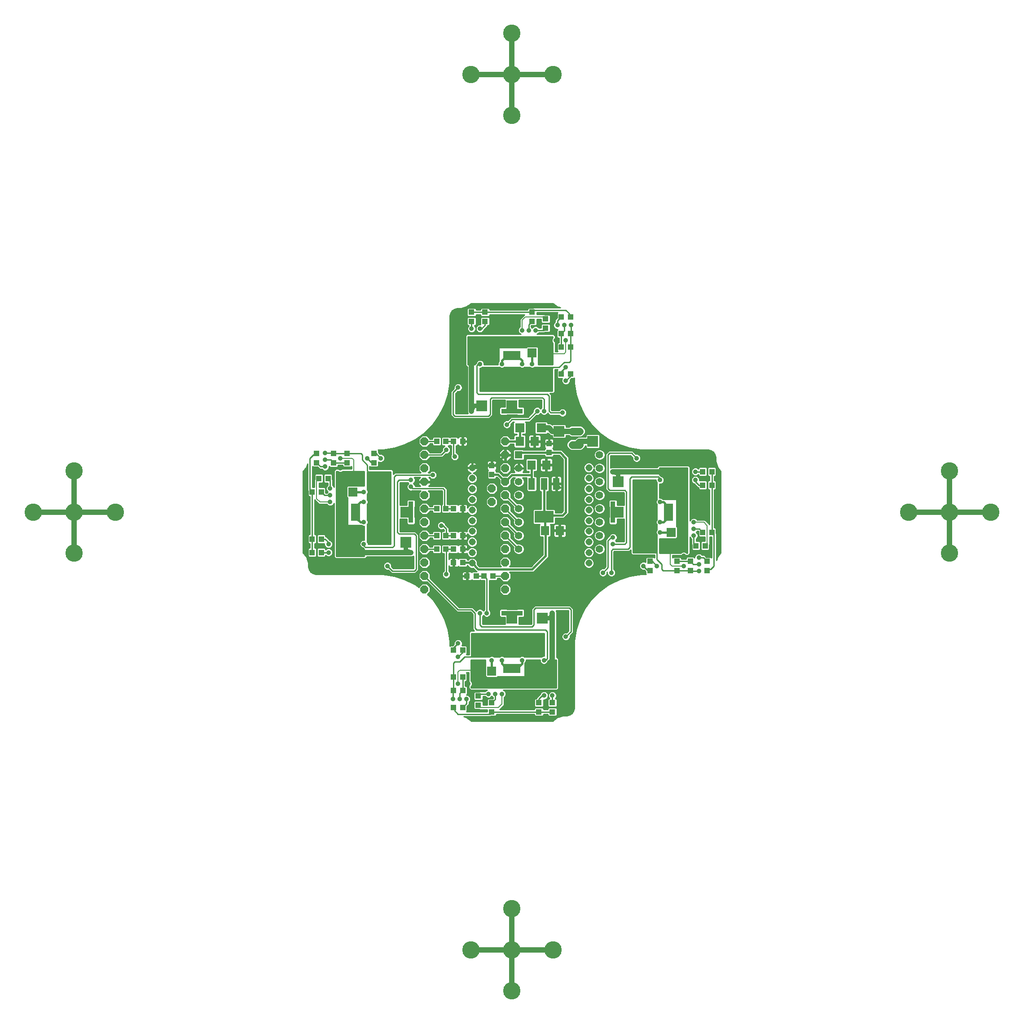
<source format=gtl>
G75*
G70*
%OFA0B0*%
%FSLAX24Y24*%
%IPPOS*%
%LPD*%
%AMOC8*
5,1,8,0,0,1.08239X$1,22.5*
%
%ADD10R,0.0554X0.0554*%
%ADD11C,0.0554*%
%ADD12C,0.0515*%
%ADD13R,0.0394X0.0433*%
%ADD14R,0.0433X0.0394*%
%ADD15R,0.0709X0.0669*%
%ADD16R,0.0630X0.0709*%
%ADD17R,0.1181X0.0551*%
%ADD18R,0.0709X0.1260*%
%ADD19R,0.0787X0.0787*%
%ADD20R,0.0669X0.0709*%
%ADD21R,0.0551X0.1181*%
%ADD22R,0.0709X0.0630*%
%ADD23R,0.1260X0.0709*%
%ADD24OC8,0.0600*%
%ADD25R,0.0480X0.0880*%
%ADD26R,0.1417X0.0866*%
%ADD27C,0.0560*%
%ADD28C,0.0357*%
%ADD29C,0.0100*%
%ADD30C,0.0160*%
%ADD31C,0.0150*%
%ADD32C,0.0400*%
%ADD33C,0.0080*%
%ADD34C,0.0320*%
%ADD35R,0.0357X0.0357*%
%ADD36C,0.1290*%
D10*
X053683Y057434D03*
D11*
X053683Y056434D03*
X053683Y055434D03*
X053683Y054434D03*
X053683Y053434D03*
X053683Y052434D03*
X053683Y051434D03*
X053683Y050434D03*
X059683Y050434D03*
X059683Y051434D03*
X059683Y052434D03*
X059683Y053434D03*
X059683Y054434D03*
X059683Y055434D03*
X059683Y056434D03*
X059683Y057434D03*
D12*
X058889Y056478D03*
X058889Y055690D03*
X058889Y054903D03*
X058889Y054116D03*
X058889Y053328D03*
X058889Y052541D03*
X058889Y051753D03*
X058889Y050966D03*
X058889Y050179D03*
X058889Y049391D03*
X050227Y049391D03*
X050227Y050179D03*
X050227Y050966D03*
X050227Y051753D03*
X050227Y052541D03*
X050227Y053328D03*
X050227Y054116D03*
X050227Y054903D03*
X050227Y055690D03*
X050227Y056478D03*
D13*
X051683Y056644D03*
X051683Y055975D03*
X049518Y058434D03*
X048849Y058434D03*
X048268Y058434D03*
X047599Y058434D03*
X047599Y053434D03*
X048268Y053434D03*
X048268Y051434D03*
X047599Y051434D03*
X047599Y050434D03*
X048268Y050434D03*
X051099Y048434D03*
X051768Y048434D03*
X049518Y042934D03*
X048849Y042934D03*
X048849Y040934D03*
X049518Y040934D03*
X049518Y038684D03*
X048849Y038684D03*
X039018Y050184D03*
X038349Y050184D03*
X038349Y051184D03*
X039018Y051184D03*
X039018Y054684D03*
X038349Y054684D03*
X038849Y055684D03*
X039518Y055684D03*
X039933Y056850D03*
X039933Y057519D03*
X055933Y057600D03*
X055933Y058269D03*
X056849Y063434D03*
X057518Y063434D03*
X057518Y065434D03*
X056849Y065434D03*
X056849Y067684D03*
X057518Y067684D03*
X067349Y056184D03*
X068018Y056184D03*
X068018Y055184D03*
X067349Y055184D03*
X067349Y051684D03*
X068018Y051684D03*
X067518Y050684D03*
X066849Y050684D03*
X066433Y049519D03*
X066433Y048850D03*
D14*
X065433Y048850D03*
X065433Y049519D03*
X063433Y049519D03*
X063433Y048850D03*
X067683Y048850D03*
X067683Y049519D03*
X056183Y039019D03*
X056183Y038350D03*
X055183Y038350D03*
X055183Y039019D03*
X051683Y039019D03*
X051683Y038350D03*
X050683Y038850D03*
X050683Y039519D03*
X049518Y039934D03*
X048849Y039934D03*
X049849Y048434D03*
X050518Y048434D03*
X049518Y049434D03*
X048849Y049434D03*
X048849Y050434D03*
X049518Y050434D03*
X049518Y051434D03*
X048849Y051434D03*
X048849Y053434D03*
X049518Y053434D03*
X042933Y056850D03*
X042933Y057519D03*
X040933Y057519D03*
X040933Y056850D03*
X038683Y056850D03*
X038683Y057519D03*
X050183Y067350D03*
X050183Y068019D03*
X051183Y068019D03*
X051183Y067350D03*
X054683Y067350D03*
X054683Y068019D03*
X055683Y067519D03*
X055683Y066850D03*
X056849Y066434D03*
X057518Y066434D03*
D15*
X055365Y059434D03*
X053751Y059434D03*
X063376Y051684D03*
X064990Y051684D03*
X042990Y054684D03*
X041376Y054684D03*
D16*
X041882Y055684D03*
X042984Y055684D03*
X053757Y058434D03*
X054859Y058434D03*
X054632Y056684D03*
X055734Y056684D03*
X055632Y051809D03*
X056734Y051809D03*
X063382Y050684D03*
X064484Y050684D03*
D17*
X065128Y055184D03*
X063238Y055184D03*
X043128Y051184D03*
X041238Y051184D03*
D18*
X041581Y053184D03*
X043786Y053184D03*
X062581Y053184D03*
X064786Y053184D03*
D19*
X061058Y053184D03*
X061058Y055434D03*
X059183Y058434D03*
X056683Y059184D03*
X053183Y061059D03*
X050933Y061059D03*
X045308Y053184D03*
X045308Y050934D03*
X053183Y045309D03*
X055433Y045309D03*
D20*
X051683Y042991D03*
X051683Y041377D03*
X054683Y063377D03*
X054683Y064991D03*
D21*
X051183Y065129D03*
X051183Y063240D03*
X055183Y043129D03*
X055183Y041240D03*
D22*
X050683Y041883D03*
X050683Y042986D03*
X055683Y063383D03*
X055683Y064486D03*
D23*
X053183Y064787D03*
X053183Y062582D03*
X053183Y043787D03*
X053183Y041582D03*
D24*
X052683Y047434D03*
X052683Y048434D03*
X052683Y049434D03*
X052683Y050434D03*
X052683Y051434D03*
X052683Y052434D03*
X052683Y053434D03*
X052683Y054434D03*
X052683Y055434D03*
X052683Y056434D03*
X052683Y057434D03*
X052683Y058434D03*
X051683Y054934D03*
X051683Y053934D03*
X046683Y053434D03*
X046683Y052434D03*
X046683Y051434D03*
X046683Y050434D03*
X046683Y049434D03*
X046683Y048434D03*
X046683Y047434D03*
X046683Y054434D03*
X046683Y055434D03*
X046683Y056434D03*
X046683Y057434D03*
X046683Y058434D03*
D25*
X054648Y055279D03*
X055558Y055279D03*
X056468Y055279D03*
D26*
X055558Y052839D03*
D27*
X057653Y058184D02*
X058213Y058184D01*
X058213Y059184D02*
X057653Y059184D01*
D28*
X056933Y060559D03*
X055558Y060684D03*
X055058Y060684D03*
X052808Y059684D03*
X050183Y060684D03*
X049183Y061434D03*
X049183Y062434D03*
X050808Y064184D03*
X050683Y064684D03*
X052433Y064184D03*
X053933Y064184D03*
X054683Y064184D03*
X055683Y065059D03*
X056433Y065934D03*
X057183Y065934D03*
X057183Y063934D03*
X057183Y062934D03*
X054933Y066684D03*
X054433Y066684D03*
X053933Y066684D03*
X052308Y067684D03*
X050808Y066809D03*
X050183Y066809D03*
X049183Y066434D03*
X056308Y067684D03*
X056558Y067059D03*
X057058Y067059D03*
X057558Y067059D03*
X048308Y057809D03*
X048933Y057309D03*
X047308Y055934D03*
X045683Y055559D03*
X045683Y055059D03*
X043433Y057184D03*
X042433Y057184D03*
X041308Y055684D03*
X040433Y056434D03*
X040433Y057184D03*
X039308Y057059D03*
X039308Y056559D03*
X038683Y056309D03*
X039683Y054934D03*
X039683Y054434D03*
X039683Y053934D03*
X038683Y052309D03*
X039558Y050809D03*
X039558Y050184D03*
X039933Y049184D03*
X041683Y050684D03*
X042183Y050809D03*
X042183Y052434D03*
X042183Y053934D03*
X042183Y054684D03*
X039308Y057559D03*
X045683Y050184D03*
X044933Y049184D03*
X043933Y049184D03*
X048308Y048559D03*
X050808Y045684D03*
X051308Y045684D03*
X049183Y043434D03*
X049183Y042434D03*
X050683Y041309D03*
X049933Y040434D03*
X049183Y040434D03*
X049308Y039309D03*
X048808Y039309D03*
X049808Y039309D03*
X050058Y038684D03*
X051433Y039684D03*
X051933Y039684D03*
X052433Y039684D03*
X054058Y038684D03*
X055558Y039559D03*
X056183Y039559D03*
X057183Y039934D03*
X055683Y041684D03*
X055558Y042184D03*
X053933Y042184D03*
X052433Y042184D03*
X051683Y042184D03*
X056183Y045684D03*
X057183Y044934D03*
X057183Y043934D03*
X059933Y048684D03*
X060558Y048684D03*
X060683Y050809D03*
X060683Y051309D03*
X062933Y049184D03*
X063933Y049184D03*
X065058Y050684D03*
X065933Y049934D03*
X065933Y049184D03*
X067058Y049309D03*
X067058Y048809D03*
X067058Y049809D03*
X067683Y050059D03*
X066683Y051434D03*
X066683Y051934D03*
X066683Y052434D03*
X067683Y054059D03*
X066808Y055559D03*
X066808Y056184D03*
X066433Y057184D03*
X064683Y055684D03*
X064183Y055559D03*
X064183Y053934D03*
X064183Y052434D03*
X064183Y051684D03*
X060683Y056184D03*
X061433Y057184D03*
X062433Y057184D03*
X047933Y052184D03*
D29*
X047784Y046004D02*
X048169Y045250D01*
X048169Y045250D01*
X048431Y044444D01*
X048431Y044444D01*
X048563Y043608D01*
X048563Y043608D01*
X048563Y043260D01*
X048563Y043253D01*
X048563Y043246D01*
X048598Y043281D01*
X048775Y043281D01*
X048875Y043381D01*
X048875Y043496D01*
X048922Y043609D01*
X049008Y043696D01*
X048549Y043696D01*
X048534Y043794D02*
X050003Y043794D01*
X050003Y043696D02*
X049358Y043696D01*
X049244Y043743D01*
X049122Y043743D01*
X049008Y043696D01*
X048917Y043597D02*
X048563Y043597D01*
X048563Y043498D02*
X048876Y043498D01*
X048875Y043400D02*
X048563Y043400D01*
X048563Y043301D02*
X048796Y043301D01*
X048849Y043100D02*
X048849Y042934D01*
X048849Y043100D02*
X049183Y043434D01*
X049462Y043301D02*
X050003Y043301D01*
X050003Y043203D02*
X049845Y043203D01*
X049845Y043205D02*
X049768Y043281D01*
X049453Y043281D01*
X049492Y043373D01*
X049492Y043496D01*
X049445Y043609D01*
X049358Y043696D01*
X049450Y043597D02*
X050003Y043597D01*
X050003Y043498D02*
X049490Y043498D01*
X049492Y043400D02*
X050003Y043400D01*
X050183Y043400D02*
X055558Y043400D01*
X055558Y043498D02*
X050183Y043498D01*
X050183Y043597D02*
X055558Y043597D01*
X055558Y043696D02*
X050183Y043696D01*
X050183Y043794D02*
X055558Y043794D01*
X055558Y043893D02*
X050183Y043893D01*
X050183Y043991D02*
X055558Y043991D01*
X055558Y044090D02*
X050183Y044090D01*
X050183Y044184D02*
X055558Y044184D01*
X055558Y042493D01*
X055497Y042493D01*
X055383Y042446D01*
X055372Y042434D01*
X054119Y042434D01*
X054108Y042446D01*
X053994Y042493D01*
X053872Y042493D01*
X053758Y042446D01*
X053747Y042434D01*
X052619Y042434D01*
X052608Y042446D01*
X052494Y042493D01*
X052372Y042493D01*
X052258Y042446D01*
X052247Y042434D01*
X051869Y042434D01*
X051858Y042446D01*
X051744Y042493D01*
X051622Y042493D01*
X051508Y042446D01*
X051497Y042434D01*
X050183Y042434D01*
X050183Y044184D01*
X050003Y044188D02*
X048471Y044188D01*
X048487Y044090D02*
X050003Y044090D01*
X050003Y043991D02*
X048502Y043991D01*
X048518Y043893D02*
X050003Y043893D01*
X050003Y044259D02*
X050003Y042614D01*
X049795Y042614D01*
X049845Y042664D01*
X049845Y043205D01*
X049845Y043104D02*
X050003Y043104D01*
X050003Y043006D02*
X049845Y043006D01*
X049845Y042907D02*
X050003Y042907D01*
X050003Y042809D02*
X049845Y042809D01*
X049845Y042710D02*
X050003Y042710D01*
X050183Y042710D02*
X055558Y042710D01*
X055558Y042612D02*
X050183Y042612D01*
X050183Y042513D02*
X055558Y042513D01*
X055558Y042809D02*
X050183Y042809D01*
X050183Y042907D02*
X055558Y042907D01*
X055558Y043006D02*
X050183Y043006D01*
X050183Y043104D02*
X055558Y043104D01*
X055558Y043203D02*
X050183Y043203D01*
X050183Y043301D02*
X055558Y043301D01*
X056513Y043301D02*
X057803Y043301D01*
X057803Y043260D02*
X057803Y043198D01*
X057803Y043184D01*
X057803Y043109D01*
X057803Y038684D01*
X057796Y038587D01*
X057736Y038403D01*
X057622Y038246D01*
X057465Y038132D01*
X057280Y038072D01*
X057183Y038064D01*
X057108Y038064D01*
X057107Y038064D02*
X056965Y038064D01*
X056965Y038064D01*
X056549Y037929D01*
X056212Y037684D01*
X050154Y037684D01*
X049817Y037929D01*
X049586Y038004D01*
X051443Y038004D01*
X051592Y038004D01*
X051611Y038023D01*
X051954Y038023D01*
X052030Y038099D01*
X052030Y038170D01*
X054837Y038170D01*
X054837Y038099D01*
X054913Y038023D01*
X055454Y038023D01*
X055530Y038099D01*
X055530Y038170D01*
X055837Y038170D01*
X055837Y038099D01*
X055913Y038023D01*
X056454Y038023D01*
X056530Y038099D01*
X056530Y038600D01*
X056454Y038677D01*
X055913Y038677D01*
X055837Y038600D01*
X055837Y038530D01*
X055530Y038530D01*
X055530Y038600D01*
X055454Y038677D01*
X054913Y038677D01*
X054837Y038600D01*
X054837Y038530D01*
X052269Y038530D01*
X052353Y038614D01*
X052603Y038864D01*
X052603Y039005D01*
X052603Y039421D01*
X052608Y039423D01*
X052695Y039510D01*
X052742Y039623D01*
X052742Y039746D01*
X052695Y039859D01*
X052608Y039946D01*
X052527Y039979D01*
X056518Y039979D01*
X056638Y040099D01*
X056638Y040269D01*
X056638Y042099D01*
X056638Y042269D01*
X056518Y042389D01*
X056513Y042389D01*
X056513Y045750D01*
X056463Y045871D01*
X056455Y045879D01*
X057359Y045879D01*
X057378Y045860D01*
X057378Y044384D01*
X057237Y044243D01*
X057122Y044243D01*
X057008Y044196D01*
X056922Y044109D01*
X056875Y043996D01*
X056875Y043873D01*
X056922Y043760D01*
X057008Y043673D01*
X057122Y043626D01*
X057244Y043626D01*
X057358Y043673D01*
X057445Y043760D01*
X057492Y043873D01*
X057492Y043988D01*
X057633Y044129D01*
X057738Y044235D01*
X057738Y045860D01*
X057738Y046009D01*
X057613Y046134D01*
X057508Y046239D01*
X055008Y046239D01*
X054859Y046239D01*
X054734Y046114D01*
X054628Y046009D01*
X054628Y044884D01*
X054609Y044864D01*
X053707Y044864D01*
X053707Y045376D01*
X054040Y045376D01*
X054117Y045452D01*
X054117Y045917D01*
X054040Y045993D01*
X053576Y045993D01*
X053557Y045974D01*
X053241Y045974D01*
X053125Y045974D01*
X052809Y045974D01*
X052790Y045993D01*
X052326Y045993D01*
X052250Y045917D01*
X052250Y045452D01*
X052326Y045376D01*
X052659Y045376D01*
X052659Y044864D01*
X051008Y044864D01*
X050988Y044884D01*
X050988Y045428D01*
X051058Y045498D01*
X051133Y045423D01*
X051247Y045376D01*
X051369Y045376D01*
X051483Y045423D01*
X051570Y045510D01*
X051617Y045623D01*
X051617Y045746D01*
X051570Y045859D01*
X051488Y045941D01*
X051488Y048117D01*
X051517Y048088D01*
X052018Y048088D01*
X052095Y048164D01*
X052095Y048254D01*
X052255Y048254D01*
X052505Y048004D01*
X052861Y048004D01*
X053113Y048256D01*
X053113Y048612D01*
X053001Y048724D01*
X054770Y048724D01*
X054893Y048847D01*
X055893Y049847D01*
X055893Y050021D01*
X055893Y051325D01*
X056001Y051325D01*
X056077Y051401D01*
X056077Y052218D01*
X056018Y052276D01*
X056320Y052276D01*
X056299Y052256D01*
X056280Y052222D01*
X056269Y052183D01*
X056269Y051859D01*
X056684Y051859D01*
X056684Y051759D01*
X056784Y051759D01*
X056784Y051305D01*
X057069Y051305D01*
X057107Y051315D01*
X057141Y051335D01*
X057169Y051363D01*
X057189Y051397D01*
X057199Y051435D01*
X057199Y051759D01*
X056784Y051759D01*
X056784Y051859D01*
X056784Y051860D02*
X056684Y051860D01*
X056684Y052314D01*
X056400Y052314D01*
X056361Y052303D01*
X056329Y052285D01*
X056397Y052352D01*
X056397Y052724D01*
X057020Y052724D01*
X057143Y052847D01*
X057393Y053097D01*
X057393Y053271D01*
X057393Y057271D01*
X057270Y057394D01*
X056855Y057810D01*
X056681Y057810D01*
X056260Y057810D01*
X056260Y057870D01*
X056207Y057924D01*
X056222Y057932D01*
X056250Y057960D01*
X056270Y057995D01*
X056280Y058033D01*
X056280Y058221D01*
X055982Y058221D01*
X055982Y058317D01*
X056280Y058317D01*
X056280Y058505D01*
X056270Y058543D01*
X056250Y058578D01*
X056222Y058606D01*
X056188Y058625D01*
X056150Y058636D01*
X055982Y058636D01*
X055982Y058318D01*
X055885Y058318D01*
X055885Y058636D01*
X055717Y058636D01*
X055678Y058625D01*
X055644Y058606D01*
X055616Y058578D01*
X055597Y058543D01*
X055586Y058505D01*
X055586Y058317D01*
X055884Y058317D01*
X055884Y058221D01*
X055586Y058221D01*
X055586Y058033D01*
X055597Y057995D01*
X055616Y057960D01*
X055644Y057932D01*
X055660Y057924D01*
X055606Y057870D01*
X055606Y057810D01*
X054046Y057810D01*
X054014Y057842D01*
X053352Y057842D01*
X053276Y057765D01*
X053276Y057103D01*
X053352Y057027D01*
X054014Y057027D01*
X054090Y057103D01*
X054090Y057390D01*
X055606Y057390D01*
X055606Y057329D01*
X055682Y057253D01*
X056184Y057253D01*
X056260Y057329D01*
X056260Y057390D01*
X056681Y057390D01*
X056973Y057097D01*
X056973Y053271D01*
X056846Y053144D01*
X056397Y053144D01*
X056397Y053326D01*
X056321Y053402D01*
X055768Y053402D01*
X055768Y054710D01*
X055852Y054710D01*
X055928Y054786D01*
X055928Y055773D01*
X055852Y055849D01*
X055264Y055849D01*
X055188Y055773D01*
X055188Y054786D01*
X055264Y054710D01*
X055348Y054710D01*
X055348Y053402D01*
X054796Y053402D01*
X054719Y053326D01*
X054719Y052352D01*
X054796Y052276D01*
X055246Y052276D01*
X055187Y052218D01*
X055187Y051401D01*
X055263Y051325D01*
X055473Y051325D01*
X055473Y050021D01*
X054596Y049144D01*
X053001Y049144D01*
X053113Y049256D01*
X053113Y049612D01*
X052861Y049864D01*
X052505Y049864D01*
X052253Y049612D01*
X052253Y049256D01*
X052365Y049144D01*
X050770Y049144D01*
X050611Y049304D01*
X050615Y049314D01*
X050615Y049468D01*
X050556Y049611D01*
X050447Y049720D01*
X050304Y049779D01*
X050150Y049779D01*
X050008Y049720D01*
X049933Y049644D01*
X049864Y049644D01*
X049864Y049685D01*
X049788Y049761D01*
X049247Y049761D01*
X049194Y049708D01*
X049185Y049723D01*
X049157Y049751D01*
X049123Y049771D01*
X049085Y049781D01*
X048897Y049781D01*
X048897Y049483D01*
X048800Y049483D01*
X048800Y049781D01*
X048612Y049781D01*
X048574Y049771D01*
X048540Y049751D01*
X048512Y049723D01*
X048492Y049689D01*
X048488Y049674D01*
X048488Y050088D01*
X048518Y050088D01*
X048558Y050128D01*
X048578Y050108D01*
X049119Y050108D01*
X049172Y050161D01*
X049181Y050145D01*
X049209Y050118D01*
X049243Y050098D01*
X049281Y050088D01*
X049469Y050088D01*
X049469Y050386D01*
X049566Y050386D01*
X049566Y050088D01*
X049754Y050088D01*
X049792Y050098D01*
X049826Y050118D01*
X049840Y050131D01*
X049840Y050101D01*
X049798Y050101D01*
X049840Y050101D02*
X049899Y049959D01*
X050008Y049850D01*
X050150Y049791D01*
X050304Y049791D01*
X050447Y049850D01*
X050556Y049959D01*
X050615Y050101D01*
X052409Y050101D01*
X052505Y050004D02*
X052861Y050004D01*
X053113Y050256D01*
X053113Y050612D01*
X052861Y050864D01*
X052505Y050864D01*
X052253Y050612D01*
X052253Y050256D01*
X052505Y050004D01*
X052446Y049805D02*
X050339Y049805D01*
X050460Y049707D02*
X052347Y049707D01*
X052253Y049608D02*
X050557Y049608D01*
X050598Y049510D02*
X052253Y049510D01*
X052253Y049411D02*
X050615Y049411D01*
X050614Y049313D02*
X052253Y049313D01*
X052295Y049214D02*
X050701Y049214D01*
X050402Y048918D02*
X048488Y048918D01*
X048488Y048820D02*
X050501Y048820D01*
X050473Y048847D02*
X050559Y048761D01*
X050247Y048761D01*
X050194Y048708D01*
X050185Y048723D01*
X050157Y048751D01*
X050123Y048771D01*
X050085Y048781D01*
X049897Y048781D01*
X049897Y048483D01*
X049800Y048483D01*
X049800Y048781D01*
X049612Y048781D01*
X049574Y048771D01*
X049540Y048751D01*
X049512Y048723D01*
X049492Y048689D01*
X049482Y048651D01*
X049482Y048483D01*
X049800Y048483D01*
X049800Y048386D01*
X049482Y048386D01*
X049482Y048218D01*
X049492Y048180D01*
X049512Y048145D01*
X049540Y048118D01*
X049574Y048098D01*
X049612Y048088D01*
X049800Y048088D01*
X049800Y048386D01*
X049897Y048386D01*
X049897Y048088D01*
X050085Y048088D01*
X050123Y048098D01*
X050157Y048118D01*
X050185Y048145D01*
X050194Y048161D01*
X050247Y048108D01*
X050788Y048108D01*
X050808Y048128D01*
X050848Y048088D01*
X051128Y048088D01*
X051128Y045941D01*
X051058Y045871D01*
X050983Y045946D01*
X050869Y045993D01*
X050747Y045993D01*
X050633Y045946D01*
X050547Y045859D01*
X050537Y045835D01*
X050363Y046009D01*
X050258Y046114D01*
X049258Y046114D01*
X047113Y048259D01*
X047113Y048612D01*
X046861Y048864D01*
X046505Y048864D01*
X046253Y048612D01*
X046253Y048256D01*
X046505Y048004D01*
X046859Y048004D01*
X049109Y045754D01*
X049258Y045754D01*
X050109Y045754D01*
X050253Y045610D01*
X050253Y044485D01*
X050359Y044379D01*
X050374Y044364D01*
X050258Y044364D01*
X050109Y044364D01*
X050003Y044259D01*
X050031Y044287D02*
X048456Y044287D01*
X048440Y044385D02*
X050353Y044385D01*
X050254Y044484D02*
X048418Y044484D01*
X048386Y044582D02*
X050253Y044582D01*
X050253Y044681D02*
X048354Y044681D01*
X048322Y044780D02*
X050253Y044780D01*
X050253Y044878D02*
X048290Y044878D01*
X048258Y044977D02*
X050253Y044977D01*
X050253Y045075D02*
X048226Y045075D01*
X048194Y045174D02*
X050253Y045174D01*
X050253Y045272D02*
X048157Y045272D01*
X048107Y045371D02*
X050253Y045371D01*
X050253Y045469D02*
X048057Y045469D01*
X048007Y045568D02*
X050253Y045568D01*
X050197Y045666D02*
X047957Y045666D01*
X047906Y045765D02*
X049098Y045765D01*
X048999Y045864D02*
X047856Y045864D01*
X047806Y045962D02*
X048901Y045962D01*
X048802Y046061D02*
X047743Y046061D01*
X047784Y046004D02*
X047287Y046689D01*
X047287Y046689D01*
X046916Y047060D01*
X047113Y047256D01*
X047113Y047612D01*
X046861Y047864D01*
X046505Y047864D01*
X046253Y047612D01*
X046253Y047604D01*
X046003Y047786D01*
X045248Y048170D01*
X044443Y048432D01*
X043607Y048564D01*
X043259Y048564D01*
X043259Y048564D01*
X038683Y048564D01*
X038586Y048572D01*
X038402Y048632D01*
X038245Y048746D01*
X038131Y048903D01*
X038071Y049087D01*
X038063Y049184D01*
X038063Y049260D01*
X038063Y049403D01*
X037928Y049819D01*
X037683Y050156D01*
X037683Y056213D01*
X037928Y056550D01*
X037928Y056550D01*
X038003Y056782D01*
X038003Y054924D01*
X038003Y054775D01*
X038022Y054757D01*
X038022Y054414D01*
X038098Y054338D01*
X038169Y054338D01*
X038169Y051531D01*
X038098Y051531D01*
X038022Y051455D01*
X038022Y050914D01*
X038098Y050838D01*
X038169Y050838D01*
X038169Y050531D01*
X038098Y050531D01*
X038022Y050455D01*
X038022Y049914D01*
X038098Y049838D01*
X038599Y049838D01*
X038675Y049914D01*
X038675Y050455D01*
X038599Y050531D01*
X038528Y050531D01*
X038528Y050838D01*
X038599Y050838D01*
X038675Y050914D01*
X038675Y051455D01*
X038599Y051531D01*
X038528Y051531D01*
X038528Y054099D01*
X038613Y054014D01*
X038863Y053764D01*
X039004Y053764D01*
X039420Y053764D01*
X039422Y053760D01*
X039508Y053673D01*
X039622Y053626D01*
X039744Y053626D01*
X039858Y053673D01*
X039945Y053760D01*
X039978Y053841D01*
X039978Y049849D01*
X040098Y049729D01*
X040268Y049729D01*
X042098Y049729D01*
X042268Y049729D01*
X042388Y049849D01*
X042388Y049854D01*
X045749Y049854D01*
X045870Y049905D01*
X045878Y049913D01*
X045878Y049009D01*
X045859Y048989D01*
X044383Y048989D01*
X044242Y049131D01*
X044242Y049246D01*
X044195Y049359D01*
X044108Y049446D01*
X043994Y049493D01*
X043872Y049493D01*
X043758Y049446D01*
X043672Y049359D01*
X043625Y049246D01*
X043625Y049123D01*
X043672Y049010D01*
X043758Y048923D01*
X043872Y048876D01*
X043987Y048876D01*
X044128Y048735D01*
X044234Y048629D01*
X045859Y048629D01*
X046008Y048629D01*
X046133Y048754D01*
X046238Y048860D01*
X046238Y051360D01*
X046238Y051509D01*
X046113Y051634D01*
X046008Y051739D01*
X044883Y051739D01*
X044863Y051759D01*
X044863Y052661D01*
X045375Y052661D01*
X045375Y052327D01*
X045451Y052251D01*
X045915Y052251D01*
X045992Y052327D01*
X045992Y052792D01*
X045973Y052810D01*
X045973Y053127D01*
X045973Y053242D01*
X045973Y053559D01*
X045992Y053577D01*
X045992Y054042D01*
X045915Y054118D01*
X045451Y054118D01*
X045375Y054042D01*
X045375Y053708D01*
X044863Y053708D01*
X044863Y055360D01*
X044883Y055379D01*
X045427Y055379D01*
X045497Y055309D01*
X045422Y055234D01*
X045375Y055121D01*
X045375Y054998D01*
X045422Y054885D01*
X045508Y054798D01*
X045622Y054751D01*
X045744Y054751D01*
X045753Y054754D01*
X046395Y054754D01*
X046253Y054612D01*
X046253Y054256D01*
X046505Y054004D01*
X046861Y054004D01*
X047113Y054256D01*
X047113Y054612D01*
X046971Y054754D01*
X047984Y054754D01*
X048003Y054735D01*
X048003Y053767D01*
X047941Y053705D01*
X047941Y053164D01*
X048017Y053088D01*
X048518Y053088D01*
X048558Y053128D01*
X048578Y053108D01*
X049119Y053108D01*
X049172Y053161D01*
X049181Y053145D01*
X049209Y053118D01*
X049243Y053098D01*
X049281Y053088D01*
X049469Y053088D01*
X049469Y053386D01*
X049566Y053386D01*
X049566Y053088D01*
X049754Y053088D01*
X049792Y053098D01*
X049826Y053118D01*
X049854Y053145D01*
X049871Y053175D01*
X049899Y053109D01*
X050008Y053000D01*
X050150Y052941D01*
X050304Y052941D01*
X050447Y053000D01*
X050556Y053109D01*
X050615Y053251D01*
X050615Y053405D01*
X050556Y053548D01*
X050447Y053657D01*
X050304Y053716D01*
X050150Y053716D01*
X050008Y053657D01*
X049899Y053548D01*
X049884Y053512D01*
X049884Y053651D01*
X049874Y053689D01*
X049854Y053723D01*
X049826Y053751D01*
X049792Y053771D01*
X049754Y053781D01*
X049566Y053781D01*
X049566Y053483D01*
X049469Y053483D01*
X049469Y053781D01*
X049281Y053781D01*
X049243Y053771D01*
X049209Y053751D01*
X049181Y053723D01*
X049172Y053708D01*
X049119Y053761D01*
X048578Y053761D01*
X048558Y053741D01*
X048518Y053781D01*
X048363Y053781D01*
X048363Y054884D01*
X048258Y054989D01*
X048133Y055114D01*
X047984Y055114D01*
X046999Y055114D01*
X047133Y055248D01*
X047133Y055384D01*
X046733Y055384D01*
X046733Y055484D01*
X047133Y055484D01*
X047133Y055621D01*
X046999Y055754D01*
X047052Y055754D01*
X047133Y055673D01*
X047247Y055626D01*
X047369Y055626D01*
X047483Y055673D01*
X047570Y055760D01*
X047617Y055873D01*
X047617Y055996D01*
X047570Y056109D01*
X047483Y056196D01*
X047369Y056243D01*
X047247Y056243D01*
X047133Y056196D01*
X047052Y056114D01*
X046971Y056114D01*
X047113Y056256D01*
X047113Y056612D01*
X046861Y056864D01*
X046505Y056864D01*
X046253Y056612D01*
X046253Y056256D01*
X046395Y056114D01*
X044484Y056114D01*
X044378Y056009D01*
X044378Y056009D01*
X044363Y055994D01*
X044363Y056110D01*
X044363Y056259D01*
X044258Y056364D01*
X042613Y056364D01*
X042613Y056573D01*
X042663Y056523D01*
X043204Y056523D01*
X043280Y056599D01*
X043280Y056914D01*
X043372Y056876D01*
X043494Y056876D01*
X043608Y056923D01*
X043695Y057010D01*
X043742Y057123D01*
X043742Y057246D01*
X043695Y057359D01*
X043608Y057446D01*
X043494Y057493D01*
X043379Y057493D01*
X043280Y057592D01*
X043280Y057770D01*
X043245Y057804D01*
X043259Y057804D01*
X043259Y057804D01*
X043607Y057804D01*
X044443Y057937D01*
X045248Y058199D01*
X045248Y058199D01*
X046003Y058583D01*
X046688Y059081D01*
X047287Y059680D01*
X047784Y060365D01*
X048169Y061119D01*
X048169Y061119D01*
X048431Y061925D01*
X048563Y062761D01*
X048563Y063109D01*
X048563Y067685D01*
X048571Y067781D01*
X048631Y067966D01*
X048745Y068123D01*
X048902Y068237D01*
X049086Y068297D01*
X049183Y068304D01*
X049259Y068304D01*
X049402Y068304D01*
X049817Y068440D01*
X049817Y068440D01*
X050154Y068684D01*
X056212Y068684D01*
X056549Y068440D01*
X056780Y068364D01*
X054923Y068364D01*
X054774Y068364D01*
X054755Y068346D01*
X054413Y068346D01*
X054337Y068270D01*
X054337Y068199D01*
X051530Y068199D01*
X051530Y068270D01*
X051454Y068346D01*
X050913Y068346D01*
X050837Y068270D01*
X050837Y068199D01*
X050530Y068199D01*
X050530Y068270D01*
X050454Y068346D01*
X049913Y068346D01*
X049837Y068270D01*
X049837Y067768D01*
X049913Y067692D01*
X050454Y067692D01*
X050530Y067768D01*
X050530Y067839D01*
X050837Y067839D01*
X050837Y067768D01*
X050913Y067692D01*
X051454Y067692D01*
X051530Y067768D01*
X051530Y067839D01*
X054097Y067839D01*
X051530Y067839D01*
X051501Y067740D02*
X053999Y067740D01*
X053900Y067642D02*
X051489Y067642D01*
X051454Y067677D02*
X050913Y067677D01*
X050837Y067600D01*
X050837Y067118D01*
X050747Y067118D01*
X050633Y067071D01*
X050547Y066984D01*
X050500Y066871D01*
X050500Y066748D01*
X050547Y066635D01*
X050633Y066548D01*
X050747Y066501D01*
X050869Y066501D01*
X050983Y066548D01*
X051070Y066635D01*
X051110Y066731D01*
X051258Y066879D01*
X051363Y066985D01*
X051363Y067023D01*
X051454Y067023D01*
X051530Y067099D01*
X051530Y067600D01*
X051454Y067677D01*
X051530Y067543D02*
X053801Y067543D01*
X053763Y067505D02*
X053763Y067364D01*
X053763Y066948D01*
X053758Y066946D01*
X053672Y066859D01*
X053625Y066746D01*
X053625Y066623D01*
X053672Y066510D01*
X053758Y066423D01*
X053840Y066389D01*
X049848Y066389D01*
X049728Y066269D01*
X049728Y066099D01*
X049728Y064269D01*
X049728Y064099D01*
X049848Y063979D01*
X049853Y063979D01*
X049853Y060619D01*
X049903Y060497D01*
X049912Y060489D01*
X049008Y060489D01*
X048988Y060509D01*
X048988Y061985D01*
X049129Y062126D01*
X049244Y062126D01*
X049358Y062173D01*
X049445Y062260D01*
X049492Y062373D01*
X049492Y062496D01*
X049445Y062609D01*
X049358Y062696D01*
X049244Y062743D01*
X049122Y062743D01*
X049008Y062696D01*
X048922Y062609D01*
X048875Y062496D01*
X048875Y062381D01*
X048734Y062239D01*
X048628Y062134D01*
X048628Y060509D01*
X048628Y060360D01*
X048753Y060235D01*
X048859Y060129D01*
X051359Y060129D01*
X051508Y060129D01*
X051633Y060254D01*
X051738Y060360D01*
X051738Y061485D01*
X051758Y061504D01*
X052659Y061504D01*
X052659Y060993D01*
X052326Y060993D01*
X052250Y060917D01*
X052250Y060452D01*
X052326Y060376D01*
X052790Y060376D01*
X052809Y060394D01*
X053125Y060394D01*
X053241Y060394D01*
X053557Y060394D01*
X053576Y060376D01*
X054040Y060376D01*
X054117Y060452D01*
X054117Y060917D01*
X054040Y060993D01*
X053707Y060993D01*
X053707Y061504D01*
X055359Y061504D01*
X055378Y061485D01*
X055378Y060941D01*
X055238Y060941D01*
X055233Y060946D02*
X055119Y060993D01*
X054997Y060993D01*
X054883Y060946D01*
X054797Y060859D01*
X054750Y060746D01*
X054750Y060631D01*
X054359Y060239D01*
X053258Y060239D01*
X053109Y060239D01*
X052862Y059993D01*
X052747Y059993D01*
X052633Y059946D01*
X052547Y059859D01*
X052500Y059746D01*
X052500Y059623D01*
X052547Y059510D01*
X052633Y059423D01*
X052747Y059376D01*
X052869Y059376D01*
X052983Y059423D01*
X053070Y059510D01*
X053117Y059623D01*
X053117Y059738D01*
X053258Y059879D01*
X053323Y059879D01*
X053267Y059823D01*
X053267Y059046D01*
X053343Y058970D01*
X046535Y058970D01*
X046505Y058864D02*
X046253Y058612D01*
X046253Y058256D01*
X046505Y058004D01*
X046861Y058004D01*
X047111Y058254D01*
X047272Y058254D01*
X047272Y058164D01*
X047348Y058088D01*
X047849Y058088D01*
X047925Y058164D01*
X047925Y058705D01*
X047849Y058781D01*
X047348Y058781D01*
X047272Y058705D01*
X047272Y058614D01*
X047111Y058614D01*
X046861Y058864D01*
X046505Y058864D01*
X046399Y058871D02*
X053341Y058871D01*
X053312Y058843D02*
X053312Y058644D01*
X053081Y058644D01*
X052861Y058864D01*
X052505Y058864D01*
X052253Y058612D01*
X052253Y058256D01*
X052505Y058004D01*
X052861Y058004D01*
X053081Y058224D01*
X053312Y058224D01*
X053312Y058026D01*
X053388Y057950D01*
X054126Y057950D01*
X054202Y058026D01*
X054202Y058843D01*
X054126Y058919D01*
X053967Y058919D01*
X053967Y058970D01*
X054159Y058970D01*
X054957Y058970D01*
X055773Y058970D01*
X055931Y058970D01*
X055903Y058997D02*
X055996Y058905D01*
X056117Y058854D01*
X056159Y058854D01*
X056159Y058737D01*
X056236Y058661D01*
X057131Y058661D01*
X057207Y058737D01*
X057207Y058854D01*
X057403Y058854D01*
X057421Y058837D01*
X057572Y058774D01*
X058295Y058774D01*
X058445Y058837D01*
X058561Y058952D01*
X058623Y059103D01*
X058623Y059266D01*
X058561Y059417D01*
X058445Y059532D01*
X058295Y059594D01*
X057572Y059594D01*
X057421Y059532D01*
X057403Y059514D01*
X057207Y059514D01*
X057207Y059632D01*
X057131Y059708D01*
X056236Y059708D01*
X056181Y059653D01*
X056120Y059714D01*
X055999Y059764D01*
X055850Y059764D01*
X055850Y059823D01*
X055773Y059899D01*
X054957Y059899D01*
X054881Y059823D01*
X054881Y059046D01*
X054957Y058970D01*
X054909Y058939D02*
X055194Y058939D01*
X055232Y058928D01*
X055266Y058909D01*
X055294Y058881D01*
X055314Y058847D01*
X055324Y058808D01*
X055324Y058484D01*
X054909Y058484D01*
X054909Y058384D01*
X054909Y057930D01*
X055194Y057930D01*
X055232Y057940D01*
X055266Y057960D01*
X055294Y057988D01*
X055314Y058022D01*
X055324Y058060D01*
X055324Y058384D01*
X054909Y058384D01*
X054809Y058384D01*
X054809Y057930D01*
X054525Y057930D01*
X054486Y057940D01*
X054452Y057960D01*
X054424Y057988D01*
X054405Y058022D01*
X054394Y058060D01*
X054394Y058384D01*
X054809Y058384D01*
X054809Y058484D01*
X054394Y058484D01*
X054394Y058808D01*
X054405Y058847D01*
X054424Y058881D01*
X054452Y058909D01*
X054486Y058928D01*
X054525Y058939D01*
X054809Y058939D01*
X054809Y058485D01*
X054909Y058485D01*
X054909Y058939D01*
X054909Y058871D02*
X054809Y058871D01*
X054809Y058773D02*
X054909Y058773D01*
X054909Y058674D02*
X054809Y058674D01*
X054809Y058576D02*
X054909Y058576D01*
X054909Y058477D02*
X055586Y058477D01*
X055586Y058379D02*
X055324Y058379D01*
X055324Y058280D02*
X055884Y058280D01*
X055982Y058280D02*
X057249Y058280D01*
X057243Y058266D02*
X057243Y058103D01*
X057306Y057952D01*
X057421Y057837D01*
X057572Y057774D01*
X058295Y057774D01*
X058445Y057837D01*
X058561Y057952D01*
X058623Y058103D01*
X058623Y058104D01*
X058659Y058104D01*
X058659Y057987D01*
X058736Y057911D01*
X059631Y057911D01*
X059707Y057987D01*
X059707Y058882D01*
X059631Y058958D01*
X058736Y058958D01*
X058659Y058882D01*
X058659Y058764D01*
X058117Y058764D01*
X057996Y058714D01*
X057903Y058621D01*
X057876Y058594D01*
X057572Y058594D01*
X057421Y058532D01*
X057306Y058417D01*
X057243Y058266D01*
X057243Y058181D02*
X056280Y058181D01*
X056280Y058083D02*
X057251Y058083D01*
X057292Y057984D02*
X056264Y057984D01*
X056244Y057886D02*
X057372Y057886D01*
X057541Y057787D02*
X056877Y057787D01*
X056976Y057689D02*
X059362Y057689D01*
X059338Y057665D02*
X059276Y057515D01*
X059276Y057353D01*
X059338Y057204D01*
X059452Y057089D01*
X059602Y057027D01*
X059764Y057027D01*
X059914Y057089D01*
X060028Y057204D01*
X060090Y057353D01*
X060090Y057515D01*
X060028Y057665D01*
X059914Y057780D01*
X059764Y057842D01*
X059602Y057842D01*
X059452Y057780D01*
X059338Y057665D01*
X059307Y057590D02*
X057074Y057590D01*
X057173Y057492D02*
X059276Y057492D01*
X059276Y057393D02*
X057271Y057393D01*
X057370Y057295D02*
X059300Y057295D01*
X059346Y057196D02*
X057393Y057196D01*
X057393Y057097D02*
X059444Y057097D01*
X059602Y056842D02*
X059452Y056780D01*
X059338Y056665D01*
X059276Y056516D01*
X059276Y056555D01*
X059217Y056697D01*
X059108Y056806D01*
X058966Y056865D01*
X058812Y056865D01*
X058669Y056806D01*
X058560Y056697D01*
X058501Y056555D01*
X058501Y056401D01*
X058560Y056258D01*
X058669Y056149D01*
X058812Y056090D01*
X058966Y056090D01*
X059108Y056149D01*
X059217Y056258D01*
X059276Y056400D01*
X059276Y056353D01*
X059338Y056204D01*
X059452Y056089D01*
X059602Y056027D01*
X059764Y056027D01*
X059914Y056089D01*
X060028Y056204D01*
X060090Y056353D01*
X060090Y056515D01*
X060028Y056665D01*
X059914Y056780D01*
X059764Y056842D01*
X059602Y056842D01*
X059506Y056802D02*
X059113Y056802D01*
X059211Y056703D02*
X059376Y056703D01*
X059313Y056605D02*
X059256Y056605D01*
X059238Y056309D02*
X059294Y056309D01*
X059335Y056211D02*
X059170Y056211D01*
X059018Y056112D02*
X059430Y056112D01*
X059217Y055910D02*
X059108Y056019D01*
X058966Y056078D01*
X058812Y056078D01*
X058669Y056019D01*
X058560Y055910D01*
X058501Y055767D01*
X058501Y055613D01*
X058560Y055471D01*
X058669Y055362D01*
X058812Y055303D01*
X058966Y055303D01*
X059108Y055362D01*
X059217Y055471D01*
X059276Y055613D01*
X059276Y055767D01*
X059217Y055910D01*
X059212Y055915D02*
X060128Y055915D01*
X060128Y056013D02*
X059114Y056013D01*
X059256Y055816D02*
X059541Y055816D01*
X059602Y055842D02*
X059452Y055780D01*
X059338Y055665D01*
X059276Y055515D01*
X059276Y055353D01*
X059338Y055204D01*
X059452Y055089D01*
X059602Y055027D01*
X059764Y055027D01*
X059914Y055089D01*
X060028Y055204D01*
X060090Y055353D01*
X060090Y055515D01*
X060028Y055665D01*
X059914Y055780D01*
X059764Y055842D01*
X059602Y055842D01*
X059825Y055816D02*
X060128Y055816D01*
X060128Y055718D02*
X059976Y055718D01*
X060047Y055619D02*
X060128Y055619D01*
X060128Y055521D02*
X060088Y055521D01*
X060090Y055422D02*
X060128Y055422D01*
X060128Y055324D02*
X060078Y055324D01*
X060037Y055225D02*
X060128Y055225D01*
X060128Y055127D02*
X059951Y055127D01*
X060128Y055028D02*
X059766Y055028D01*
X059600Y055028D02*
X059256Y055028D01*
X059276Y054980D02*
X059217Y055122D01*
X059108Y055231D01*
X058966Y055290D01*
X058812Y055290D01*
X058669Y055231D01*
X058560Y055122D01*
X058501Y054980D01*
X058501Y054826D01*
X058560Y054683D01*
X058669Y054574D01*
X058812Y054515D01*
X058966Y054515D01*
X059108Y054574D01*
X059217Y054683D01*
X059276Y054826D01*
X059276Y054980D01*
X059276Y054929D02*
X060128Y054929D01*
X060128Y054860D02*
X060253Y054735D01*
X060359Y054629D01*
X061484Y054629D01*
X061503Y054610D01*
X061503Y053708D01*
X060992Y053708D01*
X060992Y054042D01*
X060915Y054118D01*
X060451Y054118D01*
X060375Y054042D01*
X060375Y053577D01*
X060393Y053559D01*
X060393Y053242D01*
X060393Y053127D01*
X060393Y052810D01*
X060375Y052792D01*
X060375Y052327D01*
X060451Y052251D01*
X060915Y052251D01*
X060992Y052327D01*
X060992Y052661D01*
X061503Y052661D01*
X061503Y051009D01*
X061484Y050989D01*
X060939Y050989D01*
X060869Y051059D01*
X060945Y051135D01*
X060992Y051248D01*
X060992Y051371D01*
X060945Y051484D01*
X060858Y051571D01*
X060744Y051618D01*
X060622Y051618D01*
X060508Y051571D01*
X060422Y051484D01*
X060382Y051387D01*
X060234Y051239D01*
X060128Y051134D01*
X060128Y049134D01*
X059987Y048993D01*
X059872Y048993D01*
X059758Y048946D01*
X059672Y048859D01*
X059625Y048746D01*
X059625Y048623D01*
X059672Y048510D01*
X059758Y048423D01*
X059872Y048376D01*
X059994Y048376D01*
X060108Y048423D01*
X060195Y048510D01*
X060242Y048623D01*
X060242Y048738D01*
X060250Y048747D01*
X060250Y048746D01*
X060250Y048623D01*
X060297Y048510D01*
X060383Y048423D01*
X060497Y048376D01*
X060619Y048376D01*
X060733Y048423D01*
X060820Y048510D01*
X060867Y048623D01*
X060867Y048746D01*
X060820Y048859D01*
X060738Y048941D01*
X060738Y050235D01*
X060758Y050254D01*
X061883Y050254D01*
X061988Y050360D01*
X062003Y050375D01*
X062003Y050259D01*
X062003Y050110D01*
X062109Y050004D01*
X063753Y050004D01*
X063753Y049796D01*
X063704Y049846D01*
X063163Y049846D01*
X063087Y049770D01*
X063087Y049455D01*
X062994Y049493D01*
X062872Y049493D01*
X062758Y049446D01*
X062672Y049359D01*
X062625Y049246D01*
X062625Y049123D01*
X062672Y049010D01*
X062758Y048923D01*
X062872Y048876D01*
X062987Y048876D01*
X063087Y048776D01*
X063087Y048599D01*
X063121Y048564D01*
X063108Y048564D01*
X062760Y048564D01*
X062760Y048564D01*
X061923Y048432D01*
X061118Y048170D01*
X060363Y047786D01*
X059678Y047288D01*
X059080Y046689D01*
X058582Y046004D01*
X058197Y045250D01*
X058197Y045250D01*
X057936Y044444D01*
X057803Y043608D01*
X057803Y043608D01*
X057803Y043260D01*
X057803Y043203D02*
X056513Y043203D01*
X056513Y043104D02*
X057803Y043104D01*
X057803Y043006D02*
X056513Y043006D01*
X056513Y042907D02*
X057803Y042907D01*
X057803Y042809D02*
X056513Y042809D01*
X056513Y042710D02*
X057803Y042710D01*
X057803Y042612D02*
X056513Y042612D01*
X056513Y042513D02*
X057803Y042513D01*
X057803Y042414D02*
X056513Y042414D01*
X056591Y042316D02*
X057803Y042316D01*
X057803Y042217D02*
X056638Y042217D01*
X056638Y042119D02*
X057803Y042119D01*
X057803Y042020D02*
X056638Y042020D01*
X056638Y041922D02*
X057803Y041922D01*
X057803Y041823D02*
X056638Y041823D01*
X056638Y041725D02*
X057803Y041725D01*
X057803Y041626D02*
X056638Y041626D01*
X056638Y041528D02*
X057803Y041528D01*
X057803Y041429D02*
X056638Y041429D01*
X056638Y041331D02*
X057803Y041331D01*
X057803Y041232D02*
X056638Y041232D01*
X056638Y041133D02*
X057803Y041133D01*
X057803Y041035D02*
X056638Y041035D01*
X056638Y040936D02*
X057803Y040936D01*
X057803Y040838D02*
X056638Y040838D01*
X056638Y040739D02*
X057803Y040739D01*
X057803Y040641D02*
X056638Y040641D01*
X056638Y040542D02*
X057803Y040542D01*
X057803Y040444D02*
X056638Y040444D01*
X056638Y040345D02*
X057803Y040345D01*
X057803Y040247D02*
X056638Y040247D01*
X056638Y040148D02*
X057803Y040148D01*
X057803Y040049D02*
X056588Y040049D01*
X056683Y040059D02*
X056683Y044434D01*
X057183Y044934D01*
X057378Y044977D02*
X056513Y044977D01*
X056513Y045075D02*
X057378Y045075D01*
X057378Y045174D02*
X056513Y045174D01*
X056513Y045272D02*
X057378Y045272D01*
X057378Y045371D02*
X056513Y045371D01*
X056513Y045469D02*
X057378Y045469D01*
X057378Y045568D02*
X056513Y045568D01*
X056513Y045666D02*
X057378Y045666D01*
X057378Y045765D02*
X056507Y045765D01*
X056466Y045864D02*
X057374Y045864D01*
X057558Y045934D02*
X057433Y046059D01*
X054933Y046059D01*
X054808Y045934D01*
X054808Y044809D01*
X054683Y044684D01*
X050933Y044684D01*
X050808Y044809D01*
X050808Y045684D01*
X051029Y045469D02*
X051087Y045469D01*
X050988Y045371D02*
X052659Y045371D01*
X052659Y045272D02*
X050988Y045272D01*
X050988Y045174D02*
X052659Y045174D01*
X052659Y045075D02*
X050988Y045075D01*
X050988Y044977D02*
X052659Y044977D01*
X052659Y044878D02*
X050994Y044878D01*
X050558Y044434D02*
X050433Y044559D01*
X050433Y045684D01*
X050183Y045934D01*
X049183Y045934D01*
X046683Y048434D01*
X046379Y048130D02*
X045327Y048130D01*
X045521Y048031D02*
X046478Y048031D01*
X046475Y047834D02*
X045907Y047834D01*
X046003Y047786D02*
X046003Y047786D01*
X046072Y047736D02*
X046376Y047736D01*
X046278Y047637D02*
X046207Y047637D01*
X045714Y047933D02*
X046930Y047933D01*
X046891Y047834D02*
X047029Y047834D01*
X046990Y047736D02*
X047127Y047736D01*
X047088Y047637D02*
X047226Y047637D01*
X047324Y047539D02*
X047113Y047539D01*
X047113Y047440D02*
X047423Y047440D01*
X047521Y047342D02*
X047113Y047342D01*
X047100Y047243D02*
X047620Y047243D01*
X047718Y047145D02*
X047001Y047145D01*
X046930Y047046D02*
X047817Y047046D01*
X047916Y046947D02*
X047028Y046947D01*
X047127Y046849D02*
X048014Y046849D01*
X048113Y046750D02*
X047226Y046750D01*
X047314Y046652D02*
X048211Y046652D01*
X048310Y046553D02*
X047385Y046553D01*
X047457Y046455D02*
X048408Y046455D01*
X048507Y046356D02*
X047529Y046356D01*
X047600Y046258D02*
X048605Y046258D01*
X048704Y046159D02*
X047672Y046159D01*
X047784Y046004D02*
X047784Y046004D01*
X048622Y046750D02*
X051128Y046750D01*
X051128Y046652D02*
X048720Y046652D01*
X048819Y046553D02*
X051128Y046553D01*
X051128Y046455D02*
X048917Y046455D01*
X049016Y046356D02*
X051128Y046356D01*
X051128Y046258D02*
X049114Y046258D01*
X049213Y046159D02*
X051128Y046159D01*
X051128Y046061D02*
X050311Y046061D01*
X050410Y045962D02*
X050673Y045962D01*
X050551Y045864D02*
X050509Y045864D01*
X050944Y045962D02*
X051128Y045962D01*
X051308Y045684D02*
X051308Y048225D01*
X051099Y048434D01*
X050518Y048434D01*
X050473Y048847D02*
X050313Y049007D01*
X050304Y049004D01*
X050150Y049004D01*
X050008Y049063D01*
X049899Y049172D01*
X049877Y049224D01*
X049864Y049224D01*
X049864Y049184D01*
X049788Y049108D01*
X049247Y049108D01*
X049194Y049161D01*
X049185Y049145D01*
X049157Y049118D01*
X049123Y049098D01*
X049085Y049088D01*
X048897Y049088D01*
X048897Y049386D01*
X048800Y049386D01*
X048800Y049088D01*
X048612Y049088D01*
X048574Y049098D01*
X048540Y049118D01*
X048512Y049145D01*
X048492Y049180D01*
X048488Y049195D01*
X048488Y048816D01*
X048570Y048734D01*
X048617Y048621D01*
X048617Y048498D01*
X048570Y048385D01*
X048483Y048298D01*
X048369Y048251D01*
X048247Y048251D01*
X048133Y048298D01*
X048047Y048385D01*
X048000Y048498D01*
X048000Y048621D01*
X048047Y048734D01*
X048128Y048816D01*
X048128Y050088D01*
X048017Y050088D01*
X047941Y050164D01*
X047941Y050705D01*
X048017Y050781D01*
X048518Y050781D01*
X048558Y050741D01*
X048578Y050761D01*
X049119Y050761D01*
X049172Y050708D01*
X049181Y050723D01*
X049209Y050751D01*
X049243Y050771D01*
X049281Y050781D01*
X049469Y050781D01*
X049469Y050483D01*
X049566Y050483D01*
X049566Y050781D01*
X049754Y050781D01*
X049792Y050771D01*
X049826Y050751D01*
X049854Y050723D01*
X049874Y050689D01*
X049884Y050651D01*
X049884Y050483D01*
X049566Y050483D01*
X049566Y050386D01*
X049884Y050386D01*
X049884Y050363D01*
X049899Y050398D01*
X050008Y050507D01*
X050150Y050566D01*
X050304Y050566D01*
X050447Y050507D01*
X050556Y050398D01*
X050615Y050256D01*
X050615Y050101D01*
X050615Y050199D02*
X052310Y050199D01*
X052253Y050298D02*
X050597Y050298D01*
X050557Y050396D02*
X052253Y050396D01*
X052253Y050495D02*
X050459Y050495D01*
X050447Y050637D02*
X050556Y050746D01*
X050615Y050889D01*
X052974Y050889D01*
X052935Y050791D02*
X053072Y050791D01*
X053033Y050692D02*
X053171Y050692D01*
X053113Y050594D02*
X053269Y050594D01*
X053297Y050566D02*
X053276Y050515D01*
X053276Y050353D01*
X053338Y050204D01*
X053452Y050089D01*
X053602Y050027D01*
X053764Y050027D01*
X053914Y050089D01*
X054028Y050204D01*
X054090Y050353D01*
X054090Y050515D01*
X054028Y050665D01*
X053914Y050780D01*
X053764Y050842D01*
X053602Y050842D01*
X053551Y050821D01*
X053113Y051259D01*
X053113Y051612D01*
X052861Y051864D01*
X052505Y051864D01*
X052253Y051612D01*
X052253Y051256D01*
X052505Y051004D01*
X052859Y051004D01*
X053297Y050566D01*
X053276Y050495D02*
X053113Y050495D01*
X053113Y050396D02*
X053276Y050396D01*
X053299Y050298D02*
X053113Y050298D01*
X053056Y050199D02*
X053342Y050199D01*
X053441Y050101D02*
X052958Y050101D01*
X052920Y049805D02*
X055257Y049805D01*
X055158Y049707D02*
X053019Y049707D01*
X053113Y049608D02*
X055060Y049608D01*
X054961Y049510D02*
X053113Y049510D01*
X053113Y049411D02*
X054863Y049411D01*
X054764Y049313D02*
X053113Y049313D01*
X053071Y049214D02*
X054666Y049214D01*
X054964Y048918D02*
X059731Y048918D01*
X059655Y048820D02*
X054866Y048820D01*
X055063Y049017D02*
X058780Y049017D01*
X058812Y049004D02*
X058966Y049004D01*
X059108Y049063D01*
X059217Y049172D01*
X059276Y049314D01*
X059276Y049468D01*
X059217Y049611D01*
X059108Y049720D01*
X058966Y049779D01*
X058812Y049779D01*
X058669Y049720D01*
X058560Y049611D01*
X058501Y049468D01*
X058501Y049314D01*
X058560Y049172D01*
X058669Y049063D01*
X058812Y049004D01*
X058998Y049017D02*
X060011Y049017D01*
X060110Y049115D02*
X059161Y049115D01*
X059235Y049214D02*
X060128Y049214D01*
X060128Y049313D02*
X059276Y049313D01*
X059276Y049411D02*
X060128Y049411D01*
X060128Y049510D02*
X059259Y049510D01*
X059218Y049608D02*
X060128Y049608D01*
X060128Y049707D02*
X059121Y049707D01*
X059108Y049850D02*
X059217Y049959D01*
X059276Y050101D01*
X059441Y050101D01*
X059452Y050089D02*
X059602Y050027D01*
X059764Y050027D01*
X059914Y050089D01*
X060028Y050204D01*
X060090Y050353D01*
X060090Y050515D01*
X060028Y050665D01*
X059914Y050780D01*
X059764Y050842D01*
X059602Y050842D01*
X059452Y050780D01*
X059338Y050665D01*
X059276Y050515D01*
X059276Y050353D01*
X059338Y050204D01*
X059452Y050089D01*
X059342Y050199D02*
X059276Y050199D01*
X059276Y050256D02*
X059217Y050398D01*
X059108Y050507D01*
X058966Y050566D01*
X058812Y050566D01*
X058669Y050507D01*
X058560Y050398D01*
X058501Y050256D01*
X058501Y050101D01*
X058560Y049959D01*
X058669Y049850D01*
X058812Y049791D01*
X058966Y049791D01*
X059108Y049850D01*
X059162Y049904D02*
X060128Y049904D01*
X060128Y050002D02*
X059235Y050002D01*
X059276Y050101D02*
X059276Y050256D01*
X059259Y050298D02*
X059299Y050298D01*
X059276Y050396D02*
X059218Y050396D01*
X059276Y050495D02*
X059120Y050495D01*
X059108Y050637D02*
X059217Y050746D01*
X059276Y050889D01*
X060128Y050889D01*
X060128Y050791D02*
X059887Y050791D01*
X060001Y050692D02*
X060128Y050692D01*
X060128Y050594D02*
X060058Y050594D01*
X060090Y050495D02*
X060128Y050495D01*
X060128Y050396D02*
X060090Y050396D01*
X060067Y050298D02*
X060128Y050298D01*
X060128Y050199D02*
X060024Y050199D01*
X059925Y050101D02*
X060128Y050101D01*
X060128Y049805D02*
X059000Y049805D01*
X058777Y049805D02*
X055851Y049805D01*
X055893Y049904D02*
X058616Y049904D01*
X058542Y050002D02*
X055893Y050002D01*
X055893Y050101D02*
X058502Y050101D01*
X058501Y050199D02*
X055893Y050199D01*
X055893Y050298D02*
X058519Y050298D01*
X058560Y050396D02*
X055893Y050396D01*
X055893Y050495D02*
X058657Y050495D01*
X058669Y050637D02*
X058812Y050578D01*
X058966Y050578D01*
X059108Y050637D01*
X059163Y050692D02*
X059365Y050692D01*
X059308Y050594D02*
X059002Y050594D01*
X058775Y050594D02*
X055893Y050594D01*
X055893Y050692D02*
X058615Y050692D01*
X058560Y050746D02*
X058669Y050637D01*
X058560Y050746D02*
X058501Y050889D01*
X055893Y050889D01*
X055893Y050791D02*
X058542Y050791D01*
X058501Y050889D02*
X058501Y051043D01*
X058560Y051185D01*
X055893Y051185D01*
X055893Y051283D02*
X058658Y051283D01*
X058669Y051294D02*
X058560Y051185D01*
X058519Y051086D02*
X055893Y051086D01*
X055893Y050988D02*
X058501Y050988D01*
X058669Y051294D02*
X058812Y051353D01*
X058966Y051353D01*
X059108Y051294D01*
X059217Y051185D01*
X059276Y051043D01*
X059276Y050889D01*
X059276Y050988D02*
X060128Y050988D01*
X060128Y051086D02*
X059907Y051086D01*
X059914Y051089D02*
X060028Y051204D01*
X060090Y051353D01*
X060090Y051515D01*
X060028Y051665D01*
X059914Y051780D01*
X059764Y051842D01*
X059602Y051842D01*
X059452Y051780D01*
X059338Y051665D01*
X059276Y051515D01*
X059276Y051353D01*
X059338Y051204D01*
X059452Y051089D01*
X059602Y051027D01*
X059764Y051027D01*
X059914Y051089D01*
X060009Y051185D02*
X060179Y051185D01*
X060278Y051283D02*
X060061Y051283D01*
X060090Y051382D02*
X060376Y051382D01*
X060420Y051480D02*
X060090Y051480D01*
X060064Y051579D02*
X060528Y051579D01*
X060558Y051309D02*
X060308Y051059D01*
X060308Y049059D01*
X059933Y048684D01*
X059625Y048721D02*
X053004Y048721D01*
X053103Y048623D02*
X059625Y048623D01*
X059666Y048524D02*
X053113Y048524D01*
X053113Y048426D02*
X059756Y048426D01*
X060111Y048426D02*
X060381Y048426D01*
X060291Y048524D02*
X060201Y048524D01*
X060241Y048623D02*
X060250Y048623D01*
X060242Y048721D02*
X060250Y048721D01*
X060558Y048684D02*
X060558Y050309D01*
X060683Y050434D01*
X061808Y050434D01*
X061933Y050559D01*
X061933Y055684D01*
X062058Y055809D01*
X064058Y055809D01*
X064183Y055684D01*
X064183Y055559D01*
X063875Y055559D02*
X063875Y055498D01*
X063922Y055385D01*
X063933Y055373D01*
X063933Y054121D01*
X063922Y054109D01*
X063875Y053996D01*
X063875Y053873D01*
X063922Y053760D01*
X063933Y053748D01*
X063933Y052621D01*
X063922Y052609D01*
X063875Y052496D01*
X063875Y052373D01*
X063922Y052260D01*
X063933Y052248D01*
X063933Y051871D01*
X063922Y051859D01*
X063875Y051746D01*
X063875Y051623D01*
X063922Y051510D01*
X063933Y051498D01*
X063933Y050184D01*
X062183Y050184D01*
X062183Y055559D01*
X063875Y055559D01*
X063875Y055521D02*
X062183Y055521D01*
X062183Y055422D02*
X063906Y055422D01*
X063933Y055324D02*
X062183Y055324D01*
X062183Y055225D02*
X063933Y055225D01*
X063933Y055127D02*
X062183Y055127D01*
X062183Y055028D02*
X063933Y055028D01*
X063933Y054929D02*
X062183Y054929D01*
X062183Y054831D02*
X063933Y054831D01*
X063933Y054732D02*
X062183Y054732D01*
X062183Y054634D02*
X063933Y054634D01*
X063933Y054535D02*
X062183Y054535D01*
X062183Y054437D02*
X063933Y054437D01*
X063933Y054338D02*
X062183Y054338D01*
X062183Y054240D02*
X063933Y054240D01*
X063933Y054141D02*
X062183Y054141D01*
X062183Y054043D02*
X063894Y054043D01*
X063875Y053944D02*
X062183Y053944D01*
X062183Y053846D02*
X063886Y053846D01*
X063933Y053747D02*
X062183Y053747D01*
X062183Y053648D02*
X063933Y053648D01*
X063933Y053550D02*
X062183Y053550D01*
X062183Y053451D02*
X063933Y053451D01*
X063933Y053353D02*
X062183Y053353D01*
X062183Y053254D02*
X063933Y053254D01*
X063933Y053156D02*
X062183Y053156D01*
X062183Y053057D02*
X063933Y053057D01*
X063933Y052959D02*
X062183Y052959D01*
X062183Y052860D02*
X063933Y052860D01*
X063933Y052762D02*
X062183Y052762D01*
X062183Y052663D02*
X063933Y052663D01*
X063903Y052564D02*
X062183Y052564D01*
X062183Y052466D02*
X063875Y052466D01*
X063877Y052367D02*
X062183Y052367D01*
X062183Y052269D02*
X063918Y052269D01*
X063933Y052170D02*
X062183Y052170D01*
X062183Y052072D02*
X063933Y052072D01*
X063933Y051973D02*
X062183Y051973D01*
X062183Y051875D02*
X063933Y051875D01*
X063887Y051776D02*
X062183Y051776D01*
X062183Y051678D02*
X063875Y051678D01*
X063893Y051579D02*
X062183Y051579D01*
X062183Y051480D02*
X063933Y051480D01*
X063933Y051382D02*
X062183Y051382D01*
X062183Y051283D02*
X063933Y051283D01*
X063933Y051185D02*
X062183Y051185D01*
X062183Y051086D02*
X063933Y051086D01*
X063933Y050988D02*
X062183Y050988D01*
X062183Y050889D02*
X063933Y050889D01*
X063933Y050791D02*
X062183Y050791D01*
X062183Y050692D02*
X063933Y050692D01*
X063933Y050594D02*
X062183Y050594D01*
X062183Y050495D02*
X063933Y050495D01*
X063933Y050396D02*
X062183Y050396D01*
X062183Y050298D02*
X063933Y050298D01*
X063933Y050199D02*
X062183Y050199D01*
X062003Y050199D02*
X060738Y050199D01*
X060738Y050101D02*
X062012Y050101D01*
X062003Y050298D02*
X061926Y050298D01*
X061558Y050809D02*
X060683Y050809D01*
X060896Y051086D02*
X061503Y051086D01*
X061503Y051185D02*
X060965Y051185D01*
X060992Y051283D02*
X061503Y051283D01*
X061503Y051382D02*
X060987Y051382D01*
X060946Y051480D02*
X061503Y051480D01*
X061503Y051579D02*
X060838Y051579D01*
X060683Y051309D02*
X060558Y051309D01*
X060016Y051678D02*
X061503Y051678D01*
X061503Y051776D02*
X059917Y051776D01*
X059764Y052027D02*
X059914Y052089D01*
X060028Y052204D01*
X060090Y052353D01*
X060090Y052515D01*
X060028Y052665D01*
X059914Y052780D01*
X059764Y052842D01*
X059602Y052842D01*
X059452Y052780D01*
X059338Y052665D01*
X059276Y052516D01*
X059276Y052618D01*
X059217Y052760D01*
X059108Y052869D01*
X058966Y052928D01*
X058812Y052928D01*
X058669Y052869D01*
X058560Y052760D01*
X058501Y052618D01*
X058501Y052464D01*
X058560Y052321D01*
X058669Y052212D01*
X058812Y052153D01*
X058966Y052153D01*
X059108Y052212D01*
X059217Y052321D01*
X059276Y052463D01*
X059276Y052353D01*
X059338Y052204D01*
X059452Y052089D01*
X059602Y052027D01*
X059764Y052027D01*
X059872Y052072D02*
X061503Y052072D01*
X061503Y052170D02*
X059995Y052170D01*
X060055Y052269D02*
X060433Y052269D01*
X060375Y052367D02*
X060090Y052367D01*
X060090Y052466D02*
X060375Y052466D01*
X060375Y052564D02*
X060070Y052564D01*
X060029Y052663D02*
X060375Y052663D01*
X060375Y052762D02*
X059932Y052762D01*
X059836Y053057D02*
X060393Y053057D01*
X060393Y052959D02*
X059009Y052959D01*
X058966Y052941D02*
X059108Y053000D01*
X059217Y053109D01*
X059276Y053251D01*
X059276Y053353D01*
X059338Y053204D01*
X059452Y053089D01*
X059602Y053027D01*
X059764Y053027D01*
X059914Y053089D01*
X060028Y053204D01*
X060090Y053353D01*
X060393Y053353D01*
X060393Y053451D02*
X060090Y053451D01*
X060090Y053515D02*
X060028Y053665D01*
X059914Y053780D01*
X059764Y053842D01*
X059602Y053842D01*
X059452Y053780D01*
X059338Y053665D01*
X059276Y053515D01*
X059276Y053406D01*
X059217Y053548D01*
X059108Y053657D01*
X058966Y053716D01*
X058812Y053716D01*
X058669Y053657D01*
X058560Y053548D01*
X058501Y053405D01*
X058501Y053251D01*
X058560Y053109D01*
X058669Y053000D01*
X058812Y052941D01*
X058966Y052941D01*
X059117Y052860D02*
X060393Y052860D01*
X060393Y053156D02*
X059980Y053156D01*
X060049Y053254D02*
X060393Y053254D01*
X060393Y053550D02*
X060076Y053550D01*
X060090Y053515D02*
X060090Y053353D01*
X060035Y053648D02*
X060375Y053648D01*
X060375Y053747D02*
X059946Y053747D01*
X059801Y054043D02*
X060376Y054043D01*
X060375Y053944D02*
X059237Y053944D01*
X059217Y053896D02*
X059276Y054038D01*
X059276Y054193D01*
X059217Y054335D01*
X059108Y054444D01*
X058966Y054503D01*
X058812Y054503D01*
X058669Y054444D01*
X058560Y054335D01*
X058501Y054193D01*
X058501Y054038D01*
X058560Y053896D01*
X058669Y053787D01*
X058812Y053728D01*
X058966Y053728D01*
X059108Y053787D01*
X059217Y053896D01*
X059167Y053846D02*
X060375Y053846D01*
X060028Y054204D02*
X060090Y054353D01*
X060090Y054515D01*
X060028Y054665D01*
X059914Y054780D01*
X059764Y054842D01*
X059602Y054842D01*
X059452Y054780D01*
X059338Y054665D01*
X059276Y054515D01*
X059276Y054353D01*
X059338Y054204D01*
X059452Y054089D01*
X059602Y054027D01*
X059764Y054027D01*
X059914Y054089D01*
X060028Y054204D01*
X060043Y054240D02*
X061503Y054240D01*
X061503Y054338D02*
X060084Y054338D01*
X060090Y054437D02*
X061503Y054437D01*
X061503Y054535D02*
X060082Y054535D01*
X060041Y054634D02*
X060354Y054634D01*
X060256Y054732D02*
X059961Y054732D01*
X059790Y054831D02*
X060157Y054831D01*
X060128Y054860D02*
X060128Y055009D01*
X060128Y057509D01*
X060234Y057614D01*
X060359Y057739D01*
X060508Y057739D01*
X062133Y057739D01*
X062238Y057634D01*
X062238Y057634D01*
X062379Y057493D01*
X062494Y057493D01*
X062608Y057446D01*
X062695Y057359D01*
X062742Y057246D01*
X062742Y057123D01*
X062695Y057010D01*
X062608Y056923D01*
X062494Y056876D01*
X062372Y056876D01*
X062258Y056923D01*
X062172Y057010D01*
X062125Y057123D01*
X062125Y057238D01*
X061984Y057379D01*
X060508Y057379D01*
X060488Y057360D01*
X060488Y056456D01*
X060496Y056464D01*
X060617Y056514D01*
X063978Y056514D01*
X063978Y056519D01*
X064098Y056639D01*
X064268Y056639D01*
X066098Y056639D01*
X066268Y056639D01*
X066388Y056519D01*
X066388Y052528D01*
X066422Y052609D01*
X066508Y052696D01*
X066622Y052743D01*
X066744Y052743D01*
X066858Y052696D01*
X066945Y052609D01*
X066946Y052604D01*
X067363Y052604D01*
X067504Y052604D01*
X067754Y052354D01*
X067838Y052270D01*
X067838Y054838D01*
X067767Y054838D01*
X067691Y054914D01*
X067691Y055455D01*
X067767Y055531D01*
X067838Y055531D01*
X067838Y055838D01*
X067767Y055838D01*
X067691Y055914D01*
X067691Y056455D01*
X067767Y056531D01*
X068268Y056531D01*
X068345Y056455D01*
X068345Y055914D01*
X068268Y055838D01*
X068198Y055838D01*
X068198Y055531D01*
X068268Y055531D01*
X068345Y055455D01*
X068345Y054914D01*
X068268Y054838D01*
X068198Y054838D01*
X068198Y052031D01*
X068268Y052031D01*
X068345Y051955D01*
X068345Y051612D01*
X068363Y051594D01*
X068363Y051444D01*
X068363Y049587D01*
X068438Y049819D01*
X068438Y049819D01*
X068683Y050156D01*
X068683Y056213D01*
X068438Y056550D01*
X068438Y056550D01*
X068303Y056966D01*
X068303Y056966D01*
X068303Y057109D01*
X068303Y057109D01*
X068303Y057173D01*
X068303Y057184D01*
X068303Y057184D01*
X068296Y057281D01*
X068236Y057466D01*
X068122Y057623D01*
X067965Y057737D01*
X067780Y057797D01*
X067683Y057804D01*
X067608Y057804D01*
X063108Y057804D01*
X063108Y057804D01*
X062760Y057804D01*
X062760Y057804D01*
X061923Y057937D01*
X061923Y057937D01*
X061118Y058199D01*
X061118Y058199D01*
X060363Y058583D01*
X060363Y058583D01*
X059678Y059081D01*
X059678Y059081D01*
X059080Y059680D01*
X059080Y059680D01*
X058582Y060365D01*
X058582Y060365D01*
X058197Y061119D01*
X058197Y061119D01*
X057936Y061925D01*
X057936Y061925D01*
X057803Y062761D01*
X057803Y062761D01*
X057803Y063109D01*
X057803Y063109D01*
X057803Y063123D01*
X057768Y063088D01*
X057591Y063088D01*
X057492Y062988D01*
X057492Y062873D01*
X057445Y062760D01*
X057358Y062673D01*
X057244Y062626D01*
X057122Y062626D01*
X057008Y062673D01*
X056922Y062760D01*
X056875Y062873D01*
X056875Y062996D01*
X056913Y063088D01*
X056598Y063088D01*
X056522Y063164D01*
X056522Y063705D01*
X056571Y063754D01*
X056363Y063754D01*
X056363Y062110D01*
X056258Y062004D01*
X056109Y062004D01*
X055993Y062004D01*
X056008Y061989D01*
X056113Y061884D01*
X056113Y060759D01*
X056133Y060739D01*
X056677Y060739D01*
X056758Y060821D01*
X056872Y060868D01*
X056994Y060868D01*
X057108Y060821D01*
X057195Y060734D01*
X057242Y060621D01*
X057242Y060498D01*
X057195Y060385D01*
X057108Y060298D01*
X056994Y060251D01*
X056872Y060251D01*
X056758Y060298D01*
X056677Y060379D01*
X056133Y060379D01*
X055984Y060379D01*
X055829Y060534D01*
X055820Y060510D01*
X055733Y060423D01*
X055619Y060376D01*
X055497Y060376D01*
X055383Y060423D01*
X055308Y060498D01*
X055233Y060423D01*
X055119Y060376D01*
X055004Y060376D01*
X054613Y059985D01*
X054508Y059879D01*
X054179Y059879D01*
X054235Y059823D01*
X054235Y059046D01*
X054159Y058970D01*
X054173Y058871D02*
X054419Y058871D01*
X054394Y058773D02*
X054202Y058773D01*
X054202Y058674D02*
X054394Y058674D01*
X054394Y058576D02*
X054202Y058576D01*
X054202Y058477D02*
X054809Y058477D01*
X054809Y058379D02*
X054909Y058379D01*
X054909Y058280D02*
X054809Y058280D01*
X054809Y058181D02*
X054909Y058181D01*
X054909Y058083D02*
X054809Y058083D01*
X054809Y057984D02*
X054909Y057984D01*
X055291Y057984D02*
X055602Y057984D01*
X055586Y058083D02*
X055324Y058083D01*
X055324Y058181D02*
X055586Y058181D01*
X055622Y057886D02*
X049028Y057886D01*
X049028Y057984D02*
X053354Y057984D01*
X053312Y058083D02*
X052940Y058083D01*
X053038Y058181D02*
X053312Y058181D01*
X053298Y057787D02*
X052967Y057787D01*
X052870Y057884D02*
X052733Y057884D01*
X052733Y057485D01*
X052633Y057485D01*
X052633Y057884D01*
X052497Y057884D01*
X052233Y057621D01*
X052233Y057484D01*
X052633Y057484D01*
X052633Y057384D01*
X052733Y057384D01*
X052733Y056984D01*
X052870Y056984D01*
X053133Y057248D01*
X053133Y057384D01*
X052733Y057384D01*
X052733Y057484D01*
X053133Y057484D01*
X053133Y057621D01*
X052870Y057884D01*
X052733Y057787D02*
X052633Y057787D01*
X052633Y057689D02*
X052733Y057689D01*
X052733Y057590D02*
X052633Y057590D01*
X052633Y057492D02*
X052733Y057492D01*
X052733Y057393D02*
X053276Y057393D01*
X053276Y057295D02*
X053133Y057295D01*
X053081Y057196D02*
X053276Y057196D01*
X053282Y057097D02*
X052983Y057097D01*
X052884Y056999D02*
X054187Y056999D01*
X054187Y057093D02*
X054187Y056276D01*
X054263Y056200D01*
X054422Y056200D01*
X054422Y056144D01*
X053997Y056144D01*
X054009Y056156D01*
X054048Y056211D01*
X054253Y056211D01*
X054187Y056309D02*
X054092Y056309D01*
X054100Y056334D02*
X054109Y056396D01*
X053722Y056396D01*
X053722Y056473D01*
X054109Y056473D01*
X054100Y056534D01*
X054079Y056598D01*
X054048Y056658D01*
X054009Y056713D01*
X053961Y056760D01*
X053907Y056800D01*
X053847Y056830D01*
X053783Y056851D01*
X053722Y056861D01*
X053722Y056473D01*
X053644Y056473D01*
X053644Y056396D01*
X053257Y056396D01*
X053266Y056334D01*
X053287Y056270D01*
X053318Y056211D01*
X053067Y056211D01*
X053113Y056256D02*
X052861Y056004D01*
X052505Y056004D01*
X052253Y056256D01*
X052253Y056612D01*
X052505Y056864D01*
X052861Y056864D01*
X053113Y056612D01*
X053113Y056256D01*
X053113Y056309D02*
X053275Y056309D01*
X053318Y056211D02*
X053357Y056156D01*
X053369Y056144D01*
X053096Y056144D01*
X052973Y056021D01*
X052816Y055864D01*
X052550Y055864D01*
X052230Y056185D01*
X052056Y056185D01*
X052010Y056185D01*
X052010Y056245D01*
X051957Y056299D01*
X051972Y056307D01*
X052000Y056335D01*
X052020Y056370D01*
X052030Y056408D01*
X052030Y056596D01*
X051732Y056596D01*
X051732Y056692D01*
X052030Y056692D01*
X052030Y056880D01*
X052020Y056918D01*
X052000Y056953D01*
X051972Y056981D01*
X051938Y057000D01*
X051900Y057011D01*
X051732Y057011D01*
X051732Y056693D01*
X051635Y056693D01*
X051635Y057011D01*
X051467Y057011D01*
X051428Y057000D01*
X051394Y056981D01*
X051366Y056953D01*
X051347Y056918D01*
X051336Y056880D01*
X051336Y056692D01*
X051634Y056692D01*
X051634Y056596D01*
X051336Y056596D01*
X051336Y056408D01*
X051347Y056370D01*
X051366Y056335D01*
X051394Y056307D01*
X051410Y056299D01*
X051356Y056245D01*
X051356Y055704D01*
X051432Y055628D01*
X051934Y055628D01*
X052010Y055704D01*
X052010Y055765D01*
X052056Y055765D01*
X052253Y055567D01*
X052253Y055256D01*
X052505Y055004D01*
X052861Y055004D01*
X053113Y055256D01*
X053113Y055567D01*
X053270Y055724D01*
X053397Y055724D01*
X053338Y055665D01*
X053276Y055515D01*
X053276Y055353D01*
X053338Y055204D01*
X053452Y055089D01*
X053602Y055027D01*
X053764Y055027D01*
X053914Y055089D01*
X054028Y055204D01*
X054090Y055353D01*
X054090Y055515D01*
X054028Y055665D01*
X053969Y055724D01*
X054278Y055724D01*
X054278Y054786D01*
X054354Y054710D01*
X054942Y054710D01*
X055018Y054786D01*
X055018Y055773D01*
X054942Y055849D01*
X054842Y055849D01*
X054842Y056200D01*
X055001Y056200D01*
X055077Y056276D01*
X055077Y057093D01*
X055001Y057169D01*
X054263Y057169D01*
X054187Y057093D01*
X054192Y057097D02*
X054084Y057097D01*
X054090Y057196D02*
X056875Y057196D01*
X056973Y057097D02*
X056189Y057097D01*
X056169Y057131D01*
X056141Y057159D01*
X056107Y057178D01*
X056069Y057189D01*
X055784Y057189D01*
X055784Y056735D01*
X055684Y056735D01*
X055684Y057189D01*
X055400Y057189D01*
X055361Y057178D01*
X055327Y057159D01*
X055299Y057131D01*
X055280Y057097D01*
X055072Y057097D01*
X055077Y056999D02*
X055269Y056999D01*
X055269Y057058D02*
X055269Y056734D01*
X055684Y056734D01*
X055684Y056634D01*
X055784Y056634D01*
X055784Y056180D01*
X056069Y056180D01*
X056107Y056190D01*
X056141Y056210D01*
X056169Y056238D01*
X056189Y056272D01*
X056199Y056310D01*
X056199Y056634D01*
X055784Y056634D01*
X055784Y056734D01*
X056199Y056734D01*
X056199Y057058D01*
X056189Y057097D01*
X056199Y056999D02*
X056973Y056999D01*
X056973Y056900D02*
X056199Y056900D01*
X056199Y056802D02*
X056973Y056802D01*
X056973Y056703D02*
X055784Y056703D01*
X055784Y056605D02*
X055684Y056605D01*
X055684Y056634D02*
X055684Y056180D01*
X055400Y056180D01*
X055361Y056190D01*
X055327Y056210D01*
X055299Y056238D01*
X055280Y056272D01*
X055269Y056310D01*
X055269Y056634D01*
X055684Y056634D01*
X055684Y056703D02*
X055077Y056703D01*
X055077Y056605D02*
X055269Y056605D01*
X055269Y056506D02*
X055077Y056506D01*
X055077Y056408D02*
X055269Y056408D01*
X055270Y056309D02*
X055077Y056309D01*
X055011Y056211D02*
X055327Y056211D01*
X055684Y056211D02*
X055784Y056211D01*
X055784Y056309D02*
X055684Y056309D01*
X055684Y056408D02*
X055784Y056408D01*
X055784Y056506D02*
X055684Y056506D01*
X055684Y056802D02*
X055784Y056802D01*
X055784Y056900D02*
X055684Y056900D01*
X055684Y056999D02*
X055784Y056999D01*
X055784Y057097D02*
X055684Y057097D01*
X055641Y057295D02*
X054090Y057295D01*
X054187Y056900D02*
X052025Y056900D01*
X052030Y056802D02*
X052442Y056802D01*
X052344Y056703D02*
X052030Y056703D01*
X052030Y056506D02*
X052253Y056506D01*
X052253Y056408D02*
X052030Y056408D01*
X051974Y056309D02*
X052253Y056309D01*
X052299Y056211D02*
X052010Y056211D01*
X052302Y056112D02*
X052397Y056112D01*
X052401Y056013D02*
X052496Y056013D01*
X052500Y055915D02*
X052867Y055915D01*
X052870Y056013D02*
X052965Y056013D01*
X052973Y056021D02*
X052973Y056021D01*
X052969Y056112D02*
X053064Y056112D01*
X053113Y056408D02*
X053644Y056408D01*
X053644Y056473D02*
X053257Y056473D01*
X053266Y056534D01*
X053287Y056598D01*
X053318Y056658D01*
X053357Y056713D01*
X053405Y056760D01*
X053459Y056800D01*
X053519Y056830D01*
X053583Y056851D01*
X053644Y056861D01*
X053644Y056473D01*
X053644Y056506D02*
X053722Y056506D01*
X053722Y056408D02*
X054187Y056408D01*
X054187Y056506D02*
X054104Y056506D01*
X054076Y056605D02*
X054187Y056605D01*
X054187Y056703D02*
X054016Y056703D01*
X053903Y056802D02*
X054187Y056802D01*
X053722Y056802D02*
X053644Y056802D01*
X053644Y056703D02*
X053722Y056703D01*
X053722Y056605D02*
X053644Y056605D01*
X053463Y056802D02*
X052924Y056802D01*
X053022Y056703D02*
X053351Y056703D01*
X053291Y056605D02*
X053113Y056605D01*
X053113Y056506D02*
X053262Y056506D01*
X052733Y056999D02*
X052633Y056999D01*
X052633Y056984D02*
X052633Y057384D01*
X052233Y057384D01*
X052233Y057248D01*
X052497Y056984D01*
X052633Y056984D01*
X052633Y057097D02*
X052733Y057097D01*
X052733Y057196D02*
X052633Y057196D01*
X052633Y057295D02*
X052733Y057295D01*
X052633Y057393D02*
X049232Y057393D01*
X049242Y057371D02*
X049195Y057484D01*
X049108Y057571D01*
X049028Y057604D01*
X049028Y058088D01*
X049099Y058088D01*
X049175Y058164D01*
X049175Y058182D01*
X049181Y058160D01*
X049201Y058126D01*
X049229Y058098D01*
X049263Y058078D01*
X049301Y058068D01*
X049469Y058068D01*
X049469Y058386D01*
X049566Y058386D01*
X049566Y058068D01*
X049734Y058068D01*
X049773Y058078D01*
X049807Y058098D01*
X049835Y058126D01*
X049854Y058160D01*
X049865Y058198D01*
X049865Y058386D01*
X049566Y058386D01*
X049566Y058483D01*
X049469Y058483D01*
X049469Y058801D01*
X049301Y058801D01*
X049263Y058791D01*
X049229Y058771D01*
X049201Y058743D01*
X049181Y058709D01*
X049175Y058687D01*
X049175Y058705D01*
X049099Y058781D01*
X048598Y058781D01*
X048558Y058741D01*
X048518Y058781D01*
X048017Y058781D01*
X047941Y058705D01*
X047941Y058164D01*
X048017Y058088D01*
X048175Y058088D01*
X048133Y058071D01*
X048047Y057984D01*
X044589Y057984D01*
X044443Y057937D02*
X044443Y057937D01*
X044120Y057886D02*
X048006Y057886D01*
X048000Y057871D02*
X048000Y057756D01*
X047859Y057614D01*
X047111Y057614D01*
X046861Y057864D01*
X046505Y057864D01*
X046253Y057612D01*
X046253Y057256D01*
X046505Y057004D01*
X046861Y057004D01*
X047111Y057254D01*
X047859Y057254D01*
X048008Y057254D01*
X048254Y057501D01*
X048369Y057501D01*
X048483Y057548D01*
X048570Y057635D01*
X048617Y057748D01*
X048617Y057871D01*
X048570Y057984D01*
X048483Y058071D01*
X048442Y058088D01*
X048518Y058088D01*
X048558Y058128D01*
X048598Y058088D01*
X048669Y058088D01*
X048669Y057476D01*
X048625Y057371D01*
X048625Y057248D01*
X048672Y057135D01*
X048758Y057048D01*
X048872Y057001D01*
X048994Y057001D01*
X049108Y057048D01*
X049195Y057135D01*
X049242Y057248D01*
X049242Y057371D01*
X049242Y057295D02*
X052233Y057295D01*
X052285Y057196D02*
X049220Y057196D01*
X049157Y057097D02*
X052384Y057097D01*
X052482Y056999D02*
X051940Y056999D01*
X051732Y056999D02*
X051635Y056999D01*
X051635Y056900D02*
X051732Y056900D01*
X051732Y056802D02*
X051635Y056802D01*
X051635Y056703D02*
X051732Y056703D01*
X051732Y056605D02*
X052253Y056605D01*
X051634Y056605D02*
X050615Y056605D01*
X050605Y056634D02*
X050576Y056691D01*
X050538Y056743D01*
X050493Y056789D01*
X050441Y056826D01*
X050384Y056855D01*
X050323Y056875D01*
X050259Y056885D01*
X050256Y056885D01*
X050256Y056507D01*
X050199Y056507D01*
X050199Y056885D01*
X050195Y056885D01*
X050132Y056875D01*
X050071Y056855D01*
X050014Y056826D01*
X049962Y056789D01*
X049917Y056743D01*
X049879Y056691D01*
X049850Y056634D01*
X049830Y056573D01*
X049820Y056510D01*
X049820Y056506D01*
X050198Y056506D01*
X047113Y056506D01*
X047113Y056408D02*
X049826Y056408D01*
X049830Y056382D02*
X049850Y056321D01*
X049879Y056264D01*
X049917Y056212D01*
X049962Y056167D01*
X050014Y056129D01*
X050071Y056100D01*
X050132Y056080D01*
X050150Y056077D01*
X050008Y056019D01*
X049899Y055910D01*
X049840Y055767D01*
X049840Y055613D01*
X049899Y055471D01*
X050008Y055362D01*
X050150Y055303D01*
X050304Y055303D01*
X050447Y055362D01*
X050556Y055471D01*
X050615Y055613D01*
X050615Y055767D01*
X050556Y055910D01*
X050447Y056019D01*
X050305Y056077D01*
X050323Y056080D01*
X050384Y056100D01*
X050441Y056129D01*
X050493Y056167D01*
X050538Y056212D01*
X050576Y056264D01*
X050605Y056321D01*
X050625Y056382D01*
X050635Y056446D01*
X050635Y056449D01*
X050256Y056449D01*
X050256Y056506D01*
X051336Y056506D01*
X051336Y056408D02*
X050629Y056408D01*
X050635Y056506D02*
X050635Y056510D01*
X050625Y056573D01*
X050605Y056634D01*
X050567Y056703D02*
X051336Y056703D01*
X051336Y056802D02*
X050475Y056802D01*
X050256Y056802D02*
X050199Y056802D01*
X050199Y056703D02*
X050256Y056703D01*
X050256Y056605D02*
X050199Y056605D01*
X050198Y056506D02*
X050198Y056449D01*
X049820Y056449D01*
X049820Y056446D01*
X049830Y056382D01*
X049856Y056309D02*
X047113Y056309D01*
X047067Y056211D02*
X047169Y056211D01*
X047447Y056211D02*
X049918Y056211D01*
X050048Y056112D02*
X047567Y056112D01*
X047609Y056013D02*
X050003Y056013D01*
X049904Y055915D02*
X047617Y055915D01*
X047593Y055816D02*
X049860Y055816D01*
X049840Y055718D02*
X047528Y055718D01*
X047308Y055934D02*
X044558Y055934D01*
X044433Y055809D01*
X044433Y050684D01*
X044308Y050559D01*
X042308Y050559D01*
X042183Y050684D01*
X042183Y050809D01*
X042492Y050809D02*
X042492Y050871D01*
X042445Y050984D01*
X042433Y050996D01*
X042433Y052248D01*
X042445Y052260D01*
X042492Y052373D01*
X042492Y052496D01*
X042445Y052609D01*
X042433Y052621D01*
X042433Y053748D01*
X042445Y053760D01*
X042492Y053873D01*
X042492Y053996D01*
X042445Y054109D01*
X042433Y054121D01*
X042433Y054498D01*
X042445Y054510D01*
X042492Y054623D01*
X042492Y054746D01*
X042445Y054859D01*
X042433Y054871D01*
X042433Y056184D01*
X044183Y056184D01*
X044183Y050809D01*
X042492Y050809D01*
X042484Y050889D02*
X044183Y050889D01*
X044183Y050988D02*
X042441Y050988D01*
X042433Y051086D02*
X044183Y051086D01*
X044183Y051185D02*
X042433Y051185D01*
X042433Y051283D02*
X044183Y051283D01*
X044183Y051382D02*
X042433Y051382D01*
X042433Y051480D02*
X044183Y051480D01*
X044183Y051579D02*
X042433Y051579D01*
X042433Y051678D02*
X044183Y051678D01*
X044183Y051776D02*
X042433Y051776D01*
X042433Y051875D02*
X044183Y051875D01*
X044183Y051973D02*
X042433Y051973D01*
X042433Y052072D02*
X044183Y052072D01*
X044183Y052170D02*
X042433Y052170D01*
X042448Y052269D02*
X044183Y052269D01*
X044183Y052367D02*
X042489Y052367D01*
X042492Y052466D02*
X044183Y052466D01*
X044183Y052564D02*
X042463Y052564D01*
X042433Y052663D02*
X044183Y052663D01*
X044183Y052762D02*
X042433Y052762D01*
X042433Y052860D02*
X044183Y052860D01*
X044183Y052959D02*
X042433Y052959D01*
X042433Y053057D02*
X044183Y053057D01*
X044183Y053156D02*
X042433Y053156D01*
X042433Y053254D02*
X044183Y053254D01*
X044183Y053353D02*
X042433Y053353D01*
X042433Y053451D02*
X044183Y053451D01*
X044183Y053550D02*
X042433Y053550D01*
X042433Y053648D02*
X044183Y053648D01*
X044183Y053747D02*
X042433Y053747D01*
X042480Y053846D02*
X044183Y053846D01*
X044183Y053944D02*
X042492Y053944D01*
X042472Y054043D02*
X044183Y054043D01*
X044183Y054141D02*
X042433Y054141D01*
X042433Y054240D02*
X044183Y054240D01*
X044183Y054338D02*
X042433Y054338D01*
X042433Y054437D02*
X044183Y054437D01*
X044183Y054535D02*
X042455Y054535D01*
X042492Y054634D02*
X044183Y054634D01*
X044183Y054732D02*
X042492Y054732D01*
X042456Y054831D02*
X044183Y054831D01*
X044183Y054929D02*
X042433Y054929D01*
X042433Y055028D02*
X044183Y055028D01*
X044183Y055127D02*
X042433Y055127D01*
X042433Y055225D02*
X044183Y055225D01*
X044183Y055324D02*
X042433Y055324D01*
X042433Y055422D02*
X044183Y055422D01*
X044183Y055521D02*
X042433Y055521D01*
X042433Y055619D02*
X044183Y055619D01*
X044183Y055718D02*
X042433Y055718D01*
X042433Y055816D02*
X044183Y055816D01*
X044183Y055915D02*
X042433Y055915D01*
X042433Y056013D02*
X044183Y056013D01*
X044183Y056112D02*
X042433Y056112D01*
X042433Y056236D02*
X042984Y055684D01*
X042433Y056236D02*
X042433Y056684D01*
X042058Y057059D01*
X042058Y057434D01*
X041974Y057519D01*
X040933Y057519D01*
X039933Y057519D01*
X039932Y057529D01*
X039928Y057539D01*
X039921Y057547D01*
X039913Y057554D01*
X039903Y057558D01*
X039893Y057559D01*
X039308Y057559D01*
X039308Y057059D02*
X039724Y057059D01*
X039933Y056850D01*
X040933Y056850D01*
X040587Y056670D02*
X040587Y056599D01*
X040663Y056523D01*
X041204Y056523D01*
X041263Y056583D01*
X041263Y056389D01*
X040098Y056389D01*
X039978Y056269D01*
X039978Y056099D01*
X039978Y055028D01*
X039945Y055109D01*
X039863Y055191D01*
X039863Y055444D01*
X039863Y055594D01*
X039845Y055612D01*
X039845Y055955D01*
X039768Y056031D01*
X039267Y056031D01*
X039191Y055955D01*
X039191Y055414D01*
X039267Y055338D01*
X039503Y055338D01*
X039503Y055191D01*
X039422Y055109D01*
X039375Y054996D01*
X039375Y054873D01*
X039422Y054760D01*
X039497Y054684D01*
X039427Y054614D01*
X039345Y054614D01*
X039345Y054955D01*
X039268Y055031D01*
X038853Y055031D01*
X038853Y055338D01*
X039099Y055338D01*
X039175Y055414D01*
X039175Y055955D01*
X039099Y056031D01*
X038598Y056031D01*
X038522Y055955D01*
X038522Y055598D01*
X038513Y055589D01*
X038513Y055449D01*
X038513Y055031D01*
X038363Y055031D01*
X038363Y056573D01*
X038413Y056523D01*
X038755Y056523D01*
X038794Y056485D01*
X038899Y056379D01*
X039052Y056379D01*
X039133Y056298D01*
X039247Y056251D01*
X039369Y056251D01*
X039483Y056298D01*
X039570Y056385D01*
X039617Y056498D01*
X039617Y056569D01*
X039682Y056503D01*
X040184Y056503D01*
X040260Y056579D01*
X040260Y056670D01*
X040587Y056670D01*
X040587Y056605D02*
X040260Y056605D01*
X040187Y056506D02*
X041263Y056506D01*
X041263Y056408D02*
X039579Y056408D01*
X039617Y056506D02*
X039679Y056506D01*
X039933Y056434D02*
X039683Y056184D01*
X038808Y056184D01*
X038683Y056309D01*
X038871Y056408D02*
X038363Y056408D01*
X038363Y056506D02*
X038772Y056506D01*
X038974Y056559D02*
X039308Y056559D01*
X039122Y056309D02*
X038363Y056309D01*
X038363Y056211D02*
X039978Y056211D01*
X039978Y056112D02*
X038363Y056112D01*
X038363Y056013D02*
X038580Y056013D01*
X038522Y055915D02*
X038363Y055915D01*
X038363Y055816D02*
X038522Y055816D01*
X038522Y055718D02*
X038363Y055718D01*
X038363Y055619D02*
X038522Y055619D01*
X038513Y055521D02*
X038363Y055521D01*
X038363Y055422D02*
X038513Y055422D01*
X038513Y055324D02*
X038363Y055324D01*
X038363Y055225D02*
X038513Y055225D01*
X038513Y055127D02*
X038363Y055127D01*
X038183Y054850D02*
X038349Y054684D01*
X038349Y051184D01*
X038349Y050184D01*
X038675Y050199D02*
X038691Y050199D01*
X038691Y050101D02*
X038675Y050101D01*
X038675Y050002D02*
X038691Y050002D01*
X038691Y049914D02*
X038691Y050455D01*
X038767Y050531D01*
X039268Y050531D01*
X039345Y050455D01*
X039345Y050407D01*
X039383Y050446D01*
X039497Y050493D01*
X039619Y050493D01*
X039733Y050446D01*
X039820Y050359D01*
X039867Y050246D01*
X039867Y050123D01*
X039820Y050010D01*
X039733Y049923D01*
X039619Y049876D01*
X039497Y049876D01*
X039383Y049923D01*
X039345Y049962D01*
X039345Y049914D01*
X039268Y049838D01*
X038767Y049838D01*
X038691Y049914D01*
X038701Y049904D02*
X038665Y049904D01*
X038675Y050298D02*
X038691Y050298D01*
X038691Y050396D02*
X038675Y050396D01*
X038635Y050495D02*
X038731Y050495D01*
X038528Y050594D02*
X039338Y050594D01*
X039297Y050635D02*
X039383Y050548D01*
X039497Y050501D01*
X039619Y050501D01*
X039733Y050548D01*
X039820Y050635D01*
X039867Y050748D01*
X039867Y050871D01*
X039820Y050984D01*
X039733Y051071D01*
X039636Y051111D01*
X039488Y051259D01*
X039383Y051364D01*
X039345Y051364D01*
X039345Y051455D01*
X039268Y051531D01*
X038767Y051531D01*
X038691Y051455D01*
X038691Y050914D01*
X038767Y050838D01*
X039250Y050838D01*
X039250Y050748D01*
X039297Y050635D01*
X039273Y050692D02*
X038528Y050692D01*
X038528Y050791D02*
X039250Y050791D01*
X039304Y050495D02*
X039978Y050495D01*
X039978Y050396D02*
X039782Y050396D01*
X039845Y050298D02*
X039978Y050298D01*
X039978Y050199D02*
X039867Y050199D01*
X039857Y050101D02*
X039978Y050101D01*
X039978Y050002D02*
X039812Y050002D01*
X039687Y049904D02*
X039978Y049904D01*
X039933Y049809D02*
X039933Y049184D01*
X040058Y049684D02*
X044433Y049684D01*
X044933Y049184D01*
X044355Y049017D02*
X045878Y049017D01*
X045878Y049115D02*
X044257Y049115D01*
X044242Y049214D02*
X045878Y049214D01*
X045878Y049313D02*
X044214Y049313D01*
X044143Y049411D02*
X045878Y049411D01*
X045878Y049510D02*
X038028Y049510D01*
X037996Y049608D02*
X045878Y049608D01*
X045878Y049707D02*
X037964Y049707D01*
X037932Y049805D02*
X040022Y049805D01*
X039933Y049809D02*
X039933Y052184D01*
X039808Y052309D01*
X038683Y052309D01*
X038528Y052269D02*
X039978Y052269D01*
X039978Y052367D02*
X038528Y052367D01*
X038528Y052466D02*
X039978Y052466D01*
X039978Y052564D02*
X038528Y052564D01*
X038528Y052663D02*
X039978Y052663D01*
X039978Y052762D02*
X038528Y052762D01*
X038528Y052860D02*
X039978Y052860D01*
X039978Y052959D02*
X038528Y052959D01*
X038528Y053057D02*
X039978Y053057D01*
X039978Y053156D02*
X038528Y053156D01*
X038528Y053254D02*
X039978Y053254D01*
X039978Y053353D02*
X038528Y053353D01*
X038528Y053451D02*
X039978Y053451D01*
X039978Y053550D02*
X038528Y053550D01*
X038528Y053648D02*
X039568Y053648D01*
X039434Y053747D02*
X038528Y053747D01*
X038528Y053846D02*
X038782Y053846D01*
X038683Y053944D02*
X038528Y053944D01*
X038528Y054043D02*
X038585Y054043D01*
X038169Y054043D02*
X037683Y054043D01*
X037683Y054141D02*
X038169Y054141D01*
X038169Y054240D02*
X037683Y054240D01*
X037683Y054338D02*
X038097Y054338D01*
X038022Y054437D02*
X037683Y054437D01*
X037683Y054535D02*
X038022Y054535D01*
X038022Y054634D02*
X037683Y054634D01*
X037683Y054732D02*
X038022Y054732D01*
X038003Y054831D02*
X037683Y054831D01*
X037683Y054929D02*
X038003Y054929D01*
X038003Y055028D02*
X037683Y055028D01*
X037683Y055127D02*
X038003Y055127D01*
X038003Y055225D02*
X037683Y055225D01*
X037683Y055324D02*
X038003Y055324D01*
X038003Y055422D02*
X037683Y055422D01*
X037683Y055521D02*
X038003Y055521D01*
X038003Y055619D02*
X037683Y055619D01*
X037683Y055718D02*
X038003Y055718D01*
X038003Y055816D02*
X037683Y055816D01*
X037683Y055915D02*
X038003Y055915D01*
X038003Y056013D02*
X037683Y056013D01*
X037683Y056112D02*
X038003Y056112D01*
X038003Y056211D02*
X037683Y056211D01*
X037753Y056309D02*
X038003Y056309D01*
X038003Y056408D02*
X037824Y056408D01*
X037896Y056506D02*
X038003Y056506D01*
X038003Y056605D02*
X037946Y056605D01*
X037978Y056703D02*
X038003Y056703D01*
X038183Y057184D02*
X038183Y054850D01*
X038853Y055127D02*
X039439Y055127D01*
X039388Y055028D02*
X039271Y055028D01*
X039345Y054929D02*
X039375Y054929D01*
X039392Y054831D02*
X039345Y054831D01*
X039345Y054732D02*
X039449Y054732D01*
X039446Y054634D02*
X039345Y054634D01*
X039268Y054434D02*
X039018Y054684D01*
X039268Y054434D02*
X039683Y054434D01*
X039683Y054934D02*
X039683Y055519D01*
X039518Y055684D01*
X039845Y055718D02*
X039978Y055718D01*
X039978Y055816D02*
X039845Y055816D01*
X039845Y055915D02*
X039978Y055915D01*
X039978Y056013D02*
X039786Y056013D01*
X040018Y056309D02*
X039494Y056309D01*
X039250Y056013D02*
X039117Y056013D01*
X039175Y055915D02*
X039191Y055915D01*
X039191Y055816D02*
X039175Y055816D01*
X039175Y055718D02*
X039191Y055718D01*
X039191Y055619D02*
X039175Y055619D01*
X039175Y055521D02*
X039191Y055521D01*
X039191Y055422D02*
X039175Y055422D01*
X038853Y055324D02*
X039503Y055324D01*
X039503Y055225D02*
X038853Y055225D01*
X039863Y055225D02*
X039978Y055225D01*
X039978Y055127D02*
X039927Y055127D01*
X039978Y055324D02*
X039863Y055324D01*
X039863Y055422D02*
X039978Y055422D01*
X039978Y055521D02*
X039863Y055521D01*
X039845Y055619D02*
X039978Y055619D01*
X039933Y056434D02*
X040433Y056434D01*
X041308Y055684D02*
X041882Y055684D01*
X042613Y056408D02*
X046253Y056408D01*
X046253Y056506D02*
X042613Y056506D01*
X042768Y056850D02*
X042933Y056850D01*
X042768Y056850D02*
X042433Y057184D01*
X042933Y057519D02*
X043099Y057519D01*
X043433Y057184D01*
X043313Y056900D02*
X043280Y056900D01*
X043280Y056802D02*
X046442Y056802D01*
X046344Y056703D02*
X043280Y056703D01*
X043280Y056605D02*
X046253Y056605D01*
X046253Y056309D02*
X044313Y056309D01*
X044363Y056211D02*
X046299Y056211D01*
X046367Y055754D02*
X046233Y055621D01*
X046233Y055484D01*
X046633Y055484D01*
X046633Y055384D01*
X046233Y055384D01*
X046233Y055248D01*
X046367Y055114D01*
X045992Y055114D01*
X045992Y055121D01*
X045945Y055234D01*
X045869Y055309D01*
X045945Y055385D01*
X045992Y055498D01*
X045992Y055621D01*
X045945Y055734D01*
X045924Y055754D01*
X046367Y055754D01*
X046330Y055718D02*
X045951Y055718D01*
X045992Y055619D02*
X046233Y055619D01*
X046233Y055521D02*
X045992Y055521D01*
X045960Y055422D02*
X046633Y055422D01*
X046733Y055422D02*
X049948Y055422D01*
X049878Y055521D02*
X047133Y055521D01*
X047133Y055619D02*
X049840Y055619D01*
X050100Y055324D02*
X047133Y055324D01*
X047110Y055225D02*
X050002Y055225D01*
X050008Y055231D02*
X049899Y055122D01*
X049840Y054980D01*
X049840Y054826D01*
X049899Y054683D01*
X050008Y054574D01*
X050150Y054515D01*
X050304Y054515D01*
X050447Y054574D01*
X050556Y054683D01*
X050615Y054826D01*
X050615Y054980D01*
X050556Y055122D01*
X050447Y055231D01*
X050304Y055290D01*
X050150Y055290D01*
X050008Y055231D01*
X049903Y055127D02*
X047012Y055127D01*
X046993Y054732D02*
X048003Y054732D01*
X048003Y054634D02*
X047092Y054634D01*
X047113Y054535D02*
X048003Y054535D01*
X048003Y054437D02*
X047113Y054437D01*
X047113Y054338D02*
X048003Y054338D01*
X048003Y054240D02*
X047096Y054240D01*
X046998Y054141D02*
X048003Y054141D01*
X048003Y054043D02*
X046899Y054043D01*
X046861Y053864D02*
X046505Y053864D01*
X046253Y053612D01*
X046253Y053256D01*
X046505Y053004D01*
X046861Y053004D01*
X047111Y053254D01*
X047272Y053254D01*
X047272Y053164D01*
X047348Y053088D01*
X047849Y053088D01*
X047925Y053164D01*
X047925Y053705D01*
X047849Y053781D01*
X047348Y053781D01*
X047272Y053705D01*
X047272Y053614D01*
X047111Y053614D01*
X046861Y053864D01*
X046880Y053846D02*
X048003Y053846D01*
X048003Y053944D02*
X045992Y053944D01*
X045992Y053846D02*
X046486Y053846D01*
X046388Y053747D02*
X045992Y053747D01*
X045992Y053648D02*
X046289Y053648D01*
X046253Y053550D02*
X045973Y053550D01*
X045973Y053451D02*
X046253Y053451D01*
X046253Y053353D02*
X045973Y053353D01*
X045973Y053254D02*
X046255Y053254D01*
X046354Y053156D02*
X045973Y053156D01*
X045973Y053057D02*
X046452Y053057D01*
X046505Y052864D02*
X046253Y052612D01*
X046253Y052256D01*
X046505Y052004D01*
X046861Y052004D01*
X047113Y052256D01*
X047113Y052612D01*
X046861Y052864D01*
X046505Y052864D01*
X046501Y052860D02*
X045973Y052860D01*
X045973Y052959D02*
X050107Y052959D01*
X050150Y052928D02*
X050008Y052869D01*
X049899Y052760D01*
X049840Y052618D01*
X049840Y052464D01*
X049899Y052321D01*
X050008Y052212D01*
X050150Y052153D01*
X050304Y052153D01*
X050447Y052212D01*
X050556Y052321D01*
X050615Y052464D01*
X050615Y052618D01*
X050556Y052760D01*
X050447Y052869D01*
X050304Y052928D01*
X050150Y052928D01*
X049999Y052860D02*
X046866Y052860D01*
X046964Y052762D02*
X049900Y052762D01*
X049859Y052663D02*
X047063Y052663D01*
X047113Y052564D02*
X049840Y052564D01*
X049840Y052466D02*
X048059Y052466D01*
X048108Y052446D02*
X047994Y052493D01*
X047872Y052493D01*
X047758Y052446D01*
X047672Y052359D01*
X047625Y052246D01*
X047625Y052123D01*
X047672Y052010D01*
X047758Y051923D01*
X047872Y051876D01*
X047994Y051876D01*
X048078Y051910D01*
X048128Y051860D01*
X048128Y051781D01*
X048017Y051781D01*
X047941Y051705D01*
X047941Y051164D01*
X048017Y051088D01*
X048518Y051088D01*
X048558Y051128D01*
X048578Y051108D01*
X049119Y051108D01*
X049172Y051161D01*
X049181Y051145D01*
X049209Y051118D01*
X049243Y051098D01*
X049281Y051088D01*
X049469Y051088D01*
X049469Y051386D01*
X049566Y051386D01*
X049566Y051088D01*
X049754Y051088D01*
X049792Y051098D01*
X049826Y051118D01*
X049854Y051145D01*
X049874Y051180D01*
X049884Y051218D01*
X049884Y051386D01*
X049566Y051386D01*
X049566Y051483D01*
X049469Y051483D01*
X049469Y051781D01*
X049281Y051781D01*
X049243Y051771D01*
X049209Y051751D01*
X049181Y051723D01*
X049172Y051708D01*
X049119Y051761D01*
X048578Y051761D01*
X048558Y051741D01*
X048518Y051781D01*
X048488Y051781D01*
X048488Y052009D01*
X048383Y052114D01*
X048235Y052262D01*
X048195Y052359D01*
X048108Y052446D01*
X048186Y052367D02*
X049880Y052367D01*
X049951Y052269D02*
X048232Y052269D01*
X048327Y052170D02*
X050109Y052170D01*
X050150Y052141D02*
X050008Y052082D01*
X049899Y051973D01*
X049840Y051830D01*
X049840Y051738D01*
X049826Y051751D01*
X049792Y051771D01*
X049754Y051781D01*
X049566Y051781D01*
X049566Y051483D01*
X049884Y051483D01*
X049884Y051569D01*
X049899Y051534D01*
X050008Y051425D01*
X050150Y051366D01*
X050304Y051366D01*
X050447Y051425D01*
X050556Y051534D01*
X050615Y051676D01*
X050615Y051830D01*
X050556Y051973D01*
X050447Y052082D01*
X050304Y052141D01*
X050150Y052141D01*
X049998Y052072D02*
X048425Y052072D01*
X048488Y051973D02*
X049899Y051973D01*
X049858Y051875D02*
X048488Y051875D01*
X048523Y051776D02*
X049262Y051776D01*
X049469Y051776D02*
X049566Y051776D01*
X049566Y051678D02*
X049469Y051678D01*
X049469Y051579D02*
X049566Y051579D01*
X049566Y051480D02*
X049952Y051480D01*
X049884Y051382D02*
X050111Y051382D01*
X050150Y051353D02*
X050008Y051294D01*
X049899Y051185D01*
X049875Y051185D01*
X049899Y051185D02*
X049840Y051043D01*
X049840Y050889D01*
X046238Y050889D01*
X046238Y050791D02*
X046431Y050791D01*
X046505Y050864D02*
X046253Y050612D01*
X046253Y050256D01*
X046505Y050004D01*
X046861Y050004D01*
X047111Y050254D01*
X047272Y050254D01*
X047272Y050164D01*
X047348Y050088D01*
X047849Y050088D01*
X047925Y050164D01*
X047925Y050705D01*
X047849Y050781D01*
X047348Y050781D01*
X047272Y050705D01*
X047272Y050614D01*
X047111Y050614D01*
X046861Y050864D01*
X046505Y050864D01*
X046505Y051004D02*
X046861Y051004D01*
X047111Y051254D01*
X047272Y051254D01*
X047272Y051164D01*
X047348Y051088D01*
X047849Y051088D01*
X047925Y051164D01*
X047925Y051705D01*
X047849Y051781D01*
X047348Y051781D01*
X047272Y051705D01*
X047272Y051614D01*
X047111Y051614D01*
X046861Y051864D01*
X046505Y051864D01*
X046253Y051612D01*
X046253Y051256D01*
X046505Y051004D01*
X046423Y051086D02*
X046238Y051086D01*
X046238Y050988D02*
X049840Y050988D01*
X049840Y050889D02*
X049899Y050746D01*
X050008Y050637D01*
X050150Y050578D01*
X050304Y050578D01*
X050447Y050637D01*
X050502Y050692D02*
X052333Y050692D01*
X052253Y050594D02*
X050341Y050594D01*
X050114Y050594D02*
X049884Y050594D01*
X049872Y050692D02*
X049953Y050692D01*
X049881Y050791D02*
X046935Y050791D01*
X047033Y050692D02*
X047272Y050692D01*
X047599Y050434D02*
X046683Y050434D01*
X046253Y050396D02*
X046238Y050396D01*
X046238Y050298D02*
X046253Y050298D01*
X046238Y050199D02*
X046310Y050199D01*
X046238Y050101D02*
X046409Y050101D01*
X046238Y050002D02*
X048128Y050002D01*
X048128Y049904D02*
X046238Y049904D01*
X046238Y049805D02*
X046446Y049805D01*
X046505Y049864D02*
X046253Y049612D01*
X046253Y049256D01*
X046505Y049004D01*
X046861Y049004D01*
X047113Y049256D01*
X047113Y049612D01*
X046861Y049864D01*
X046505Y049864D01*
X046347Y049707D02*
X046238Y049707D01*
X046238Y049608D02*
X046253Y049608D01*
X046253Y049510D02*
X046238Y049510D01*
X046238Y049411D02*
X046253Y049411D01*
X046253Y049313D02*
X046238Y049313D01*
X046238Y049214D02*
X046295Y049214D01*
X046238Y049115D02*
X046394Y049115D01*
X046493Y049017D02*
X046238Y049017D01*
X046238Y048918D02*
X048128Y048918D01*
X048128Y048820D02*
X046906Y048820D01*
X047004Y048721D02*
X048041Y048721D01*
X048001Y048623D02*
X047103Y048623D01*
X047113Y048524D02*
X048000Y048524D01*
X048030Y048426D02*
X047113Y048426D01*
X047113Y048327D02*
X048104Y048327D01*
X048308Y048559D02*
X048308Y050394D01*
X048268Y050434D01*
X048849Y050434D01*
X048531Y050101D02*
X049238Y050101D01*
X049469Y050101D02*
X049566Y050101D01*
X049566Y050199D02*
X049469Y050199D01*
X049469Y050298D02*
X049566Y050298D01*
X049566Y050396D02*
X049898Y050396D01*
X049884Y050495D02*
X049996Y050495D01*
X049566Y050495D02*
X049469Y050495D01*
X049469Y050594D02*
X049566Y050594D01*
X049566Y050692D02*
X049469Y050692D01*
X049469Y051185D02*
X049566Y051185D01*
X049566Y051283D02*
X049469Y051283D01*
X049469Y051382D02*
X049566Y051382D01*
X049884Y051283D02*
X049997Y051283D01*
X050150Y051353D02*
X050304Y051353D01*
X050447Y051294D01*
X050556Y051185D01*
X052325Y051185D01*
X052253Y051283D02*
X050458Y051283D01*
X050556Y051185D02*
X050615Y051043D01*
X050615Y050889D01*
X050615Y050988D02*
X052875Y050988D01*
X053187Y051185D02*
X053357Y051185D01*
X053338Y051204D02*
X053452Y051089D01*
X053602Y051027D01*
X053764Y051027D01*
X053914Y051089D01*
X054028Y051204D01*
X054090Y051353D01*
X054090Y051515D01*
X054028Y051665D01*
X053914Y051780D01*
X053764Y051842D01*
X053602Y051842D01*
X053551Y051821D01*
X053113Y052259D01*
X053113Y052612D01*
X052861Y052864D01*
X052505Y052864D01*
X052253Y052612D01*
X052253Y052256D01*
X052505Y052004D01*
X052859Y052004D01*
X053297Y051566D01*
X053276Y051515D01*
X053276Y051353D01*
X053338Y051204D01*
X053305Y051283D02*
X053113Y051283D01*
X053113Y051382D02*
X053276Y051382D01*
X053276Y051480D02*
X053113Y051480D01*
X053113Y051579D02*
X053284Y051579D01*
X053185Y051678D02*
X053048Y051678D01*
X053087Y051776D02*
X052949Y051776D01*
X052988Y051875D02*
X050597Y051875D01*
X050615Y051776D02*
X052417Y051776D01*
X052318Y051678D02*
X050615Y051678D01*
X050575Y051579D02*
X052253Y051579D01*
X052253Y051480D02*
X050503Y051480D01*
X050343Y051382D02*
X052253Y051382D01*
X052423Y051086D02*
X050597Y051086D01*
X050574Y050791D02*
X052431Y050791D01*
X052683Y051434D02*
X053683Y050434D01*
X054058Y050594D02*
X055473Y050594D01*
X055473Y050692D02*
X054001Y050692D01*
X053887Y050791D02*
X055473Y050791D01*
X055473Y050889D02*
X053483Y050889D01*
X053384Y050988D02*
X055473Y050988D01*
X055473Y051086D02*
X053907Y051086D01*
X054009Y051185D02*
X055473Y051185D01*
X055473Y051283D02*
X054061Y051283D01*
X054090Y051382D02*
X055206Y051382D01*
X055187Y051480D02*
X054090Y051480D01*
X054064Y051579D02*
X055187Y051579D01*
X055187Y051678D02*
X054016Y051678D01*
X053917Y051776D02*
X055187Y051776D01*
X055187Y051875D02*
X053497Y051875D01*
X053399Y051973D02*
X055187Y051973D01*
X055187Y052072D02*
X053872Y052072D01*
X053914Y052089D02*
X054028Y052204D01*
X054090Y052353D01*
X054090Y052515D01*
X054028Y052665D01*
X053914Y052780D01*
X053764Y052842D01*
X053602Y052842D01*
X053551Y052821D01*
X053113Y053259D01*
X053113Y053612D01*
X052861Y053864D01*
X052505Y053864D01*
X052253Y053612D01*
X052253Y053256D01*
X052505Y053004D01*
X052859Y053004D01*
X053297Y052566D01*
X053276Y052515D01*
X053276Y052353D01*
X053338Y052204D01*
X053452Y052089D01*
X053602Y052027D01*
X053764Y052027D01*
X053914Y052089D01*
X053995Y052170D02*
X055187Y052170D01*
X055238Y052269D02*
X054055Y052269D01*
X054090Y052367D02*
X054719Y052367D01*
X054719Y052466D02*
X054090Y052466D01*
X054070Y052564D02*
X054719Y052564D01*
X054719Y052663D02*
X054029Y052663D01*
X053932Y052762D02*
X054719Y052762D01*
X054719Y052860D02*
X053512Y052860D01*
X053413Y052959D02*
X054719Y052959D01*
X054719Y053057D02*
X053836Y053057D01*
X053764Y053027D02*
X053914Y053089D01*
X054028Y053204D01*
X054090Y053353D01*
X054746Y053353D01*
X054719Y053254D02*
X054049Y053254D01*
X054090Y053353D02*
X054090Y053515D01*
X054028Y053665D01*
X053914Y053780D01*
X053764Y053842D01*
X053602Y053842D01*
X053551Y053821D01*
X053113Y054259D01*
X053113Y054612D01*
X052861Y054864D01*
X052505Y054864D01*
X052253Y054612D01*
X052253Y054256D01*
X052505Y054004D01*
X052859Y054004D01*
X053297Y053566D01*
X053276Y053515D01*
X053276Y053353D01*
X053113Y053353D01*
X053113Y053451D02*
X053276Y053451D01*
X053276Y053353D02*
X053338Y053204D01*
X053452Y053089D01*
X053602Y053027D01*
X053764Y053027D01*
X053530Y053057D02*
X053315Y053057D01*
X053386Y053156D02*
X053216Y053156D01*
X053118Y053254D02*
X053317Y053254D01*
X053290Y053550D02*
X053113Y053550D01*
X053077Y053648D02*
X053215Y053648D01*
X053116Y053747D02*
X052979Y053747D01*
X053017Y053846D02*
X052880Y053846D01*
X052919Y053944D02*
X052113Y053944D01*
X052113Y053846D02*
X052486Y053846D01*
X052388Y053747D02*
X052104Y053747D01*
X052113Y053756D02*
X051861Y053504D01*
X051505Y053504D01*
X051253Y053756D01*
X051253Y054112D01*
X051505Y054364D01*
X051861Y054364D01*
X052113Y054112D01*
X052113Y053756D01*
X052005Y053648D02*
X052289Y053648D01*
X052253Y053550D02*
X051907Y053550D01*
X052253Y053451D02*
X050596Y053451D01*
X050615Y053353D02*
X052253Y053353D01*
X052255Y053254D02*
X050615Y053254D01*
X050575Y053156D02*
X052354Y053156D01*
X052452Y053057D02*
X050504Y053057D01*
X050348Y052959D02*
X052904Y052959D01*
X052866Y052860D02*
X053003Y052860D01*
X052964Y052762D02*
X053101Y052762D01*
X053063Y052663D02*
X053200Y052663D01*
X053113Y052564D02*
X053296Y052564D01*
X053276Y052466D02*
X053113Y052466D01*
X053113Y052367D02*
X053276Y052367D01*
X053311Y052269D02*
X053113Y052269D01*
X053202Y052170D02*
X053371Y052170D01*
X053300Y052072D02*
X053495Y052072D01*
X053683Y052434D02*
X052683Y053434D01*
X052501Y052860D02*
X050456Y052860D01*
X050555Y052762D02*
X052402Y052762D01*
X052304Y052663D02*
X050596Y052663D01*
X050615Y052564D02*
X052253Y052564D01*
X052253Y052466D02*
X050615Y052466D01*
X050575Y052367D02*
X052253Y052367D01*
X052253Y052269D02*
X050504Y052269D01*
X050346Y052170D02*
X052339Y052170D01*
X052438Y052072D02*
X050457Y052072D01*
X050555Y051973D02*
X052890Y051973D01*
X052683Y052434D02*
X053683Y051434D01*
X053459Y051086D02*
X053286Y051086D01*
X054090Y050495D02*
X055473Y050495D01*
X055473Y050396D02*
X054090Y050396D01*
X054067Y050298D02*
X055473Y050298D01*
X055473Y050199D02*
X054024Y050199D01*
X053925Y050101D02*
X055473Y050101D01*
X055454Y050002D02*
X050574Y050002D01*
X050501Y049904D02*
X055356Y049904D01*
X055654Y049608D02*
X058559Y049608D01*
X058519Y049510D02*
X055555Y049510D01*
X055457Y049411D02*
X058501Y049411D01*
X058502Y049313D02*
X055358Y049313D01*
X055260Y049214D02*
X058543Y049214D01*
X058617Y049115D02*
X055161Y049115D01*
X055752Y049707D02*
X058656Y049707D01*
X059236Y050791D02*
X059479Y050791D01*
X059459Y051086D02*
X059258Y051086D01*
X059218Y051185D02*
X059357Y051185D01*
X059305Y051283D02*
X059119Y051283D01*
X059108Y051425D02*
X059217Y051534D01*
X059276Y051676D01*
X059276Y051830D01*
X059217Y051973D01*
X061503Y051973D01*
X061503Y051875D02*
X059258Y051875D01*
X059276Y051776D02*
X059449Y051776D01*
X059350Y051678D02*
X059276Y051678D01*
X059302Y051579D02*
X059236Y051579D01*
X059276Y051480D02*
X059164Y051480D01*
X059108Y051425D02*
X058966Y051366D01*
X058812Y051366D01*
X058669Y051425D01*
X058560Y051534D01*
X058501Y051676D01*
X058501Y051830D01*
X058560Y051973D01*
X058669Y052082D01*
X058812Y052141D01*
X058966Y052141D01*
X059108Y052082D01*
X059217Y051973D01*
X059118Y052072D02*
X059495Y052072D01*
X059371Y052170D02*
X059007Y052170D01*
X059165Y052269D02*
X059311Y052269D01*
X059276Y052367D02*
X059236Y052367D01*
X059276Y052564D02*
X059296Y052564D01*
X059258Y052663D02*
X059337Y052663D01*
X059434Y052762D02*
X059216Y052762D01*
X059166Y053057D02*
X059530Y053057D01*
X059386Y053156D02*
X059237Y053156D01*
X059276Y053254D02*
X059317Y053254D01*
X059276Y053451D02*
X059257Y053451D01*
X059290Y053550D02*
X059215Y053550D01*
X059116Y053648D02*
X059331Y053648D01*
X059420Y053747D02*
X059012Y053747D01*
X058766Y053747D02*
X057393Y053747D01*
X057393Y053846D02*
X058611Y053846D01*
X058540Y053944D02*
X057393Y053944D01*
X057393Y054043D02*
X058501Y054043D01*
X058501Y054141D02*
X057393Y054141D01*
X057393Y054240D02*
X058521Y054240D01*
X058564Y054338D02*
X057393Y054338D01*
X057393Y054437D02*
X058662Y054437D01*
X058764Y054535D02*
X057393Y054535D01*
X057393Y054634D02*
X058610Y054634D01*
X058540Y054732D02*
X057393Y054732D01*
X057393Y054831D02*
X058501Y054831D01*
X058501Y054929D02*
X057393Y054929D01*
X057393Y055028D02*
X058521Y055028D01*
X058565Y055127D02*
X057393Y055127D01*
X057393Y055225D02*
X058663Y055225D01*
X058761Y055324D02*
X057393Y055324D01*
X057393Y055422D02*
X058609Y055422D01*
X058540Y055521D02*
X057393Y055521D01*
X057393Y055619D02*
X058501Y055619D01*
X058501Y055718D02*
X057393Y055718D01*
X057393Y055816D02*
X058522Y055816D01*
X058566Y055915D02*
X057393Y055915D01*
X057393Y056013D02*
X058664Y056013D01*
X058759Y056112D02*
X057393Y056112D01*
X057393Y056211D02*
X058608Y056211D01*
X058539Y056309D02*
X057393Y056309D01*
X057393Y056408D02*
X058501Y056408D01*
X058501Y056506D02*
X057393Y056506D01*
X057393Y056605D02*
X058522Y056605D01*
X058566Y056703D02*
X057393Y056703D01*
X057393Y056802D02*
X058665Y056802D01*
X058326Y057787D02*
X059471Y057787D01*
X059704Y057984D02*
X061777Y057984D01*
X061474Y058083D02*
X059707Y058083D01*
X059707Y058181D02*
X061171Y058181D01*
X060958Y058280D02*
X059707Y058280D01*
X059707Y058379D02*
X060765Y058379D01*
X060571Y058477D02*
X059707Y058477D01*
X059707Y058576D02*
X060378Y058576D01*
X060238Y058674D02*
X059707Y058674D01*
X059707Y058773D02*
X060102Y058773D01*
X059967Y058871D02*
X059707Y058871D01*
X059831Y058970D02*
X058568Y058970D01*
X058609Y059068D02*
X059696Y059068D01*
X059592Y059167D02*
X058623Y059167D01*
X058623Y059265D02*
X059494Y059265D01*
X059395Y059364D02*
X058583Y059364D01*
X058515Y059462D02*
X059297Y059462D01*
X059198Y059561D02*
X058375Y059561D01*
X058879Y059955D02*
X054583Y059955D01*
X054682Y060054D02*
X058808Y060054D01*
X058736Y060152D02*
X054781Y060152D01*
X054879Y060251D02*
X058664Y060251D01*
X058593Y060349D02*
X057159Y060349D01*
X057221Y060448D02*
X058539Y060448D01*
X058489Y060546D02*
X057242Y060546D01*
X057231Y060645D02*
X058439Y060645D01*
X058389Y060744D02*
X057185Y060744D01*
X057057Y060842D02*
X058339Y060842D01*
X058288Y060941D02*
X056113Y060941D01*
X056113Y061039D02*
X058238Y061039D01*
X058191Y061138D02*
X056113Y061138D01*
X056113Y061236D02*
X058159Y061236D01*
X058127Y061335D02*
X056113Y061335D01*
X056113Y061433D02*
X058095Y061433D01*
X058063Y061532D02*
X056113Y061532D01*
X056113Y061630D02*
X058031Y061630D01*
X057999Y061729D02*
X056113Y061729D01*
X056113Y061828D02*
X057967Y061828D01*
X057935Y061926D02*
X056071Y061926D01*
X055933Y061809D02*
X055933Y060684D01*
X056058Y060559D01*
X056933Y060559D01*
X056707Y060349D02*
X054978Y060349D01*
X055258Y060448D02*
X055358Y060448D01*
X055558Y060684D02*
X055558Y061559D01*
X055433Y061684D01*
X051683Y061684D01*
X051558Y061559D01*
X051558Y060434D01*
X051433Y060309D01*
X048933Y060309D01*
X048808Y060434D01*
X048808Y062059D01*
X049183Y062434D01*
X049407Y062222D02*
X049853Y062222D01*
X049853Y062320D02*
X049470Y062320D01*
X049492Y062419D02*
X049853Y062419D01*
X049853Y062517D02*
X049483Y062517D01*
X049438Y062616D02*
X049853Y062616D01*
X049853Y062714D02*
X049313Y062714D01*
X049053Y062714D02*
X048556Y062714D01*
X048563Y062761D02*
X048563Y062761D01*
X048563Y062813D02*
X049853Y062813D01*
X049853Y062911D02*
X048563Y062911D01*
X048563Y063010D02*
X049853Y063010D01*
X049853Y063109D02*
X048563Y063109D01*
X048563Y063207D02*
X049853Y063207D01*
X049853Y063306D02*
X048563Y063306D01*
X048563Y063404D02*
X049853Y063404D01*
X049853Y063503D02*
X048563Y063503D01*
X048563Y063601D02*
X049853Y063601D01*
X049853Y063700D02*
X048563Y063700D01*
X048563Y063798D02*
X049853Y063798D01*
X049853Y063897D02*
X048563Y063897D01*
X048563Y063995D02*
X049832Y063995D01*
X049734Y064094D02*
X048563Y064094D01*
X048563Y064193D02*
X049728Y064193D01*
X049728Y064291D02*
X048563Y064291D01*
X048563Y064390D02*
X049728Y064390D01*
X049728Y064488D02*
X048563Y064488D01*
X048563Y064587D02*
X049728Y064587D01*
X049728Y064685D02*
X048563Y064685D01*
X048563Y064784D02*
X049728Y064784D01*
X049728Y064882D02*
X048563Y064882D01*
X048563Y064981D02*
X049728Y064981D01*
X049728Y065079D02*
X048563Y065079D01*
X048563Y065178D02*
X049728Y065178D01*
X049728Y065277D02*
X048563Y065277D01*
X048563Y065375D02*
X049728Y065375D01*
X049728Y065474D02*
X048563Y065474D01*
X048563Y065572D02*
X049728Y065572D01*
X049728Y065671D02*
X048563Y065671D01*
X048563Y065769D02*
X049728Y065769D01*
X049728Y065868D02*
X048563Y065868D01*
X048563Y065966D02*
X049728Y065966D01*
X049728Y066065D02*
X048563Y066065D01*
X048563Y066163D02*
X049728Y066163D01*
X049728Y066262D02*
X048563Y066262D01*
X048563Y066361D02*
X049819Y066361D01*
X049808Y066434D02*
X049183Y066434D01*
X049683Y066309D02*
X049683Y061934D01*
X049183Y061434D01*
X048988Y061433D02*
X049853Y061433D01*
X049853Y061335D02*
X048988Y061335D01*
X048988Y061236D02*
X049853Y061236D01*
X049853Y061138D02*
X048988Y061138D01*
X048988Y061039D02*
X049853Y061039D01*
X049853Y060941D02*
X048988Y060941D01*
X048988Y060842D02*
X049853Y060842D01*
X049853Y060744D02*
X048988Y060744D01*
X048988Y060645D02*
X049853Y060645D01*
X049883Y060546D02*
X048988Y060546D01*
X048628Y060546D02*
X047877Y060546D01*
X047827Y060448D02*
X048628Y060448D01*
X048639Y060349D02*
X047773Y060349D01*
X047784Y060365D02*
X047784Y060365D01*
X047702Y060251D02*
X048737Y060251D01*
X048836Y060152D02*
X047630Y060152D01*
X047559Y060054D02*
X052923Y060054D01*
X053021Y060152D02*
X051531Y060152D01*
X051629Y060251D02*
X054370Y060251D01*
X054469Y060349D02*
X051728Y060349D01*
X051738Y060448D02*
X052254Y060448D01*
X052250Y060546D02*
X051738Y060546D01*
X051738Y060645D02*
X052250Y060645D01*
X052250Y060744D02*
X051738Y060744D01*
X051738Y060842D02*
X052250Y060842D01*
X052274Y060941D02*
X051738Y060941D01*
X051738Y061039D02*
X052659Y061039D01*
X052659Y061138D02*
X051738Y061138D01*
X051738Y061236D02*
X052659Y061236D01*
X052659Y061335D02*
X051738Y061335D01*
X051738Y061433D02*
X052659Y061433D01*
X053707Y061433D02*
X055378Y061433D01*
X055378Y061335D02*
X053707Y061335D01*
X053707Y061236D02*
X055378Y061236D01*
X055378Y061138D02*
X053707Y061138D01*
X053707Y061039D02*
X055378Y061039D01*
X055378Y060941D02*
X055308Y060871D01*
X055233Y060946D01*
X055058Y060684D02*
X054433Y060059D01*
X053183Y060059D01*
X052808Y059684D01*
X052594Y059462D02*
X047070Y059462D01*
X046971Y059364D02*
X053267Y059364D01*
X053267Y059462D02*
X053022Y059462D01*
X053091Y059561D02*
X053267Y059561D01*
X053267Y059660D02*
X053117Y059660D01*
X053136Y059758D02*
X053267Y059758D01*
X053235Y059857D02*
X053301Y059857D01*
X053267Y059265D02*
X046873Y059265D01*
X046774Y059167D02*
X053267Y059167D01*
X053267Y059068D02*
X046671Y059068D01*
X046688Y059081D02*
X046688Y059081D01*
X046953Y058773D02*
X047340Y058773D01*
X047272Y058674D02*
X047051Y058674D01*
X046683Y058434D02*
X047599Y058434D01*
X047925Y058477D02*
X047941Y058477D01*
X047941Y058379D02*
X047925Y058379D01*
X047925Y058280D02*
X047941Y058280D01*
X047941Y058181D02*
X047925Y058181D01*
X048047Y057984D02*
X048000Y057871D01*
X048000Y057787D02*
X046938Y057787D01*
X047037Y057689D02*
X047933Y057689D01*
X047933Y057434D02*
X048308Y057809D01*
X048525Y057590D02*
X048669Y057590D01*
X048669Y057492D02*
X048245Y057492D01*
X048146Y057393D02*
X048634Y057393D01*
X048625Y057295D02*
X048048Y057295D01*
X047933Y057434D02*
X046683Y057434D01*
X046253Y057393D02*
X043661Y057393D01*
X043721Y057295D02*
X046253Y057295D01*
X046313Y057196D02*
X043742Y057196D01*
X043731Y057097D02*
X046412Y057097D01*
X046253Y057492D02*
X043497Y057492D01*
X043282Y057590D02*
X046253Y057590D01*
X046329Y057689D02*
X043280Y057689D01*
X043262Y057787D02*
X046428Y057787D01*
X046427Y058083D02*
X044892Y058083D01*
X045195Y058181D02*
X046328Y058181D01*
X046253Y058280D02*
X045408Y058280D01*
X045601Y058379D02*
X046253Y058379D01*
X046253Y058477D02*
X045795Y058477D01*
X045988Y058576D02*
X046253Y058576D01*
X046315Y058674D02*
X046128Y058674D01*
X046003Y058583D02*
X046003Y058583D01*
X046264Y058773D02*
X046413Y058773D01*
X047038Y058181D02*
X047272Y058181D01*
X046940Y058083D02*
X048163Y058083D01*
X048454Y058083D02*
X048669Y058083D01*
X048669Y057984D02*
X048569Y057984D01*
X048610Y057886D02*
X048669Y057886D01*
X048669Y057787D02*
X048617Y057787D01*
X048592Y057689D02*
X048669Y057689D01*
X048849Y057394D02*
X048849Y058434D01*
X048268Y058434D01*
X047941Y058576D02*
X047925Y058576D01*
X047925Y058674D02*
X047941Y058674D01*
X048009Y058773D02*
X047857Y058773D01*
X048527Y058773D02*
X048590Y058773D01*
X049107Y058773D02*
X049232Y058773D01*
X049469Y058773D02*
X049566Y058773D01*
X049566Y058801D02*
X049566Y058483D01*
X049865Y058483D01*
X049865Y058671D01*
X049854Y058709D01*
X049835Y058743D01*
X049807Y058771D01*
X049773Y058791D01*
X049734Y058801D01*
X049566Y058801D01*
X049566Y058674D02*
X049469Y058674D01*
X049469Y058576D02*
X049566Y058576D01*
X049566Y058477D02*
X052253Y058477D01*
X052253Y058379D02*
X049865Y058379D01*
X049865Y058280D02*
X052253Y058280D01*
X052328Y058181D02*
X049860Y058181D01*
X049781Y058083D02*
X052427Y058083D01*
X052400Y057787D02*
X049028Y057787D01*
X049028Y057689D02*
X052301Y057689D01*
X052233Y057590D02*
X049061Y057590D01*
X049187Y057492D02*
X052233Y057492D01*
X053065Y057689D02*
X053276Y057689D01*
X053276Y057590D02*
X053133Y057590D01*
X053133Y057492D02*
X053276Y057492D01*
X054160Y057984D02*
X054428Y057984D01*
X054394Y058083D02*
X054202Y058083D01*
X054202Y058181D02*
X054394Y058181D01*
X054394Y058280D02*
X054202Y058280D01*
X054202Y058379D02*
X054394Y058379D01*
X054235Y059068D02*
X054881Y059068D01*
X054881Y059167D02*
X054235Y059167D01*
X054235Y059265D02*
X054881Y059265D01*
X054881Y059364D02*
X054235Y059364D01*
X054235Y059462D02*
X054881Y059462D01*
X054881Y059561D02*
X054235Y059561D01*
X054235Y059660D02*
X054881Y059660D01*
X054881Y059758D02*
X054235Y059758D01*
X054202Y059857D02*
X054915Y059857D01*
X054567Y060448D02*
X054112Y060448D01*
X054117Y060546D02*
X054666Y060546D01*
X054750Y060645D02*
X054117Y060645D01*
X054117Y060744D02*
X054750Y060744D01*
X054790Y060842D02*
X054117Y060842D01*
X054093Y060941D02*
X054878Y060941D01*
X055758Y060448D02*
X055915Y060448D01*
X056129Y060744D02*
X056681Y060744D01*
X056810Y060842D02*
X056113Y060842D01*
X055933Y061809D02*
X055808Y061934D01*
X050683Y061934D01*
X050558Y062059D01*
X050558Y064059D01*
X050683Y064184D01*
X050808Y064184D01*
X050808Y063876D02*
X050869Y063876D01*
X050983Y063923D01*
X050994Y063934D01*
X052247Y063934D01*
X052258Y063923D01*
X052372Y063876D01*
X052494Y063876D01*
X052608Y063923D01*
X052619Y063934D01*
X053747Y063934D01*
X053758Y063923D01*
X053872Y063876D01*
X053994Y063876D01*
X054108Y063923D01*
X054119Y063934D01*
X054497Y063934D01*
X054508Y063923D01*
X054622Y063876D01*
X054744Y063876D01*
X054858Y063923D01*
X054869Y063934D01*
X056183Y063934D01*
X056183Y062184D01*
X050808Y062184D01*
X050808Y063876D01*
X050808Y063798D02*
X056183Y063798D01*
X056183Y063700D02*
X050808Y063700D01*
X050808Y063601D02*
X056183Y063601D01*
X056183Y063503D02*
X050808Y063503D01*
X050808Y063404D02*
X056183Y063404D01*
X056183Y063306D02*
X050808Y063306D01*
X050808Y063207D02*
X056183Y063207D01*
X056183Y063109D02*
X050808Y063109D01*
X050808Y063010D02*
X056183Y063010D01*
X056183Y062911D02*
X050808Y062911D01*
X050808Y062813D02*
X056183Y062813D01*
X056183Y062714D02*
X050808Y062714D01*
X050808Y062616D02*
X056183Y062616D01*
X056183Y062517D02*
X050808Y062517D01*
X050808Y062419D02*
X056183Y062419D01*
X056183Y062320D02*
X050808Y062320D01*
X050808Y062222D02*
X056183Y062222D01*
X056363Y062222D02*
X057889Y062222D01*
X057873Y062320D02*
X056363Y062320D01*
X056363Y062419D02*
X057857Y062419D01*
X057842Y062517D02*
X056363Y062517D01*
X056363Y062616D02*
X057826Y062616D01*
X057811Y062714D02*
X057399Y062714D01*
X057467Y062813D02*
X057803Y062813D01*
X057803Y062911D02*
X057492Y062911D01*
X057513Y063010D02*
X057803Y063010D01*
X057789Y063109D02*
X057803Y063109D01*
X057518Y063269D02*
X057518Y063434D01*
X057518Y063269D02*
X057183Y062934D01*
X056967Y062714D02*
X056363Y062714D01*
X056363Y062813D02*
X056900Y062813D01*
X056875Y062911D02*
X056363Y062911D01*
X056363Y063010D02*
X056881Y063010D01*
X056577Y063109D02*
X056363Y063109D01*
X056363Y063207D02*
X056522Y063207D01*
X056522Y063306D02*
X056363Y063306D01*
X056363Y063404D02*
X056522Y063404D01*
X056522Y063503D02*
X056363Y063503D01*
X056363Y063601D02*
X056522Y063601D01*
X056522Y063700D02*
X056363Y063700D01*
X056183Y063897D02*
X054795Y063897D01*
X054571Y063897D02*
X054045Y063897D01*
X053821Y063897D02*
X052545Y063897D01*
X052321Y063897D02*
X050920Y063897D01*
X049853Y062123D02*
X049126Y062123D01*
X049028Y062025D02*
X049853Y062025D01*
X049853Y061926D02*
X048988Y061926D01*
X048988Y061828D02*
X049853Y061828D01*
X049853Y061729D02*
X048988Y061729D01*
X048988Y061630D02*
X049853Y061630D01*
X049853Y061532D02*
X048988Y061532D01*
X048628Y061532D02*
X048303Y061532D01*
X048335Y061630D02*
X048628Y061630D01*
X048628Y061729D02*
X048367Y061729D01*
X048399Y061828D02*
X048628Y061828D01*
X048628Y061926D02*
X048431Y061926D01*
X048431Y061925D02*
X048431Y061925D01*
X048446Y062025D02*
X048628Y062025D01*
X048628Y062123D02*
X048462Y062123D01*
X048478Y062222D02*
X048716Y062222D01*
X048814Y062320D02*
X048493Y062320D01*
X048509Y062419D02*
X048875Y062419D01*
X048884Y062517D02*
X048524Y062517D01*
X048540Y062616D02*
X048928Y062616D01*
X048628Y061433D02*
X048271Y061433D01*
X048239Y061335D02*
X048628Y061335D01*
X048628Y061236D02*
X048207Y061236D01*
X048175Y061138D02*
X048628Y061138D01*
X048628Y061039D02*
X048128Y061039D01*
X048078Y060941D02*
X048628Y060941D01*
X048628Y060842D02*
X048028Y060842D01*
X047978Y060744D02*
X048628Y060744D01*
X048628Y060645D02*
X047927Y060645D01*
X047487Y059955D02*
X052656Y059955D01*
X052546Y059857D02*
X047415Y059857D01*
X047344Y059758D02*
X052505Y059758D01*
X052500Y059660D02*
X047267Y059660D01*
X047287Y059680D02*
X047287Y059680D01*
X047168Y059561D02*
X052525Y059561D01*
X052413Y058773D02*
X049804Y058773D01*
X049864Y058674D02*
X052315Y058674D01*
X052253Y058576D02*
X049865Y058576D01*
X049566Y058379D02*
X049469Y058379D01*
X049469Y058280D02*
X049566Y058280D01*
X049566Y058181D02*
X049469Y058181D01*
X049469Y058083D02*
X049566Y058083D01*
X049255Y058083D02*
X049028Y058083D01*
X049175Y058181D02*
X049175Y058181D01*
X048849Y057394D02*
X048933Y057309D01*
X048709Y057097D02*
X046954Y057097D01*
X047053Y057196D02*
X048646Y057196D01*
X049840Y056605D02*
X047113Y056605D01*
X047022Y056703D02*
X049888Y056703D01*
X049980Y056802D02*
X046924Y056802D01*
X047036Y055718D02*
X047089Y055718D01*
X046233Y055324D02*
X045884Y055324D01*
X045948Y055225D02*
X046256Y055225D01*
X046355Y055127D02*
X045989Y055127D01*
X045808Y054934D02*
X048058Y054934D01*
X048183Y054809D01*
X048183Y053519D01*
X048268Y053434D01*
X048849Y053434D01*
X049167Y053156D02*
X049175Y053156D01*
X049469Y053156D02*
X049566Y053156D01*
X049566Y053254D02*
X049469Y053254D01*
X049469Y053353D02*
X049566Y053353D01*
X049566Y053550D02*
X049469Y053550D01*
X049469Y053648D02*
X049566Y053648D01*
X049566Y053747D02*
X049469Y053747D01*
X049205Y053747D02*
X049133Y053747D01*
X048564Y053747D02*
X048552Y053747D01*
X048363Y053846D02*
X049949Y053846D01*
X049899Y053896D02*
X050008Y053787D01*
X050150Y053728D01*
X050304Y053728D01*
X050447Y053787D01*
X050556Y053896D01*
X050615Y054038D01*
X050615Y054193D01*
X050556Y054335D01*
X050447Y054444D01*
X050304Y054503D01*
X050150Y054503D01*
X050008Y054444D01*
X049899Y054335D01*
X049840Y054193D01*
X049840Y054038D01*
X049899Y053896D01*
X049879Y053944D02*
X048363Y053944D01*
X048363Y054043D02*
X049840Y054043D01*
X049840Y054141D02*
X048363Y054141D01*
X048363Y054240D02*
X049859Y054240D01*
X049902Y054338D02*
X048363Y054338D01*
X048363Y054437D02*
X050001Y054437D01*
X050102Y054535D02*
X048363Y054535D01*
X048363Y054634D02*
X049949Y054634D01*
X049879Y054732D02*
X048363Y054732D01*
X048363Y054831D02*
X049840Y054831D01*
X049840Y054929D02*
X048318Y054929D01*
X048219Y055028D02*
X049860Y055028D01*
X050355Y055324D02*
X051464Y055324D01*
X051505Y055364D02*
X051253Y055112D01*
X051253Y054756D01*
X051505Y054504D01*
X051861Y054504D01*
X052113Y054756D01*
X052113Y055112D01*
X051861Y055364D01*
X051505Y055364D01*
X051366Y055225D02*
X050453Y055225D01*
X050552Y055127D02*
X051267Y055127D01*
X051253Y055028D02*
X050595Y055028D01*
X050615Y054929D02*
X051253Y054929D01*
X051253Y054831D02*
X050615Y054831D01*
X050576Y054732D02*
X051277Y054732D01*
X051376Y054634D02*
X050506Y054634D01*
X050352Y054535D02*
X051474Y054535D01*
X051479Y054338D02*
X050553Y054338D01*
X050595Y054240D02*
X051380Y054240D01*
X051282Y054141D02*
X050615Y054141D01*
X050615Y054043D02*
X051253Y054043D01*
X051253Y053944D02*
X050576Y053944D01*
X050505Y053846D02*
X051253Y053846D01*
X051262Y053747D02*
X050350Y053747D01*
X050455Y053648D02*
X051361Y053648D01*
X051460Y053550D02*
X050554Y053550D01*
X050105Y053747D02*
X049831Y053747D01*
X049884Y053648D02*
X050000Y053648D01*
X049901Y053550D02*
X049884Y053550D01*
X049860Y053156D02*
X049879Y053156D01*
X049950Y053057D02*
X046914Y053057D01*
X047013Y053156D02*
X047280Y053156D01*
X047272Y053254D02*
X047111Y053254D01*
X047077Y053648D02*
X047272Y053648D01*
X047314Y053747D02*
X046979Y053747D01*
X046683Y053434D02*
X047599Y053434D01*
X047925Y053451D02*
X047941Y053451D01*
X047941Y053353D02*
X047925Y053353D01*
X047925Y053254D02*
X047941Y053254D01*
X047949Y053156D02*
X047917Y053156D01*
X047925Y053550D02*
X047941Y053550D01*
X047941Y053648D02*
X047925Y053648D01*
X047883Y053747D02*
X047983Y053747D01*
X047807Y052466D02*
X047113Y052466D01*
X047113Y052367D02*
X047680Y052367D01*
X047634Y052269D02*
X047113Y052269D01*
X047027Y052170D02*
X047625Y052170D01*
X047646Y052072D02*
X046929Y052072D01*
X046949Y051776D02*
X047343Y051776D01*
X047272Y051678D02*
X047048Y051678D01*
X046683Y051434D02*
X047599Y051434D01*
X047925Y051480D02*
X047941Y051480D01*
X047941Y051382D02*
X047925Y051382D01*
X047925Y051283D02*
X047941Y051283D01*
X047941Y051185D02*
X047925Y051185D01*
X047925Y051579D02*
X047941Y051579D01*
X047941Y051678D02*
X047925Y051678D01*
X047854Y051776D02*
X048012Y051776D01*
X048113Y051875D02*
X044863Y051875D01*
X044863Y051973D02*
X047708Y051973D01*
X047933Y052184D02*
X048058Y052184D01*
X048308Y051934D01*
X048308Y051475D01*
X048268Y051434D01*
X048849Y051434D01*
X049773Y051776D02*
X049840Y051776D01*
X049858Y051086D02*
X046943Y051086D01*
X047042Y051185D02*
X047272Y051185D01*
X047925Y050692D02*
X047941Y050692D01*
X047941Y050594D02*
X047925Y050594D01*
X047925Y050495D02*
X047941Y050495D01*
X047941Y050396D02*
X047925Y050396D01*
X047925Y050298D02*
X047941Y050298D01*
X047941Y050199D02*
X047925Y050199D01*
X047862Y050101D02*
X048004Y050101D01*
X048128Y049805D02*
X046920Y049805D01*
X047019Y049707D02*
X048128Y049707D01*
X048128Y049608D02*
X047113Y049608D01*
X047113Y049510D02*
X048128Y049510D01*
X048128Y049411D02*
X047113Y049411D01*
X047113Y049313D02*
X048128Y049313D01*
X048128Y049214D02*
X047071Y049214D01*
X046972Y049115D02*
X048128Y049115D01*
X048128Y049017D02*
X046874Y049017D01*
X046460Y048820D02*
X046198Y048820D01*
X046100Y048721D02*
X046362Y048721D01*
X046263Y048623D02*
X038430Y048623D01*
X038279Y048721D02*
X044142Y048721D01*
X044043Y048820D02*
X038191Y048820D01*
X038126Y048918D02*
X043770Y048918D01*
X043669Y049017D02*
X038094Y049017D01*
X038069Y049115D02*
X043628Y049115D01*
X043625Y049214D02*
X038063Y049214D01*
X038063Y049260D02*
X038063Y049260D01*
X038063Y049313D02*
X043652Y049313D01*
X043724Y049411D02*
X038060Y049411D01*
X038063Y049403D02*
X038063Y049403D01*
X037928Y049819D02*
X037928Y049819D01*
X037866Y049904D02*
X038032Y049904D01*
X038022Y050002D02*
X037795Y050002D01*
X037723Y050101D02*
X038022Y050101D01*
X038022Y050199D02*
X037683Y050199D01*
X037683Y050298D02*
X038022Y050298D01*
X038022Y050396D02*
X037683Y050396D01*
X037683Y050495D02*
X038062Y050495D01*
X038169Y050594D02*
X037683Y050594D01*
X037683Y050692D02*
X038169Y050692D01*
X038169Y050791D02*
X037683Y050791D01*
X037683Y050889D02*
X038046Y050889D01*
X038022Y050988D02*
X037683Y050988D01*
X037683Y051086D02*
X038022Y051086D01*
X038022Y051185D02*
X037683Y051185D01*
X037683Y051283D02*
X038022Y051283D01*
X038022Y051382D02*
X037683Y051382D01*
X037683Y051480D02*
X038047Y051480D01*
X038169Y051579D02*
X037683Y051579D01*
X037683Y051678D02*
X038169Y051678D01*
X038169Y051776D02*
X037683Y051776D01*
X037683Y051875D02*
X038169Y051875D01*
X038169Y051973D02*
X037683Y051973D01*
X037683Y052072D02*
X038169Y052072D01*
X038169Y052170D02*
X037683Y052170D01*
X037683Y052269D02*
X038169Y052269D01*
X038169Y052367D02*
X037683Y052367D01*
X037683Y052466D02*
X038169Y052466D01*
X038169Y052564D02*
X037683Y052564D01*
X037683Y052663D02*
X038169Y052663D01*
X038169Y052762D02*
X037683Y052762D01*
X037683Y052860D02*
X038169Y052860D01*
X038169Y052959D02*
X037683Y052959D01*
X037683Y053057D02*
X038169Y053057D01*
X038169Y053156D02*
X037683Y053156D01*
X037683Y053254D02*
X038169Y053254D01*
X038169Y053353D02*
X037683Y053353D01*
X037683Y053451D02*
X038169Y053451D01*
X038169Y053550D02*
X037683Y053550D01*
X037683Y053648D02*
X038169Y053648D01*
X038169Y053747D02*
X037683Y053747D01*
X037683Y053846D02*
X038169Y053846D01*
X038169Y053944D02*
X037683Y053944D01*
X038528Y052170D02*
X039978Y052170D01*
X039978Y052072D02*
X038528Y052072D01*
X038528Y051973D02*
X039978Y051973D01*
X039978Y051875D02*
X038528Y051875D01*
X038528Y051776D02*
X039978Y051776D01*
X039978Y051678D02*
X038528Y051678D01*
X038528Y051579D02*
X039978Y051579D01*
X039978Y051480D02*
X039319Y051480D01*
X039345Y051382D02*
X039978Y051382D01*
X039978Y051283D02*
X039464Y051283D01*
X039562Y051185D02*
X039978Y051185D01*
X039978Y051086D02*
X039695Y051086D01*
X039816Y050988D02*
X039978Y050988D01*
X039978Y050889D02*
X039859Y050889D01*
X039867Y050791D02*
X039978Y050791D01*
X039978Y050692D02*
X039843Y050692D01*
X039778Y050594D02*
X039978Y050594D01*
X039558Y050809D02*
X039558Y050934D01*
X039308Y051184D01*
X039018Y051184D01*
X038691Y051185D02*
X038675Y051185D01*
X038675Y051283D02*
X038691Y051283D01*
X038691Y051382D02*
X038675Y051382D01*
X038650Y051480D02*
X038717Y051480D01*
X038691Y051086D02*
X038675Y051086D01*
X038675Y050988D02*
X038691Y050988D01*
X038716Y050889D02*
X038651Y050889D01*
X039018Y050184D02*
X039558Y050184D01*
X039430Y049904D02*
X039334Y049904D01*
X039933Y049809D02*
X040058Y049684D01*
X042344Y049805D02*
X045878Y049805D01*
X045868Y049904D02*
X045878Y049904D01*
X046238Y050495D02*
X046253Y050495D01*
X046253Y050594D02*
X046238Y050594D01*
X046238Y050692D02*
X046333Y050692D01*
X046325Y051185D02*
X046238Y051185D01*
X046238Y051283D02*
X046253Y051283D01*
X046253Y051382D02*
X046238Y051382D01*
X046238Y051480D02*
X046253Y051480D01*
X046253Y051579D02*
X046168Y051579D01*
X046069Y051678D02*
X046318Y051678D01*
X046417Y051776D02*
X044863Y051776D01*
X044683Y051684D02*
X044683Y055434D01*
X044808Y055559D01*
X045683Y055559D01*
X045483Y055324D02*
X044863Y055324D01*
X044863Y055225D02*
X045418Y055225D01*
X045377Y055127D02*
X044863Y055127D01*
X044863Y055028D02*
X045375Y055028D01*
X045403Y054929D02*
X044863Y054929D01*
X044863Y054831D02*
X045475Y054831D01*
X045683Y055059D02*
X045808Y054934D01*
X046275Y054634D02*
X044863Y054634D01*
X044863Y054732D02*
X046373Y054732D01*
X046253Y054535D02*
X044863Y054535D01*
X044863Y054437D02*
X046253Y054437D01*
X046253Y054338D02*
X044863Y054338D01*
X044863Y054240D02*
X046270Y054240D01*
X046368Y054141D02*
X044863Y054141D01*
X044863Y054043D02*
X045376Y054043D01*
X045375Y053944D02*
X044863Y053944D01*
X044863Y053846D02*
X045375Y053846D01*
X045375Y053747D02*
X044863Y053747D01*
X045991Y054043D02*
X046467Y054043D01*
X046402Y052762D02*
X045992Y052762D01*
X045992Y052663D02*
X046304Y052663D01*
X046253Y052564D02*
X045992Y052564D01*
X045992Y052466D02*
X046253Y052466D01*
X046253Y052367D02*
X045992Y052367D01*
X045933Y052269D02*
X046253Y052269D01*
X046339Y052170D02*
X044863Y052170D01*
X044863Y052072D02*
X046438Y052072D01*
X045933Y051559D02*
X044808Y051559D01*
X044683Y051684D01*
X044863Y052269D02*
X045433Y052269D01*
X045375Y052367D02*
X044863Y052367D01*
X044863Y052466D02*
X045375Y052466D01*
X045375Y052564D02*
X044863Y052564D01*
X045933Y051559D02*
X046058Y051434D01*
X046058Y048934D01*
X045933Y048809D01*
X044308Y048809D01*
X043933Y049184D01*
X043860Y048524D02*
X046253Y048524D01*
X046253Y048426D02*
X044462Y048426D01*
X044766Y048327D02*
X046253Y048327D01*
X046281Y048229D02*
X045069Y048229D01*
X047144Y048229D02*
X049482Y048229D01*
X049482Y048327D02*
X048512Y048327D01*
X048586Y048426D02*
X049800Y048426D01*
X049800Y048524D02*
X049897Y048524D01*
X049897Y048623D02*
X049800Y048623D01*
X049800Y048721D02*
X049897Y048721D01*
X050186Y048721D02*
X050207Y048721D01*
X050118Y049017D02*
X048488Y049017D01*
X048488Y049115D02*
X048543Y049115D01*
X048800Y049115D02*
X048897Y049115D01*
X048897Y049214D02*
X048800Y049214D01*
X048800Y049313D02*
X048897Y049313D01*
X048897Y049510D02*
X048800Y049510D01*
X048800Y049608D02*
X048897Y049608D01*
X048897Y049707D02*
X048800Y049707D01*
X048502Y049707D02*
X048488Y049707D01*
X048488Y049805D02*
X050116Y049805D01*
X049995Y049707D02*
X049843Y049707D01*
X049954Y049904D02*
X048488Y049904D01*
X048488Y050002D02*
X049881Y050002D01*
X049864Y049214D02*
X049881Y049214D01*
X049955Y049115D02*
X049796Y049115D01*
X049511Y048721D02*
X048575Y048721D01*
X048616Y048623D02*
X049482Y048623D01*
X049482Y048524D02*
X048617Y048524D01*
X049154Y049115D02*
X049240Y049115D01*
X049800Y048327D02*
X049897Y048327D01*
X049897Y048229D02*
X049800Y048229D01*
X049800Y048130D02*
X049897Y048130D01*
X050170Y048130D02*
X050225Y048130D01*
X049527Y048130D02*
X047242Y048130D01*
X047341Y048031D02*
X051128Y048031D01*
X051128Y047933D02*
X047439Y047933D01*
X047538Y047834D02*
X051128Y047834D01*
X051128Y047736D02*
X047636Y047736D01*
X047735Y047637D02*
X051128Y047637D01*
X051128Y047539D02*
X047833Y047539D01*
X047932Y047440D02*
X051128Y047440D01*
X051128Y047342D02*
X048030Y047342D01*
X048129Y047243D02*
X051128Y047243D01*
X051128Y047145D02*
X048227Y047145D01*
X048326Y047046D02*
X051128Y047046D01*
X051128Y046947D02*
X048425Y046947D01*
X048523Y046849D02*
X051128Y046849D01*
X051488Y046849D02*
X059239Y046849D01*
X059141Y046750D02*
X051488Y046750D01*
X051488Y046652D02*
X059052Y046652D01*
X059080Y046689D02*
X059080Y046689D01*
X058981Y046553D02*
X051488Y046553D01*
X051488Y046455D02*
X058909Y046455D01*
X058838Y046356D02*
X051488Y046356D01*
X051488Y046258D02*
X058766Y046258D01*
X058694Y046159D02*
X057588Y046159D01*
X057686Y046061D02*
X058623Y046061D01*
X058582Y046004D02*
X058582Y046004D01*
X058560Y045962D02*
X057738Y045962D01*
X057738Y045864D02*
X058510Y045864D01*
X058460Y045765D02*
X057738Y045765D01*
X057738Y045666D02*
X058410Y045666D01*
X058360Y045568D02*
X057738Y045568D01*
X057738Y045469D02*
X058309Y045469D01*
X058259Y045371D02*
X057738Y045371D01*
X057738Y045272D02*
X058209Y045272D01*
X058173Y045174D02*
X057738Y045174D01*
X057738Y045075D02*
X058141Y045075D01*
X058109Y044977D02*
X057738Y044977D01*
X057738Y044878D02*
X058077Y044878D01*
X058045Y044780D02*
X057738Y044780D01*
X057738Y044681D02*
X058013Y044681D01*
X057981Y044582D02*
X057738Y044582D01*
X057738Y044484D02*
X057949Y044484D01*
X057936Y044444D02*
X057936Y044444D01*
X057926Y044385D02*
X057738Y044385D01*
X057738Y044287D02*
X057911Y044287D01*
X057895Y044188D02*
X057692Y044188D01*
X057593Y044090D02*
X057880Y044090D01*
X057864Y043991D02*
X057494Y043991D01*
X057492Y043893D02*
X057848Y043893D01*
X057833Y043794D02*
X057459Y043794D01*
X057380Y043696D02*
X057817Y043696D01*
X057803Y043597D02*
X056513Y043597D01*
X056513Y043498D02*
X057803Y043498D01*
X057803Y043400D02*
X056513Y043400D01*
X056513Y043696D02*
X056986Y043696D01*
X056907Y043794D02*
X056513Y043794D01*
X056513Y043893D02*
X056875Y043893D01*
X056875Y043991D02*
X056513Y043991D01*
X056513Y044090D02*
X056914Y044090D01*
X057001Y044188D02*
X056513Y044188D01*
X056513Y044287D02*
X057281Y044287D01*
X057378Y044385D02*
X056513Y044385D01*
X056513Y044484D02*
X057378Y044484D01*
X057378Y044582D02*
X056513Y044582D01*
X056513Y044681D02*
X057378Y044681D01*
X057378Y044780D02*
X056513Y044780D01*
X056513Y044878D02*
X057378Y044878D01*
X057558Y044309D02*
X057183Y043934D01*
X057558Y044309D02*
X057558Y045934D01*
X059338Y046947D02*
X051488Y046947D01*
X051488Y047046D02*
X052463Y047046D01*
X052505Y047004D02*
X052861Y047004D01*
X053113Y047256D01*
X053113Y047612D01*
X052861Y047864D01*
X052505Y047864D01*
X052253Y047612D01*
X052253Y047256D01*
X052505Y047004D01*
X052365Y047145D02*
X051488Y047145D01*
X051488Y047243D02*
X052266Y047243D01*
X052253Y047342D02*
X051488Y047342D01*
X051488Y047440D02*
X052253Y047440D01*
X052253Y047539D02*
X051488Y047539D01*
X051488Y047637D02*
X052278Y047637D01*
X052376Y047736D02*
X051488Y047736D01*
X051488Y047834D02*
X052475Y047834D01*
X052478Y048031D02*
X051488Y048031D01*
X051488Y047933D02*
X060652Y047933D01*
X060459Y047834D02*
X052891Y047834D01*
X052990Y047736D02*
X060295Y047736D01*
X060363Y047786D02*
X060363Y047786D01*
X060159Y047637D02*
X053088Y047637D01*
X053113Y047539D02*
X060023Y047539D01*
X059888Y047440D02*
X053113Y047440D01*
X053113Y047342D02*
X059752Y047342D01*
X059678Y047288D02*
X059678Y047288D01*
X059633Y047243D02*
X053100Y047243D01*
X053001Y047145D02*
X059535Y047145D01*
X059436Y047046D02*
X052903Y047046D01*
X052888Y048031D02*
X060846Y048031D01*
X061039Y048130D02*
X052987Y048130D01*
X053085Y048229D02*
X061298Y048229D01*
X061118Y048170D02*
X061118Y048170D01*
X060826Y048524D02*
X062506Y048524D01*
X062770Y048918D02*
X060760Y048918D01*
X060738Y049017D02*
X062669Y049017D01*
X062628Y049115D02*
X060738Y049115D01*
X060738Y049214D02*
X062625Y049214D01*
X062652Y049313D02*
X060738Y049313D01*
X060738Y049411D02*
X062724Y049411D01*
X062933Y049184D02*
X063268Y048850D01*
X063433Y048850D01*
X063087Y048721D02*
X060867Y048721D01*
X060866Y048623D02*
X063087Y048623D01*
X063108Y048564D02*
X063108Y048564D01*
X063043Y048820D02*
X060836Y048820D01*
X060736Y048426D02*
X061904Y048426D01*
X061923Y048432D02*
X061923Y048432D01*
X061601Y048327D02*
X053113Y048327D01*
X052683Y048434D02*
X051768Y048434D01*
X052095Y048229D02*
X052281Y048229D01*
X052379Y048130D02*
X052061Y048130D01*
X051488Y046159D02*
X054778Y046159D01*
X054680Y046061D02*
X051488Y046061D01*
X051488Y045962D02*
X052295Y045962D01*
X052250Y045864D02*
X051565Y045864D01*
X051609Y045765D02*
X052250Y045765D01*
X052250Y045666D02*
X051617Y045666D01*
X051594Y045568D02*
X052250Y045568D01*
X052250Y045469D02*
X051529Y045469D01*
X050558Y044434D02*
X055683Y044434D01*
X055808Y044309D01*
X055808Y042309D01*
X055683Y042184D01*
X055558Y042184D01*
X055497Y039868D02*
X055383Y039821D01*
X055297Y039734D01*
X055257Y039637D01*
X055109Y039489D01*
X055003Y039384D01*
X055003Y039346D01*
X054913Y039346D01*
X054837Y039270D01*
X054837Y038768D01*
X054913Y038692D01*
X055454Y038692D01*
X055530Y038768D01*
X055530Y039251D01*
X055619Y039251D01*
X055733Y039298D01*
X055820Y039385D01*
X055867Y039498D01*
X055867Y039621D01*
X055820Y039734D01*
X055733Y039821D01*
X055619Y039868D01*
X055497Y039868D01*
X055460Y039852D02*
X052697Y039852D01*
X052738Y039754D02*
X055316Y039754D01*
X055264Y039655D02*
X052742Y039655D01*
X052714Y039557D02*
X055176Y039557D01*
X055077Y039458D02*
X052643Y039458D01*
X052603Y039360D02*
X055003Y039360D01*
X055183Y039309D02*
X055183Y039019D01*
X055183Y039309D02*
X055433Y039559D01*
X055558Y039559D01*
X055867Y039557D02*
X055875Y039557D01*
X055875Y039498D02*
X055922Y039385D01*
X055961Y039346D01*
X055913Y039346D01*
X055837Y039270D01*
X055837Y038768D01*
X055913Y038692D01*
X056454Y038692D01*
X056530Y038768D01*
X056530Y039270D01*
X056454Y039346D01*
X056406Y039346D01*
X056445Y039385D01*
X056492Y039498D01*
X056492Y039621D01*
X056445Y039734D01*
X056358Y039821D01*
X056244Y039868D01*
X056122Y039868D01*
X056008Y039821D01*
X055922Y039734D01*
X055875Y039621D01*
X055875Y039498D01*
X055891Y039458D02*
X055850Y039458D01*
X055795Y039360D02*
X055947Y039360D01*
X055837Y039261D02*
X055644Y039261D01*
X055530Y039163D02*
X055837Y039163D01*
X055837Y039064D02*
X055530Y039064D01*
X055530Y038965D02*
X055837Y038965D01*
X055837Y038867D02*
X055530Y038867D01*
X055530Y038768D02*
X055837Y038768D01*
X055906Y038670D02*
X055460Y038670D01*
X055530Y038571D02*
X055837Y038571D01*
X056183Y038350D02*
X055183Y038350D01*
X051683Y038350D01*
X051518Y038184D01*
X049183Y038184D01*
X048933Y038434D01*
X048933Y038600D01*
X048849Y038684D01*
X048808Y039309D02*
X048808Y039894D01*
X048809Y039894D02*
X048810Y039904D01*
X048814Y039914D01*
X048821Y039922D01*
X048829Y039929D01*
X048839Y039933D01*
X048849Y039934D01*
X048849Y040934D01*
X048849Y041975D01*
X048933Y042059D01*
X049308Y042059D01*
X049683Y042434D01*
X050132Y042434D01*
X050683Y042986D01*
X050683Y041883D02*
X050683Y041309D01*
X049978Y041264D02*
X049978Y040099D01*
X050098Y039979D01*
X050268Y039979D01*
X051340Y039979D01*
X051258Y039946D01*
X051177Y039864D01*
X050923Y039864D01*
X050774Y039864D01*
X050755Y039846D01*
X050413Y039846D01*
X050337Y039770D01*
X050337Y039268D01*
X050413Y039192D01*
X050954Y039192D01*
X051030Y039268D01*
X051030Y039504D01*
X051177Y039504D01*
X051258Y039423D01*
X051372Y039376D01*
X051494Y039376D01*
X051608Y039423D01*
X051683Y039498D01*
X051753Y039428D01*
X051753Y039346D01*
X051413Y039346D01*
X051337Y039270D01*
X051337Y038854D01*
X051030Y038854D01*
X051030Y039100D01*
X050954Y039177D01*
X050413Y039177D01*
X050337Y039100D01*
X050337Y038599D01*
X050413Y038523D01*
X050770Y038523D01*
X050778Y038514D01*
X050919Y038514D01*
X051337Y038514D01*
X051337Y038364D01*
X049795Y038364D01*
X049845Y038414D01*
X049845Y038757D01*
X049883Y038795D01*
X049988Y038900D01*
X049988Y039053D01*
X050070Y039135D01*
X050117Y039248D01*
X050117Y039371D01*
X050070Y039484D01*
X049983Y039571D01*
X049869Y039618D01*
X049798Y039618D01*
X049864Y039684D01*
X049864Y040185D01*
X049788Y040261D01*
X049698Y040261D01*
X049698Y040588D01*
X049768Y040588D01*
X049845Y040664D01*
X049845Y041205D01*
X049785Y041264D01*
X049978Y041264D01*
X049978Y041232D02*
X049817Y041232D01*
X049845Y041133D02*
X049978Y041133D01*
X049978Y041035D02*
X049845Y041035D01*
X049845Y040936D02*
X049978Y040936D01*
X049978Y040838D02*
X049845Y040838D01*
X049845Y040739D02*
X049978Y040739D01*
X049978Y040641D02*
X049821Y040641D01*
X049698Y040542D02*
X049978Y040542D01*
X049978Y040444D02*
X049698Y040444D01*
X049698Y040345D02*
X049978Y040345D01*
X049978Y040247D02*
X049803Y040247D01*
X049864Y040148D02*
X049978Y040148D01*
X050028Y040049D02*
X049864Y040049D01*
X049864Y039951D02*
X051271Y039951D01*
X051433Y039684D02*
X050849Y039684D01*
X050683Y039519D01*
X050762Y039852D02*
X049864Y039852D01*
X049864Y039754D02*
X050337Y039754D01*
X050337Y039655D02*
X049836Y039655D01*
X049997Y039557D02*
X050337Y039557D01*
X050337Y039458D02*
X050080Y039458D01*
X050117Y039360D02*
X050337Y039360D01*
X050344Y039261D02*
X050117Y039261D01*
X050081Y039163D02*
X050399Y039163D01*
X050337Y039064D02*
X049999Y039064D01*
X049988Y038965D02*
X050337Y038965D01*
X050337Y038867D02*
X049955Y038867D01*
X049856Y038768D02*
X050337Y038768D01*
X050337Y038670D02*
X049845Y038670D01*
X049845Y038571D02*
X050364Y038571D01*
X050183Y038809D02*
X050058Y038684D01*
X050183Y038809D02*
X050183Y039684D01*
X049933Y039934D01*
X049933Y040434D01*
X049518Y039934D02*
X049518Y040934D01*
X049518Y039934D02*
X049308Y039725D01*
X049308Y039309D01*
X049808Y039309D02*
X049808Y038975D01*
X049518Y038684D01*
X049845Y038473D02*
X051337Y038473D01*
X051337Y038374D02*
X049805Y038374D01*
X049661Y037980D02*
X056705Y037980D01*
X056549Y037929D02*
X056549Y037929D01*
X056483Y037881D02*
X049883Y037881D01*
X049817Y037929D02*
X049817Y037929D01*
X050019Y037783D02*
X056347Y037783D01*
X056212Y037684D02*
X050154Y037684D01*
X051030Y038867D02*
X051337Y038867D01*
X051337Y038965D02*
X051030Y038965D01*
X051030Y039064D02*
X051337Y039064D01*
X051337Y039163D02*
X050968Y039163D01*
X051022Y039261D02*
X051337Y039261D01*
X051223Y039458D02*
X051030Y039458D01*
X051030Y039360D02*
X051753Y039360D01*
X051723Y039458D02*
X051643Y039458D01*
X051933Y039269D02*
X051933Y039684D01*
X051933Y039269D02*
X051683Y039019D01*
X052310Y038571D02*
X054837Y038571D01*
X054906Y038670D02*
X052409Y038670D01*
X052508Y038768D02*
X054837Y038768D01*
X054837Y038867D02*
X052603Y038867D01*
X052603Y038965D02*
X054837Y038965D01*
X054837Y039064D02*
X052603Y039064D01*
X052603Y039163D02*
X054837Y039163D01*
X054837Y039261D02*
X052603Y039261D01*
X052596Y039951D02*
X057803Y039951D01*
X057803Y039852D02*
X056282Y039852D01*
X056425Y039754D02*
X057803Y039754D01*
X057803Y039655D02*
X056477Y039655D01*
X056492Y039557D02*
X057803Y039557D01*
X057803Y039458D02*
X056475Y039458D01*
X056419Y039360D02*
X057803Y039360D01*
X057803Y039261D02*
X056530Y039261D01*
X056530Y039163D02*
X057803Y039163D01*
X057803Y039064D02*
X056530Y039064D01*
X056530Y038965D02*
X057803Y038965D01*
X057803Y038867D02*
X056530Y038867D01*
X056530Y038768D02*
X057803Y038768D01*
X057802Y038670D02*
X056460Y038670D01*
X056530Y038571D02*
X057790Y038571D01*
X057758Y038473D02*
X056530Y038473D01*
X056530Y038374D02*
X057715Y038374D01*
X057643Y038276D02*
X056530Y038276D01*
X056530Y038177D02*
X057527Y038177D01*
X057300Y038079D02*
X056509Y038079D01*
X057107Y038064D02*
X057108Y038064D01*
X055857Y038079D02*
X055509Y038079D01*
X054857Y038079D02*
X052009Y038079D01*
X054058Y038684D02*
X054058Y039809D01*
X054183Y039934D01*
X056558Y039934D01*
X057183Y039934D01*
X056683Y040059D02*
X056558Y039934D01*
X056085Y039852D02*
X055657Y039852D01*
X055800Y039754D02*
X055941Y039754D01*
X055889Y039655D02*
X055852Y039655D01*
X056183Y039559D02*
X056183Y039019D01*
X054622Y044878D02*
X053707Y044878D01*
X053707Y044977D02*
X054628Y044977D01*
X054628Y045075D02*
X053707Y045075D01*
X053707Y045174D02*
X054628Y045174D01*
X054628Y045272D02*
X053707Y045272D01*
X053707Y045371D02*
X054628Y045371D01*
X054628Y045469D02*
X054117Y045469D01*
X054117Y045568D02*
X054628Y045568D01*
X054628Y045666D02*
X054117Y045666D01*
X054117Y045765D02*
X054628Y045765D01*
X054628Y045864D02*
X054117Y045864D01*
X054071Y045962D02*
X054628Y045962D01*
X056058Y051382D02*
X056288Y051382D01*
X056280Y051397D02*
X056299Y051363D01*
X056327Y051335D01*
X056361Y051315D01*
X056400Y051305D01*
X056684Y051305D01*
X056684Y051759D01*
X056269Y051759D01*
X056269Y051435D01*
X056280Y051397D01*
X056269Y051480D02*
X056077Y051480D01*
X056077Y051579D02*
X056269Y051579D01*
X056269Y051678D02*
X056077Y051678D01*
X056077Y051776D02*
X056684Y051776D01*
X056684Y051678D02*
X056784Y051678D01*
X056784Y051776D02*
X058501Y051776D01*
X058501Y051678D02*
X057199Y051678D01*
X057199Y051579D02*
X058542Y051579D01*
X058614Y051480D02*
X057199Y051480D01*
X057180Y051382D02*
X058773Y051382D01*
X059005Y051382D02*
X059276Y051382D01*
X058520Y051875D02*
X057199Y051875D01*
X057199Y051859D02*
X057199Y052183D01*
X057189Y052222D01*
X057169Y052256D01*
X057141Y052284D01*
X057107Y052303D01*
X057069Y052314D01*
X056784Y052314D01*
X056784Y051860D01*
X056784Y051859D02*
X057199Y051859D01*
X057199Y051973D02*
X058561Y051973D01*
X058659Y052072D02*
X057199Y052072D01*
X057199Y052170D02*
X058771Y052170D01*
X058613Y052269D02*
X057156Y052269D01*
X056784Y052269D02*
X056684Y052269D01*
X056684Y052170D02*
X056784Y052170D01*
X056784Y052072D02*
X056684Y052072D01*
X056684Y051973D02*
X056784Y051973D01*
X056784Y051875D02*
X056684Y051875D01*
X056684Y051579D02*
X056784Y051579D01*
X056784Y051480D02*
X056684Y051480D01*
X056684Y051382D02*
X056784Y051382D01*
X056269Y051875D02*
X056077Y051875D01*
X056077Y051973D02*
X056269Y051973D01*
X056269Y052072D02*
X056077Y052072D01*
X056077Y052170D02*
X056269Y052170D01*
X056312Y052269D02*
X056026Y052269D01*
X056397Y052367D02*
X058541Y052367D01*
X058501Y052466D02*
X056397Y052466D01*
X056397Y052564D02*
X058501Y052564D01*
X058520Y052663D02*
X056397Y052663D01*
X056397Y053156D02*
X056857Y053156D01*
X056956Y053254D02*
X056397Y053254D01*
X056370Y053353D02*
X056973Y053353D01*
X056973Y053451D02*
X055768Y053451D01*
X055768Y053550D02*
X056973Y053550D01*
X056973Y053648D02*
X055768Y053648D01*
X055768Y053747D02*
X056973Y053747D01*
X056973Y053846D02*
X055768Y053846D01*
X055768Y053944D02*
X056973Y053944D01*
X056973Y054043D02*
X055768Y054043D01*
X055768Y054141D02*
X056973Y054141D01*
X056973Y054240D02*
X055768Y054240D01*
X055768Y054338D02*
X056973Y054338D01*
X056973Y054437D02*
X055768Y054437D01*
X055768Y054535D02*
X056973Y054535D01*
X056973Y054634D02*
X055768Y054634D01*
X055875Y054732D02*
X056123Y054732D01*
X056136Y054719D02*
X056170Y054700D01*
X056208Y054690D01*
X056418Y054690D01*
X056418Y055229D01*
X056518Y055229D01*
X056518Y054690D01*
X056728Y054690D01*
X056766Y054700D01*
X056800Y054719D01*
X056828Y054747D01*
X056848Y054782D01*
X056858Y054820D01*
X056858Y055230D01*
X056518Y055230D01*
X056518Y055329D01*
X056858Y055329D01*
X056858Y055739D01*
X056848Y055777D01*
X056828Y055812D01*
X056800Y055839D01*
X056766Y055859D01*
X056728Y055869D01*
X056518Y055869D01*
X056518Y055330D01*
X056418Y055330D01*
X056418Y055869D01*
X056208Y055869D01*
X056170Y055859D01*
X056136Y055839D01*
X056108Y055812D01*
X056088Y055777D01*
X056078Y055739D01*
X056078Y055329D01*
X056418Y055329D01*
X056418Y055230D01*
X056078Y055230D01*
X056078Y054820D01*
X056088Y054782D01*
X056108Y054747D01*
X056136Y054719D01*
X056078Y054831D02*
X055928Y054831D01*
X055928Y054929D02*
X056078Y054929D01*
X056078Y055028D02*
X055928Y055028D01*
X055928Y055127D02*
X056078Y055127D01*
X056078Y055225D02*
X055928Y055225D01*
X055928Y055324D02*
X056418Y055324D01*
X056418Y055422D02*
X056518Y055422D01*
X056518Y055324D02*
X056973Y055324D01*
X056973Y055422D02*
X056858Y055422D01*
X056858Y055521D02*
X056973Y055521D01*
X056973Y055619D02*
X056858Y055619D01*
X056858Y055718D02*
X056973Y055718D01*
X056973Y055816D02*
X056823Y055816D01*
X056973Y055915D02*
X054842Y055915D01*
X054842Y056013D02*
X056973Y056013D01*
X056973Y056112D02*
X054842Y056112D01*
X054975Y055816D02*
X055231Y055816D01*
X055188Y055718D02*
X055018Y055718D01*
X055018Y055619D02*
X055188Y055619D01*
X055188Y055521D02*
X055018Y055521D01*
X055018Y055422D02*
X055188Y055422D01*
X055188Y055324D02*
X055018Y055324D01*
X055018Y055225D02*
X055188Y055225D01*
X055188Y055127D02*
X055018Y055127D01*
X055018Y055028D02*
X055188Y055028D01*
X055188Y054929D02*
X055018Y054929D01*
X055018Y054831D02*
X055188Y054831D01*
X055241Y054732D02*
X054965Y054732D01*
X055348Y054634D02*
X054041Y054634D01*
X054028Y054665D02*
X053914Y054780D01*
X053764Y054842D01*
X053602Y054842D01*
X053452Y054780D01*
X053338Y054665D01*
X053276Y054515D01*
X053276Y054353D01*
X053338Y054204D01*
X053452Y054089D01*
X053602Y054027D01*
X053764Y054027D01*
X053914Y054089D01*
X054028Y054204D01*
X054090Y054353D01*
X054090Y054515D01*
X054028Y054665D01*
X053961Y054732D02*
X054332Y054732D01*
X054278Y054831D02*
X053790Y054831D01*
X053766Y055028D02*
X054278Y055028D01*
X054278Y054929D02*
X052113Y054929D01*
X052113Y054831D02*
X052472Y054831D01*
X052373Y054732D02*
X052089Y054732D01*
X051991Y054634D02*
X052275Y054634D01*
X052253Y054535D02*
X051892Y054535D01*
X051887Y054338D02*
X052253Y054338D01*
X052253Y054437D02*
X050454Y054437D01*
X050507Y055422D02*
X052253Y055422D01*
X052253Y055324D02*
X051902Y055324D01*
X052000Y055225D02*
X052284Y055225D01*
X052383Y055127D02*
X052099Y055127D01*
X052113Y055028D02*
X052481Y055028D01*
X052885Y055028D02*
X053600Y055028D01*
X053577Y054831D02*
X052895Y054831D01*
X052993Y054732D02*
X053405Y054732D01*
X053325Y054634D02*
X053092Y054634D01*
X053113Y054535D02*
X053284Y054535D01*
X053276Y054437D02*
X053113Y054437D01*
X053113Y054338D02*
X053282Y054338D01*
X053323Y054240D02*
X053132Y054240D01*
X053231Y054141D02*
X053401Y054141D01*
X053329Y054043D02*
X053565Y054043D01*
X053428Y053944D02*
X055348Y053944D01*
X055348Y053846D02*
X053527Y053846D01*
X053801Y054043D02*
X055348Y054043D01*
X055348Y054141D02*
X053966Y054141D01*
X054043Y054240D02*
X055348Y054240D01*
X055348Y054338D02*
X054084Y054338D01*
X054090Y054437D02*
X055348Y054437D01*
X055348Y054535D02*
X054082Y054535D01*
X053951Y055127D02*
X054278Y055127D01*
X054278Y055225D02*
X054037Y055225D01*
X054078Y055324D02*
X054278Y055324D01*
X054278Y055422D02*
X054090Y055422D01*
X054088Y055521D02*
X054278Y055521D01*
X054278Y055619D02*
X054047Y055619D01*
X053976Y055718D02*
X054278Y055718D01*
X054048Y056211D02*
X054079Y056270D01*
X054100Y056334D01*
X053391Y055718D02*
X053264Y055718D01*
X053319Y055619D02*
X053165Y055619D01*
X053113Y055521D02*
X053278Y055521D01*
X053276Y055422D02*
X053113Y055422D01*
X053113Y055324D02*
X053288Y055324D01*
X053329Y055225D02*
X053082Y055225D01*
X052983Y055127D02*
X053415Y055127D01*
X052683Y054434D02*
X053683Y053434D01*
X053980Y053156D02*
X054719Y053156D01*
X054090Y053451D02*
X055348Y053451D01*
X055348Y053550D02*
X054076Y053550D01*
X054035Y053648D02*
X055348Y053648D01*
X055348Y053747D02*
X053946Y053747D01*
X052467Y054043D02*
X052113Y054043D01*
X052084Y054141D02*
X052368Y054141D01*
X052270Y054240D02*
X051986Y054240D01*
X052253Y055521D02*
X050577Y055521D01*
X050615Y055619D02*
X052201Y055619D01*
X052103Y055718D02*
X052010Y055718D01*
X051356Y055718D02*
X050615Y055718D01*
X050595Y055816D02*
X051356Y055816D01*
X051356Y055915D02*
X050551Y055915D01*
X050452Y056013D02*
X051356Y056013D01*
X051356Y056112D02*
X050407Y056112D01*
X050537Y056211D02*
X051356Y056211D01*
X051393Y056309D02*
X050599Y056309D01*
X050635Y056506D02*
X050256Y056506D01*
X051342Y056900D02*
X043553Y056900D01*
X043684Y056999D02*
X051426Y056999D01*
X053051Y058674D02*
X053312Y058674D01*
X053312Y058773D02*
X052953Y058773D01*
X053312Y058843D02*
X053388Y058919D01*
X053547Y058919D01*
X053547Y058970D01*
X053343Y058970D01*
X055300Y058871D02*
X056077Y058871D01*
X056159Y058773D02*
X055324Y058773D01*
X055324Y058674D02*
X056222Y058674D01*
X056251Y058576D02*
X057526Y058576D01*
X057366Y058477D02*
X056280Y058477D01*
X056280Y058379D02*
X057290Y058379D01*
X057144Y058674D02*
X057956Y058674D01*
X058480Y058871D02*
X058659Y058871D01*
X058659Y058773D02*
X057207Y058773D01*
X057207Y059561D02*
X057491Y059561D01*
X057179Y059660D02*
X059100Y059660D01*
X059022Y059758D02*
X056014Y059758D01*
X056175Y059660D02*
X056187Y059660D01*
X055816Y059857D02*
X058951Y059857D01*
X058659Y058083D02*
X058615Y058083D01*
X058574Y057984D02*
X058662Y057984D01*
X058494Y057886D02*
X062246Y057886D01*
X062183Y057689D02*
X068031Y057689D01*
X068145Y057590D02*
X062282Y057590D01*
X062058Y057559D02*
X060433Y057559D01*
X060308Y057434D01*
X060308Y054934D01*
X060433Y054809D01*
X061558Y054809D01*
X061683Y054684D01*
X061683Y050934D01*
X061558Y050809D01*
X060738Y050002D02*
X063753Y050002D01*
X063753Y049904D02*
X060738Y049904D01*
X060738Y049805D02*
X063122Y049805D01*
X063087Y049707D02*
X060738Y049707D01*
X060738Y049608D02*
X063087Y049608D01*
X063087Y049510D02*
X060738Y049510D01*
X063433Y049519D02*
X063599Y049519D01*
X063933Y049184D01*
X064308Y049309D02*
X063933Y049684D01*
X063933Y050133D01*
X063382Y050684D01*
X063744Y049805D02*
X063753Y049805D01*
X064308Y049309D02*
X064308Y048934D01*
X064393Y048850D01*
X065433Y048850D01*
X066433Y048850D01*
X066434Y048850D02*
X066435Y048840D01*
X066439Y048830D01*
X066446Y048822D01*
X066454Y048815D01*
X066464Y048811D01*
X066474Y048810D01*
X066474Y048809D02*
X067058Y048809D01*
X067058Y049309D02*
X066643Y049309D01*
X066433Y049519D01*
X065433Y049519D01*
X065780Y049699D02*
X065780Y049770D01*
X065704Y049846D01*
X065163Y049846D01*
X065103Y049786D01*
X065103Y049979D01*
X066268Y049979D01*
X066388Y050099D01*
X066388Y050269D01*
X066388Y051341D01*
X066422Y051260D01*
X066503Y051178D01*
X066503Y050924D01*
X066503Y050775D01*
X066522Y050757D01*
X066522Y050414D01*
X066598Y050338D01*
X067099Y050338D01*
X067175Y050414D01*
X067175Y050955D01*
X067099Y051031D01*
X066863Y051031D01*
X066863Y051178D01*
X066945Y051260D01*
X066992Y051373D01*
X066992Y051496D01*
X066945Y051609D01*
X066869Y051684D01*
X066939Y051754D01*
X067022Y051754D01*
X067022Y051414D01*
X067098Y051338D01*
X067513Y051338D01*
X067513Y051031D01*
X067267Y051031D01*
X067191Y050955D01*
X067191Y050414D01*
X067267Y050338D01*
X067768Y050338D01*
X067845Y050414D01*
X067845Y050771D01*
X067853Y050779D01*
X067853Y050920D01*
X067853Y051338D01*
X068003Y051338D01*
X068003Y049796D01*
X067954Y049846D01*
X067611Y049846D01*
X067573Y049884D01*
X067467Y049989D01*
X067314Y049989D01*
X067233Y050071D01*
X067119Y050118D01*
X066997Y050118D01*
X066883Y050071D01*
X066797Y049984D01*
X066750Y049871D01*
X066750Y049800D01*
X066684Y049866D01*
X066182Y049866D01*
X066106Y049789D01*
X066106Y049699D01*
X065780Y049699D01*
X065780Y049707D02*
X066106Y049707D01*
X066122Y049805D02*
X065744Y049805D01*
X065933Y049934D02*
X066433Y049934D01*
X066683Y050184D01*
X067558Y050184D01*
X067683Y050059D01*
X067553Y049904D02*
X068003Y049904D01*
X068003Y050002D02*
X067301Y050002D01*
X067160Y050101D02*
X068003Y050101D01*
X068003Y050199D02*
X066388Y050199D01*
X066388Y050101D02*
X066956Y050101D01*
X066815Y050002D02*
X066291Y050002D01*
X066388Y050298D02*
X068003Y050298D01*
X068003Y050396D02*
X067827Y050396D01*
X067845Y050495D02*
X068003Y050495D01*
X068003Y050594D02*
X067845Y050594D01*
X067845Y050692D02*
X068003Y050692D01*
X068003Y050791D02*
X067853Y050791D01*
X067853Y050889D02*
X068003Y050889D01*
X068003Y050988D02*
X067853Y050988D01*
X067853Y051086D02*
X068003Y051086D01*
X068003Y051185D02*
X067853Y051185D01*
X067853Y051283D02*
X068003Y051283D01*
X068183Y051519D02*
X068018Y051684D01*
X068018Y055184D01*
X068018Y056184D01*
X068345Y056211D02*
X068683Y056211D01*
X068683Y056112D02*
X068345Y056112D01*
X068345Y056013D02*
X068683Y056013D01*
X068683Y055915D02*
X068345Y055915D01*
X068198Y055816D02*
X068683Y055816D01*
X068683Y055718D02*
X068198Y055718D01*
X068198Y055619D02*
X068683Y055619D01*
X068683Y055521D02*
X068279Y055521D01*
X068345Y055422D02*
X068683Y055422D01*
X068683Y055324D02*
X068345Y055324D01*
X068345Y055225D02*
X068683Y055225D01*
X068683Y055127D02*
X068345Y055127D01*
X068345Y055028D02*
X068683Y055028D01*
X068683Y054929D02*
X068345Y054929D01*
X068198Y054831D02*
X068683Y054831D01*
X068683Y054732D02*
X068198Y054732D01*
X068198Y054634D02*
X068683Y054634D01*
X068683Y054535D02*
X068198Y054535D01*
X068198Y054437D02*
X068683Y054437D01*
X068683Y054338D02*
X068198Y054338D01*
X068198Y054240D02*
X068683Y054240D01*
X068683Y054141D02*
X068198Y054141D01*
X068198Y054043D02*
X068683Y054043D01*
X068683Y053944D02*
X068198Y053944D01*
X068198Y053846D02*
X068683Y053846D01*
X068683Y053747D02*
X068198Y053747D01*
X068198Y053648D02*
X068683Y053648D01*
X068683Y053550D02*
X068198Y053550D01*
X068198Y053451D02*
X068683Y053451D01*
X068683Y053353D02*
X068198Y053353D01*
X068198Y053254D02*
X068683Y053254D01*
X068683Y053156D02*
X068198Y053156D01*
X068198Y053057D02*
X068683Y053057D01*
X068683Y052959D02*
X068198Y052959D01*
X068198Y052860D02*
X068683Y052860D01*
X068683Y052762D02*
X068198Y052762D01*
X068198Y052663D02*
X068683Y052663D01*
X068683Y052564D02*
X068198Y052564D01*
X068198Y052466D02*
X068683Y052466D01*
X068683Y052367D02*
X068198Y052367D01*
X068198Y052269D02*
X068683Y052269D01*
X068683Y052170D02*
X068198Y052170D01*
X068198Y052072D02*
X068683Y052072D01*
X068683Y051973D02*
X068326Y051973D01*
X068345Y051875D02*
X068683Y051875D01*
X068683Y051776D02*
X068345Y051776D01*
X068345Y051678D02*
X068683Y051678D01*
X068683Y051579D02*
X068363Y051579D01*
X068363Y051480D02*
X068683Y051480D01*
X068683Y051382D02*
X068363Y051382D01*
X068363Y051283D02*
X068683Y051283D01*
X068683Y051185D02*
X068363Y051185D01*
X068363Y051086D02*
X068683Y051086D01*
X068683Y050988D02*
X068363Y050988D01*
X068363Y050889D02*
X068683Y050889D01*
X068683Y050791D02*
X068363Y050791D01*
X068363Y050692D02*
X068683Y050692D01*
X068683Y050594D02*
X068363Y050594D01*
X068363Y050495D02*
X068683Y050495D01*
X068683Y050396D02*
X068363Y050396D01*
X068363Y050298D02*
X068683Y050298D01*
X068683Y050199D02*
X068363Y050199D01*
X068363Y050101D02*
X068643Y050101D01*
X068572Y050002D02*
X068363Y050002D01*
X068363Y049904D02*
X068500Y049904D01*
X068434Y049805D02*
X068363Y049805D01*
X068363Y049707D02*
X068402Y049707D01*
X068370Y049608D02*
X068363Y049608D01*
X068003Y049805D02*
X067994Y049805D01*
X067683Y049519D02*
X067393Y049809D01*
X067058Y049809D01*
X066750Y049805D02*
X066744Y049805D01*
X066763Y049904D02*
X065103Y049904D01*
X065103Y049805D02*
X065122Y049805D01*
X065058Y050684D02*
X064484Y050684D01*
X066388Y050692D02*
X066522Y050692D01*
X066522Y050594D02*
X066388Y050594D01*
X066388Y050495D02*
X066522Y050495D01*
X066539Y050396D02*
X066388Y050396D01*
X066388Y050791D02*
X066503Y050791D01*
X066503Y050889D02*
X066388Y050889D01*
X066388Y050988D02*
X066503Y050988D01*
X066503Y051086D02*
X066388Y051086D01*
X066388Y051185D02*
X066497Y051185D01*
X066412Y051283D02*
X066388Y051283D01*
X066683Y051434D02*
X066683Y050850D01*
X066849Y050684D01*
X067175Y050692D02*
X067191Y050692D01*
X067191Y050594D02*
X067175Y050594D01*
X067175Y050495D02*
X067191Y050495D01*
X067208Y050396D02*
X067158Y050396D01*
X067175Y050791D02*
X067191Y050791D01*
X067191Y050889D02*
X067175Y050889D01*
X067142Y050988D02*
X067224Y050988D01*
X067513Y051086D02*
X066863Y051086D01*
X066870Y051185D02*
X067513Y051185D01*
X067513Y051283D02*
X066954Y051283D01*
X066992Y051382D02*
X067054Y051382D01*
X067022Y051480D02*
X066992Y051480D01*
X067022Y051579D02*
X066957Y051579D01*
X067022Y051678D02*
X066876Y051678D01*
X066683Y051934D02*
X067099Y051934D01*
X067349Y051684D01*
X067741Y052367D02*
X067838Y052367D01*
X067838Y052466D02*
X067642Y052466D01*
X067543Y052564D02*
X067838Y052564D01*
X067838Y052663D02*
X066891Y052663D01*
X066476Y052663D02*
X066388Y052663D01*
X066388Y052762D02*
X067838Y052762D01*
X067838Y052860D02*
X066388Y052860D01*
X066388Y052959D02*
X067838Y052959D01*
X067838Y053057D02*
X066388Y053057D01*
X066388Y053156D02*
X067838Y053156D01*
X067838Y053254D02*
X066388Y053254D01*
X066388Y053353D02*
X067838Y053353D01*
X067838Y053451D02*
X066388Y053451D01*
X066388Y053550D02*
X067838Y053550D01*
X067838Y053648D02*
X066388Y053648D01*
X066388Y053747D02*
X067838Y053747D01*
X067838Y053846D02*
X066388Y053846D01*
X066388Y053944D02*
X067838Y053944D01*
X067838Y054043D02*
X066388Y054043D01*
X066388Y054141D02*
X067838Y054141D01*
X067838Y054240D02*
X066388Y054240D01*
X066433Y054184D02*
X066558Y054059D01*
X067683Y054059D01*
X067838Y054338D02*
X066388Y054338D01*
X066388Y054437D02*
X067838Y054437D01*
X067838Y054535D02*
X066388Y054535D01*
X066388Y054634D02*
X067838Y054634D01*
X067838Y054732D02*
X066388Y054732D01*
X066388Y054831D02*
X067838Y054831D01*
X067691Y054929D02*
X067675Y054929D01*
X067675Y054914D02*
X067675Y055455D01*
X067599Y055531D01*
X067117Y055531D01*
X067117Y055621D01*
X067070Y055734D01*
X066983Y055821D01*
X066869Y055868D01*
X066747Y055868D01*
X066633Y055821D01*
X066547Y055734D01*
X066500Y055621D01*
X066500Y055498D01*
X066547Y055385D01*
X066633Y055298D01*
X066730Y055258D01*
X066878Y055110D01*
X066984Y055004D01*
X067022Y055004D01*
X067022Y054914D01*
X067098Y054838D01*
X067599Y054838D01*
X067675Y054914D01*
X067675Y055028D02*
X067691Y055028D01*
X067691Y055127D02*
X067675Y055127D01*
X067675Y055225D02*
X067691Y055225D01*
X067691Y055324D02*
X067675Y055324D01*
X067675Y055422D02*
X067691Y055422D01*
X067757Y055521D02*
X067609Y055521D01*
X067838Y055619D02*
X067117Y055619D01*
X067076Y055718D02*
X067838Y055718D01*
X067838Y055816D02*
X066987Y055816D01*
X066963Y055915D02*
X067022Y055915D01*
X067022Y055914D02*
X067098Y055838D01*
X067599Y055838D01*
X067675Y055914D01*
X067675Y056455D01*
X067599Y056531D01*
X067098Y056531D01*
X067022Y056455D01*
X067022Y056407D01*
X066983Y056446D01*
X066869Y056493D01*
X066747Y056493D01*
X066633Y056446D01*
X066547Y056359D01*
X066500Y056246D01*
X066500Y056123D01*
X066547Y056010D01*
X066633Y055923D01*
X066747Y055876D01*
X066869Y055876D01*
X066983Y055923D01*
X067022Y055962D01*
X067022Y055914D01*
X066808Y056184D02*
X067349Y056184D01*
X067675Y056211D02*
X067691Y056211D01*
X067691Y056309D02*
X067675Y056309D01*
X067675Y056408D02*
X067691Y056408D01*
X067742Y056506D02*
X067624Y056506D01*
X067675Y056112D02*
X067691Y056112D01*
X067691Y056013D02*
X067675Y056013D01*
X067675Y055915D02*
X067691Y055915D01*
X068345Y056309D02*
X068613Y056309D01*
X068542Y056408D02*
X068345Y056408D01*
X068293Y056506D02*
X068470Y056506D01*
X068421Y056605D02*
X066303Y056605D01*
X066308Y056684D02*
X061933Y056684D01*
X061433Y057184D01*
X062069Y057295D02*
X060488Y057295D01*
X060488Y057196D02*
X062125Y057196D01*
X062135Y057097D02*
X060488Y057097D01*
X060488Y056999D02*
X062182Y056999D01*
X062313Y056900D02*
X060488Y056900D01*
X060488Y056802D02*
X068356Y056802D01*
X068324Y056900D02*
X062553Y056900D01*
X062684Y056999D02*
X068303Y056999D01*
X068303Y057097D02*
X062731Y057097D01*
X062742Y057196D02*
X068302Y057196D01*
X068291Y057295D02*
X062721Y057295D01*
X062661Y057393D02*
X068259Y057393D01*
X068217Y057492D02*
X062497Y057492D01*
X062433Y057184D02*
X062058Y057559D01*
X060308Y057689D02*
X060005Y057689D01*
X060059Y057590D02*
X060209Y057590D01*
X060128Y057492D02*
X060090Y057492D01*
X060090Y057393D02*
X060128Y057393D01*
X060128Y057295D02*
X060066Y057295D01*
X060021Y057196D02*
X060128Y057196D01*
X060128Y057097D02*
X059922Y057097D01*
X060128Y056999D02*
X057393Y056999D01*
X057393Y056900D02*
X060128Y056900D01*
X060128Y056802D02*
X059860Y056802D01*
X059990Y056703D02*
X060128Y056703D01*
X060128Y056605D02*
X060053Y056605D01*
X060090Y056506D02*
X060128Y056506D01*
X060128Y056408D02*
X060090Y056408D01*
X060072Y056309D02*
X060128Y056309D01*
X060128Y056211D02*
X060031Y056211D01*
X059937Y056112D02*
X060128Y056112D01*
X060488Y056506D02*
X060598Y056506D01*
X060488Y056605D02*
X064064Y056605D01*
X066308Y056684D02*
X066433Y056559D01*
X066433Y057184D01*
X066433Y056559D02*
X066433Y054184D01*
X066388Y054929D02*
X067022Y054929D01*
X066960Y055028D02*
X066388Y055028D01*
X066388Y055127D02*
X066861Y055127D01*
X066763Y055225D02*
X066388Y055225D01*
X066388Y055324D02*
X066608Y055324D01*
X066531Y055422D02*
X066388Y055422D01*
X066388Y055521D02*
X066500Y055521D01*
X066500Y055619D02*
X066388Y055619D01*
X066388Y055718D02*
X066540Y055718D01*
X066629Y055816D02*
X066388Y055816D01*
X066388Y055915D02*
X066653Y055915D01*
X066545Y056013D02*
X066388Y056013D01*
X066388Y056112D02*
X066504Y056112D01*
X066500Y056211D02*
X066388Y056211D01*
X066388Y056309D02*
X066526Y056309D01*
X066595Y056408D02*
X066388Y056408D01*
X066388Y056506D02*
X067073Y056506D01*
X067021Y056408D02*
X067022Y056408D01*
X066808Y055559D02*
X066808Y055434D01*
X067058Y055184D01*
X067349Y055184D01*
X068388Y056703D02*
X060488Y056703D01*
X059895Y057787D02*
X067809Y057787D01*
X066403Y052564D02*
X066388Y052564D01*
X068183Y051519D02*
X068183Y049184D01*
X067933Y048934D01*
X067768Y048934D01*
X067683Y048850D01*
X061503Y052269D02*
X060933Y052269D01*
X060992Y052367D02*
X061503Y052367D01*
X061503Y052466D02*
X060992Y052466D01*
X060992Y052564D02*
X061503Y052564D01*
X061503Y053747D02*
X060992Y053747D01*
X060992Y053846D02*
X061503Y053846D01*
X061503Y053944D02*
X060992Y053944D01*
X060991Y054043D02*
X061503Y054043D01*
X061503Y054141D02*
X059966Y054141D01*
X059565Y054043D02*
X059276Y054043D01*
X059276Y054141D02*
X059401Y054141D01*
X059323Y054240D02*
X059257Y054240D01*
X059282Y054338D02*
X059214Y054338D01*
X059276Y054437D02*
X059116Y054437D01*
X059014Y054535D02*
X059284Y054535D01*
X059325Y054634D02*
X059168Y054634D01*
X059238Y054732D02*
X059405Y054732D01*
X059276Y054831D02*
X059577Y054831D01*
X059415Y055127D02*
X059213Y055127D01*
X059115Y055225D02*
X059329Y055225D01*
X059288Y055324D02*
X059016Y055324D01*
X059169Y055422D02*
X059276Y055422D01*
X059278Y055521D02*
X059238Y055521D01*
X059276Y055619D02*
X059319Y055619D01*
X059276Y055718D02*
X059391Y055718D01*
X058661Y053648D02*
X057393Y053648D01*
X057393Y053550D02*
X058563Y053550D01*
X058521Y053451D02*
X057393Y053451D01*
X057393Y053353D02*
X058501Y053353D01*
X058501Y053254D02*
X057393Y053254D01*
X057393Y053156D02*
X058541Y053156D01*
X058612Y053057D02*
X057353Y053057D01*
X057254Y052959D02*
X058768Y052959D01*
X058660Y052860D02*
X057156Y052860D01*
X057057Y052762D02*
X058562Y052762D01*
X056973Y054732D02*
X056813Y054732D01*
X056858Y054831D02*
X056973Y054831D01*
X056973Y054929D02*
X056858Y054929D01*
X056858Y055028D02*
X056973Y055028D01*
X056973Y055127D02*
X056858Y055127D01*
X056858Y055225D02*
X056973Y055225D01*
X056518Y055225D02*
X056418Y055225D01*
X056418Y055127D02*
X056518Y055127D01*
X056518Y055028D02*
X056418Y055028D01*
X056418Y054929D02*
X056518Y054929D01*
X056518Y054831D02*
X056418Y054831D01*
X056418Y054732D02*
X056518Y054732D01*
X056518Y055521D02*
X056418Y055521D01*
X056418Y055619D02*
X056518Y055619D01*
X056518Y055718D02*
X056418Y055718D01*
X056418Y055816D02*
X056518Y055816D01*
X056113Y055816D02*
X055885Y055816D01*
X055928Y055718D02*
X056078Y055718D01*
X056078Y055619D02*
X055928Y055619D01*
X055928Y055521D02*
X056078Y055521D01*
X056078Y055422D02*
X055928Y055422D01*
X056142Y056211D02*
X056973Y056211D01*
X056973Y056309D02*
X056199Y056309D01*
X056199Y056408D02*
X056973Y056408D01*
X056973Y056506D02*
X056199Y056506D01*
X056199Y056605D02*
X056973Y056605D01*
X056776Y057295D02*
X056225Y057295D01*
X055280Y057097D02*
X055269Y057058D01*
X055269Y056900D02*
X055077Y056900D01*
X055077Y056802D02*
X055269Y056802D01*
X055885Y058379D02*
X055982Y058379D01*
X055982Y058477D02*
X055885Y058477D01*
X055885Y058576D02*
X055982Y058576D01*
X055615Y058576D02*
X055324Y058576D01*
X055773Y058970D02*
X055850Y059046D01*
X055850Y059051D01*
X055903Y058998D01*
X055903Y058997D01*
X056278Y062025D02*
X057920Y062025D01*
X057904Y062123D02*
X056363Y062123D01*
X056849Y063434D02*
X056849Y063600D01*
X057183Y063934D01*
X057058Y064309D02*
X056683Y063934D01*
X056234Y063934D01*
X055683Y063383D01*
X055683Y064486D02*
X055683Y065059D01*
X056388Y065104D02*
X056388Y066269D01*
X056268Y066389D01*
X056098Y066389D01*
X055027Y066389D01*
X055108Y066423D01*
X055189Y066504D01*
X055443Y066504D01*
X055592Y066504D01*
X055611Y066523D01*
X055954Y066523D01*
X056030Y066599D01*
X056030Y067100D01*
X055954Y067177D01*
X055413Y067177D01*
X055337Y067100D01*
X055337Y066864D01*
X055189Y066864D01*
X055108Y066946D01*
X054994Y066993D01*
X054872Y066993D01*
X054758Y066946D01*
X054683Y066871D01*
X054613Y066941D01*
X054613Y067023D01*
X054954Y067023D01*
X055030Y067099D01*
X055030Y067514D01*
X055337Y067514D01*
X055337Y067268D01*
X055413Y067192D01*
X055954Y067192D01*
X056030Y067268D01*
X056030Y067770D01*
X055954Y067846D01*
X055597Y067846D01*
X055588Y067854D01*
X055447Y067854D01*
X055030Y067854D01*
X055030Y068004D01*
X056571Y068004D01*
X056522Y067955D01*
X056522Y067612D01*
X056484Y067574D01*
X056378Y067469D01*
X056378Y067316D01*
X056297Y067234D01*
X056250Y067121D01*
X056250Y066998D01*
X056297Y066885D01*
X056383Y066798D01*
X056497Y066751D01*
X056568Y066751D01*
X056502Y066685D01*
X056502Y066184D01*
X056578Y066108D01*
X056669Y066108D01*
X056669Y065781D01*
X056598Y065781D01*
X056522Y065705D01*
X056522Y065164D01*
X056581Y065104D01*
X056388Y065104D01*
X056388Y065178D02*
X056522Y065178D01*
X056522Y065277D02*
X056388Y065277D01*
X056388Y065375D02*
X056522Y065375D01*
X056522Y065474D02*
X056388Y065474D01*
X056388Y065572D02*
X056522Y065572D01*
X056522Y065671D02*
X056388Y065671D01*
X056388Y065769D02*
X056586Y065769D01*
X056669Y065868D02*
X056388Y065868D01*
X056433Y065934D02*
X056433Y066434D01*
X056183Y066684D01*
X056183Y067559D01*
X056308Y067684D01*
X056453Y067543D02*
X056030Y067543D01*
X056030Y067444D02*
X056378Y067444D01*
X056378Y067346D02*
X056030Y067346D01*
X056009Y067247D02*
X056310Y067247D01*
X056261Y067149D02*
X055981Y067149D01*
X056030Y067050D02*
X056250Y067050D01*
X056269Y066952D02*
X056030Y066952D01*
X056030Y066853D02*
X056328Y066853D01*
X056488Y066755D02*
X056030Y066755D01*
X056030Y066656D02*
X056502Y066656D01*
X056502Y066558D02*
X055988Y066558D01*
X056297Y066361D02*
X056502Y066361D01*
X056502Y066459D02*
X055144Y066459D01*
X054933Y066684D02*
X055518Y066684D01*
X055683Y066850D01*
X055337Y066952D02*
X055094Y066952D01*
X054981Y067050D02*
X055337Y067050D01*
X055385Y067149D02*
X055030Y067149D01*
X055030Y067247D02*
X055358Y067247D01*
X055337Y067346D02*
X055030Y067346D01*
X055030Y067444D02*
X055337Y067444D01*
X055030Y067937D02*
X056522Y067937D01*
X056522Y067839D02*
X055961Y067839D01*
X056030Y067740D02*
X056522Y067740D01*
X056522Y067642D02*
X056030Y067642D01*
X056558Y067394D02*
X056558Y067059D01*
X056558Y067394D02*
X056849Y067684D01*
X057433Y067769D02*
X057518Y067684D01*
X057433Y067769D02*
X057433Y067934D01*
X057183Y068184D01*
X054849Y068184D01*
X054683Y068019D01*
X051183Y068019D01*
X050183Y068019D01*
X049837Y068036D02*
X048681Y068036D01*
X048631Y067966D02*
X048631Y067966D01*
X048621Y067937D02*
X049837Y067937D01*
X049837Y067839D02*
X048589Y067839D01*
X048567Y067740D02*
X049865Y067740D01*
X049913Y067677D02*
X049837Y067600D01*
X049837Y067099D01*
X049913Y067023D01*
X049961Y067023D01*
X049922Y066984D01*
X049875Y066871D01*
X049875Y066748D01*
X049922Y066635D01*
X050008Y066548D01*
X050122Y066501D01*
X050244Y066501D01*
X050358Y066548D01*
X050445Y066635D01*
X050492Y066748D01*
X050492Y066871D01*
X050445Y066984D01*
X050406Y067023D01*
X050454Y067023D01*
X050530Y067099D01*
X050530Y067600D01*
X050454Y067677D01*
X049913Y067677D01*
X049878Y067642D02*
X048563Y067642D01*
X048563Y067543D02*
X049837Y067543D01*
X049837Y067444D02*
X048563Y067444D01*
X048563Y067346D02*
X049837Y067346D01*
X049837Y067247D02*
X048563Y067247D01*
X048563Y067149D02*
X049837Y067149D01*
X049885Y067050D02*
X048563Y067050D01*
X048563Y066952D02*
X049908Y066952D01*
X049875Y066853D02*
X048563Y066853D01*
X048563Y066755D02*
X049875Y066755D01*
X049913Y066656D02*
X048563Y066656D01*
X048563Y066558D02*
X049999Y066558D01*
X049808Y066434D02*
X052183Y066434D01*
X052308Y066559D01*
X052308Y067684D01*
X051530Y067444D02*
X053763Y067444D01*
X053763Y067505D02*
X054097Y067839D01*
X054337Y068233D02*
X051530Y068233D01*
X051468Y068331D02*
X054398Y068331D01*
X054683Y067350D02*
X054433Y067100D01*
X054433Y066684D01*
X054613Y066952D02*
X054773Y066952D01*
X053763Y066952D02*
X051330Y066952D01*
X051231Y066853D02*
X053669Y066853D01*
X053628Y066755D02*
X051133Y066755D01*
X051078Y066656D02*
X053625Y066656D01*
X053652Y066558D02*
X050992Y066558D01*
X050933Y066809D02*
X051183Y067059D01*
X051183Y067350D01*
X050837Y067346D02*
X050530Y067346D01*
X050530Y067444D02*
X050837Y067444D01*
X050837Y067543D02*
X050530Y067543D01*
X050489Y067642D02*
X050878Y067642D01*
X050865Y067740D02*
X050501Y067740D01*
X050530Y067839D02*
X050837Y067839D01*
X050837Y068233D02*
X050530Y068233D01*
X050468Y068331D02*
X050898Y068331D01*
X050075Y068627D02*
X056291Y068627D01*
X056426Y068528D02*
X049940Y068528D01*
X049788Y068430D02*
X056578Y068430D01*
X056549Y068440D02*
X056549Y068440D01*
X057058Y067059D02*
X057058Y066644D01*
X056849Y066434D01*
X056849Y065434D01*
X056669Y065966D02*
X056388Y065966D01*
X056388Y066065D02*
X056669Y066065D01*
X056522Y066163D02*
X056388Y066163D01*
X056388Y066262D02*
X056502Y066262D01*
X057518Y066434D02*
X057518Y065434D01*
X057518Y064394D01*
X057433Y064309D01*
X057058Y064309D01*
X057518Y066435D02*
X057528Y066436D01*
X057538Y066440D01*
X057546Y066447D01*
X057553Y066455D01*
X057557Y066465D01*
X057558Y066475D01*
X057558Y067059D01*
X053763Y067050D02*
X051481Y067050D01*
X051530Y067149D02*
X053763Y067149D01*
X053763Y067247D02*
X051530Y067247D01*
X051530Y067346D02*
X053763Y067346D01*
X053722Y066459D02*
X048563Y066459D01*
X049683Y066309D02*
X049808Y066434D01*
X050183Y066809D02*
X050183Y067350D01*
X050530Y067247D02*
X050837Y067247D01*
X050837Y067149D02*
X050530Y067149D01*
X050481Y067050D02*
X050613Y067050D01*
X050533Y066952D02*
X050458Y066952D01*
X050492Y066853D02*
X050500Y066853D01*
X050492Y066755D02*
X050500Y066755D01*
X050538Y066656D02*
X050453Y066656D01*
X050367Y066558D02*
X050624Y066558D01*
X050808Y066809D02*
X050933Y066809D01*
X049837Y068134D02*
X048761Y068134D01*
X048896Y068233D02*
X049837Y068233D01*
X049898Y068331D02*
X049485Y068331D01*
X049402Y068304D02*
X049402Y068304D01*
X049259Y068304D02*
X049259Y068304D01*
X043607Y057804D02*
X043607Y057804D01*
X044363Y056112D02*
X044481Y056112D01*
X044383Y056013D02*
X044363Y056013D01*
X039978Y053747D02*
X039932Y053747D01*
X039978Y053648D02*
X039799Y053648D01*
X038974Y056559D02*
X038683Y056850D01*
X038599Y057434D02*
X038683Y057519D01*
X038599Y057434D02*
X038433Y057434D01*
X038183Y057184D01*
X046958Y050101D02*
X047335Y050101D01*
X047272Y050199D02*
X047056Y050199D01*
X049518Y042934D02*
X049518Y042769D01*
X049183Y042434D01*
D30*
X053081Y041684D02*
X053183Y041582D01*
X053286Y041684D01*
X053683Y041684D01*
X049849Y048434D02*
X049058Y048434D01*
X048849Y048644D01*
X048849Y049434D01*
X048808Y049475D01*
X048808Y049684D01*
X049058Y049934D01*
X049308Y049934D01*
X049518Y050144D01*
X049518Y050434D01*
X049518Y051434D01*
X049518Y053434D01*
X049518Y055434D01*
X046683Y055434D01*
X049518Y055434D02*
X049518Y056434D01*
X049561Y056478D01*
X050227Y056478D01*
X050394Y056644D01*
X051683Y056644D01*
X051893Y056644D01*
X052683Y057434D01*
X053683Y057434D02*
X053849Y057600D01*
X055933Y057600D01*
X056768Y057600D01*
X057183Y057184D01*
X057183Y053184D01*
X056933Y052934D01*
X055653Y052934D01*
X055558Y052839D01*
X055558Y055279D01*
X054648Y055279D02*
X054632Y055296D01*
X054632Y056684D01*
X054632Y056008D01*
X054558Y055934D01*
X053183Y055934D01*
X052683Y055434D01*
X052143Y055975D01*
X051683Y055975D01*
X049518Y056434D02*
X049518Y058434D01*
X052683Y058434D02*
X053757Y058434D01*
X053757Y059429D01*
X053751Y059434D01*
X055734Y057133D02*
X055734Y056684D01*
X056308Y056434D02*
X056468Y056275D01*
X056468Y055279D01*
X056734Y055013D01*
X055558Y052839D02*
X055632Y052766D01*
X055632Y051809D01*
X055683Y051758D01*
X055683Y049934D01*
X054683Y048934D01*
X050683Y048934D01*
X050227Y049390D01*
X050227Y049391D01*
X050184Y049434D01*
X049518Y049434D01*
X056643Y050269D02*
X056808Y050434D01*
X056808Y051736D01*
X056734Y051809D01*
X064683Y053082D02*
X064786Y053184D01*
X064683Y053287D01*
X064683Y053684D01*
X053286Y064684D02*
X053183Y064787D01*
X053081Y064684D01*
X052683Y064684D01*
X041683Y053287D02*
X041581Y053184D01*
X041683Y053082D01*
X041683Y052684D01*
D31*
X041933Y052434D01*
X042183Y052434D01*
X042183Y052101D02*
X042183Y051143D01*
X042117Y051143D01*
X041994Y051092D01*
X041900Y050998D01*
X041850Y050876D01*
X041850Y050743D01*
X041900Y050621D01*
X041994Y050527D01*
X042091Y050487D01*
X042103Y050474D01*
X042183Y050395D01*
X042183Y049934D01*
X040183Y049934D01*
X040183Y056184D01*
X040212Y056184D01*
X040244Y056152D01*
X040367Y056101D01*
X040499Y056101D01*
X040622Y056152D01*
X040655Y056184D01*
X042183Y056184D01*
X042183Y055184D01*
X040933Y055184D01*
X040933Y055150D01*
X040867Y055083D01*
X040867Y054286D01*
X040933Y054219D01*
X040933Y052184D01*
X041962Y052184D01*
X041994Y052152D01*
X042117Y052101D01*
X042183Y052101D01*
X042183Y052093D02*
X040183Y052093D01*
X040183Y051945D02*
X042183Y051945D01*
X042183Y051796D02*
X040183Y051796D01*
X040183Y051647D02*
X042183Y051647D01*
X042183Y051499D02*
X040183Y051499D01*
X040183Y051350D02*
X042183Y051350D01*
X042183Y051202D02*
X040183Y051202D01*
X040183Y051053D02*
X041956Y051053D01*
X041862Y050905D02*
X040183Y050905D01*
X040183Y050756D02*
X041850Y050756D01*
X041913Y050608D02*
X040183Y050608D01*
X040183Y050459D02*
X042119Y050459D01*
X042183Y050311D02*
X040183Y050311D01*
X040183Y050162D02*
X042183Y050162D01*
X042183Y050014D02*
X040183Y050014D01*
X041183Y050184D02*
X041683Y050684D01*
X041433Y050990D02*
X041238Y051184D01*
X040933Y052242D02*
X040183Y052242D01*
X040183Y052390D02*
X040933Y052390D01*
X040933Y052539D02*
X040183Y052539D01*
X040183Y052687D02*
X040933Y052687D01*
X040933Y052836D02*
X040183Y052836D01*
X040183Y052984D02*
X040933Y052984D01*
X040933Y053133D02*
X040183Y053133D01*
X040183Y053281D02*
X040933Y053281D01*
X040933Y053430D02*
X040183Y053430D01*
X040183Y053579D02*
X040933Y053579D01*
X040933Y053727D02*
X040183Y053727D01*
X040183Y053876D02*
X040933Y053876D01*
X040933Y054024D02*
X040183Y054024D01*
X040183Y054173D02*
X040933Y054173D01*
X040867Y054321D02*
X040183Y054321D01*
X040183Y054470D02*
X040867Y054470D01*
X040867Y054618D02*
X040183Y054618D01*
X040183Y054767D02*
X040867Y054767D01*
X040867Y054915D02*
X040183Y054915D01*
X040183Y055064D02*
X040867Y055064D01*
X041376Y054684D02*
X042183Y054684D01*
X042183Y055213D02*
X040183Y055213D01*
X040183Y055361D02*
X042183Y055361D01*
X042183Y055510D02*
X040183Y055510D01*
X040183Y055658D02*
X042183Y055658D01*
X042183Y055807D02*
X040183Y055807D01*
X040183Y055955D02*
X042183Y055955D01*
X042183Y056104D02*
X040506Y056104D01*
X040360Y056104D02*
X040183Y056104D01*
X041933Y053934D02*
X041683Y053684D01*
X041683Y053287D01*
X041933Y053934D02*
X042183Y053934D01*
X049933Y064184D02*
X049933Y066184D01*
X056183Y066184D01*
X056183Y066156D01*
X056150Y066123D01*
X056100Y066001D01*
X056100Y065868D01*
X056150Y065746D01*
X056183Y065713D01*
X056183Y064184D01*
X055183Y064184D01*
X055183Y065434D01*
X055148Y065434D01*
X055082Y065501D01*
X054284Y065501D01*
X054218Y065434D01*
X052183Y065434D01*
X052183Y064406D01*
X052150Y064373D01*
X052100Y064251D01*
X052100Y064184D01*
X051142Y064184D01*
X051142Y064251D01*
X051091Y064373D01*
X050997Y064467D01*
X050874Y064518D01*
X050742Y064518D01*
X050619Y064467D01*
X050525Y064373D01*
X050485Y064277D01*
X050473Y064264D01*
X050393Y064184D01*
X049933Y064184D01*
X049933Y064274D02*
X050483Y064274D01*
X050574Y064422D02*
X049933Y064422D01*
X049933Y064571D02*
X052183Y064571D01*
X052183Y064719D02*
X049933Y064719D01*
X049933Y064868D02*
X052183Y064868D01*
X052183Y065016D02*
X049933Y065016D01*
X049933Y065165D02*
X052183Y065165D01*
X052183Y065313D02*
X049933Y065313D01*
X049933Y065462D02*
X054246Y065462D01*
X054683Y064991D02*
X054683Y064184D01*
X055183Y064274D02*
X056183Y064274D01*
X056183Y064422D02*
X055183Y064422D01*
X055183Y064571D02*
X056183Y064571D01*
X056183Y064719D02*
X055183Y064719D01*
X055183Y064868D02*
X056183Y064868D01*
X056183Y065016D02*
X055183Y065016D01*
X055183Y065165D02*
X056183Y065165D01*
X056183Y065313D02*
X055183Y065313D01*
X055121Y065462D02*
X056183Y065462D01*
X056183Y065611D02*
X049933Y065611D01*
X049933Y065759D02*
X056145Y065759D01*
X056100Y065908D02*
X049933Y065908D01*
X049933Y066056D02*
X056123Y066056D01*
X053933Y064434D02*
X053683Y064684D01*
X053286Y064684D01*
X052683Y064684D02*
X052433Y064434D01*
X052433Y064184D01*
X052109Y064274D02*
X051132Y064274D01*
X051042Y064422D02*
X052183Y064422D01*
X051183Y065129D02*
X050988Y064934D01*
X050683Y064684D02*
X050183Y065184D01*
X053933Y064434D02*
X053933Y064184D01*
X064183Y056434D02*
X064183Y055974D01*
X064275Y055882D01*
X064372Y055842D01*
X064466Y055748D01*
X064517Y055626D01*
X064517Y055493D01*
X064466Y055371D01*
X064372Y055277D01*
X064249Y055226D01*
X064183Y055226D01*
X064183Y054268D01*
X064249Y054268D01*
X064372Y054217D01*
X064405Y054184D01*
X065433Y054184D01*
X065433Y052150D01*
X065500Y052083D01*
X065500Y051286D01*
X065433Y051219D01*
X065433Y051184D01*
X064183Y051184D01*
X064183Y050184D01*
X065712Y050184D01*
X065744Y050217D01*
X065867Y050268D01*
X065999Y050268D01*
X066122Y050217D01*
X066155Y050184D01*
X066183Y050184D01*
X066183Y056434D01*
X064183Y056434D01*
X064183Y056401D02*
X066183Y056401D01*
X066183Y056252D02*
X064183Y056252D01*
X064183Y056104D02*
X066183Y056104D01*
X066183Y055955D02*
X064202Y055955D01*
X064407Y055807D02*
X066183Y055807D01*
X066183Y055658D02*
X064503Y055658D01*
X064517Y055510D02*
X066183Y055510D01*
X066183Y055361D02*
X064456Y055361D01*
X064183Y055213D02*
X066183Y055213D01*
X066183Y055064D02*
X064183Y055064D01*
X064183Y054915D02*
X066183Y054915D01*
X066183Y054767D02*
X064183Y054767D01*
X064183Y054618D02*
X066183Y054618D01*
X066183Y054470D02*
X064183Y054470D01*
X064183Y054321D02*
X066183Y054321D01*
X066183Y054173D02*
X065433Y054173D01*
X065433Y054024D02*
X066183Y054024D01*
X066183Y053876D02*
X065433Y053876D01*
X065433Y053727D02*
X066183Y053727D01*
X066183Y053579D02*
X065433Y053579D01*
X065433Y053430D02*
X066183Y053430D01*
X066183Y053281D02*
X065433Y053281D01*
X065433Y053133D02*
X066183Y053133D01*
X066183Y052984D02*
X065433Y052984D01*
X065433Y052836D02*
X066183Y052836D01*
X066183Y052687D02*
X065433Y052687D01*
X065433Y052539D02*
X066183Y052539D01*
X066183Y052390D02*
X065433Y052390D01*
X065433Y052242D02*
X066183Y052242D01*
X066183Y052093D02*
X065490Y052093D01*
X065500Y051945D02*
X066183Y051945D01*
X066183Y051796D02*
X065500Y051796D01*
X065500Y051647D02*
X066183Y051647D01*
X066183Y051499D02*
X065500Y051499D01*
X065500Y051350D02*
X066183Y051350D01*
X066183Y051202D02*
X065433Y051202D01*
X064990Y051684D02*
X064183Y051684D01*
X064183Y051053D02*
X066183Y051053D01*
X066183Y050905D02*
X064183Y050905D01*
X064183Y050756D02*
X066183Y050756D01*
X066183Y050608D02*
X064183Y050608D01*
X064183Y050459D02*
X066183Y050459D01*
X066183Y050311D02*
X064183Y050311D01*
X064183Y052434D02*
X064433Y052434D01*
X064683Y052684D01*
X064683Y053082D01*
X064683Y053684D02*
X064433Y053934D01*
X064183Y053934D01*
X065128Y055184D02*
X064933Y055379D01*
X064683Y055684D02*
X065183Y056184D01*
X056433Y042184D02*
X055973Y042184D01*
X055893Y042104D01*
X055881Y042092D01*
X055841Y041996D01*
X055747Y041902D01*
X055624Y041851D01*
X055492Y041851D01*
X055369Y041902D01*
X055275Y041996D01*
X055225Y042118D01*
X055225Y042184D01*
X054267Y042184D01*
X054267Y042118D01*
X054216Y041996D01*
X054183Y041963D01*
X054183Y040934D01*
X052148Y040934D01*
X052082Y040868D01*
X051284Y040868D01*
X051218Y040934D01*
X051183Y040934D01*
X051183Y042184D01*
X050183Y042184D01*
X050183Y040656D01*
X050216Y040623D01*
X050267Y040501D01*
X050267Y040368D01*
X050216Y040246D01*
X050183Y040213D01*
X050183Y040184D01*
X056433Y040184D01*
X056433Y042184D01*
X056433Y042141D02*
X055929Y042141D01*
X055837Y041992D02*
X056433Y041992D01*
X056433Y041844D02*
X054183Y041844D01*
X054183Y041695D02*
X056433Y041695D01*
X056433Y041547D02*
X054183Y041547D01*
X054183Y041398D02*
X056433Y041398D01*
X056433Y041249D02*
X054183Y041249D01*
X054183Y041101D02*
X056433Y041101D01*
X056433Y040952D02*
X054183Y040952D01*
X053683Y041684D02*
X053933Y041934D01*
X053933Y042184D01*
X054267Y042141D02*
X055225Y042141D01*
X055279Y041992D02*
X054212Y041992D01*
X053081Y041684D02*
X052683Y041684D01*
X052433Y041934D01*
X052433Y042184D01*
X051683Y042184D02*
X051683Y041377D01*
X051183Y041398D02*
X050183Y041398D01*
X050183Y041249D02*
X051183Y041249D01*
X051183Y041101D02*
X050183Y041101D01*
X050183Y040952D02*
X051183Y040952D01*
X051183Y041547D02*
X050183Y041547D01*
X050183Y041695D02*
X051183Y041695D01*
X051183Y041844D02*
X050183Y041844D01*
X050183Y041992D02*
X051183Y041992D01*
X051183Y042141D02*
X050183Y042141D01*
X050183Y040804D02*
X056433Y040804D01*
X056433Y040655D02*
X050184Y040655D01*
X050264Y040507D02*
X056433Y040507D01*
X056433Y040358D02*
X050262Y040358D01*
X050183Y040210D02*
X056433Y040210D01*
X056183Y041184D02*
X055683Y041684D01*
X055378Y041434D02*
X055183Y041240D01*
D32*
X056183Y041684D02*
X056183Y045684D01*
X045683Y050184D02*
X041683Y050184D01*
X050183Y060684D02*
X050183Y064684D01*
X055365Y059434D02*
X055933Y059434D01*
X056183Y059184D01*
X056683Y059184D01*
X057933Y059184D01*
X058183Y058434D02*
X059183Y058434D01*
X058183Y058434D02*
X057933Y058184D01*
X060683Y056184D02*
X064683Y056184D01*
X082623Y053184D02*
X085433Y053184D01*
X085683Y052934D01*
X085683Y050124D01*
X085683Y053184D02*
X085683Y053434D01*
X085933Y053184D01*
X088743Y053184D01*
X085683Y053184D02*
X085433Y053184D01*
X085683Y053434D02*
X085683Y056244D01*
X056243Y085684D02*
X053433Y085684D01*
X053183Y085434D01*
X053183Y082624D01*
X053183Y085684D02*
X050123Y085684D01*
X053183Y085684D02*
X053433Y085684D01*
X053183Y085684D02*
X053183Y088744D01*
X020683Y056244D02*
X020683Y053184D01*
X023743Y053184D01*
X020683Y053184D02*
X020683Y050124D01*
X020683Y053184D02*
X020433Y053184D01*
X017623Y053184D01*
X050123Y020684D02*
X053183Y020684D01*
X053183Y017624D01*
X053183Y020684D02*
X056243Y020684D01*
X053183Y020684D02*
X053183Y023744D01*
D33*
X052183Y038684D02*
X050849Y038684D01*
X050683Y038850D01*
X052183Y038684D02*
X052433Y038934D01*
X052433Y039684D01*
X050683Y041309D02*
X050558Y041434D01*
X049308Y041434D01*
X049183Y041309D01*
X049183Y040434D01*
X039683Y053934D02*
X038933Y053934D01*
X038683Y054184D01*
X038683Y055519D01*
X038849Y055684D01*
X040433Y057184D02*
X041308Y057184D01*
X041433Y057059D01*
X041433Y055809D01*
X041308Y055684D01*
X053933Y066684D02*
X053933Y067434D01*
X054183Y067684D01*
X055518Y067684D01*
X055683Y067519D01*
X057183Y065934D02*
X057183Y065059D01*
X057058Y064934D01*
X055808Y064934D01*
X055683Y065059D01*
X066683Y052434D02*
X067433Y052434D01*
X067683Y052184D01*
X067683Y050850D01*
X067518Y050684D01*
X065933Y049184D02*
X065058Y049184D01*
X064933Y049309D01*
X064933Y050559D01*
X065058Y050684D01*
D34*
X061058Y053184D02*
X060683Y053184D01*
X060683Y052559D01*
X060683Y053184D02*
X060683Y053809D01*
X061058Y055434D02*
X061058Y056127D01*
X061001Y056059D01*
X060683Y056184D01*
X053808Y060684D02*
X053183Y060684D01*
X053183Y061059D01*
X053183Y060684D02*
X052558Y060684D01*
X050933Y061059D02*
X050240Y061059D01*
X050308Y061002D01*
X050183Y060684D01*
X045683Y053809D02*
X045683Y053184D01*
X045308Y053184D01*
X045683Y053184D02*
X045683Y052559D01*
X045308Y050934D02*
X045308Y050241D01*
X045365Y050309D01*
X045683Y050184D01*
X052558Y045684D02*
X053183Y045684D01*
X053183Y045309D01*
X053183Y045684D02*
X053808Y045684D01*
X055433Y045309D02*
X056126Y045309D01*
X056058Y045366D01*
X056183Y045684D01*
D35*
X053808Y045684D03*
X052558Y045684D03*
X052933Y043184D03*
X052933Y042684D03*
X053433Y042684D03*
X053433Y043184D03*
X060683Y052559D03*
X060683Y053809D03*
X063183Y053434D03*
X063183Y052934D03*
X063683Y052934D03*
X063683Y053434D03*
X053808Y060684D03*
X052558Y060684D03*
X052933Y063184D03*
X053433Y063184D03*
X053433Y063684D03*
X052933Y063684D03*
X045683Y053809D03*
X045683Y052559D03*
X043183Y052934D03*
X042683Y052934D03*
X042683Y053434D03*
X043183Y053434D03*
D36*
X023743Y053184D03*
X020683Y053184D03*
X020683Y050124D03*
X017623Y053184D03*
X020683Y056244D03*
X050123Y085684D03*
X053183Y085684D03*
X053183Y082624D03*
X056243Y085684D03*
X053183Y088744D03*
X085683Y056244D03*
X085683Y053184D03*
X085683Y050124D03*
X082623Y053184D03*
X088743Y053184D03*
X056243Y020684D03*
X053183Y020684D03*
X050123Y020684D03*
X053183Y017624D03*
X053183Y023744D03*
M02*

</source>
